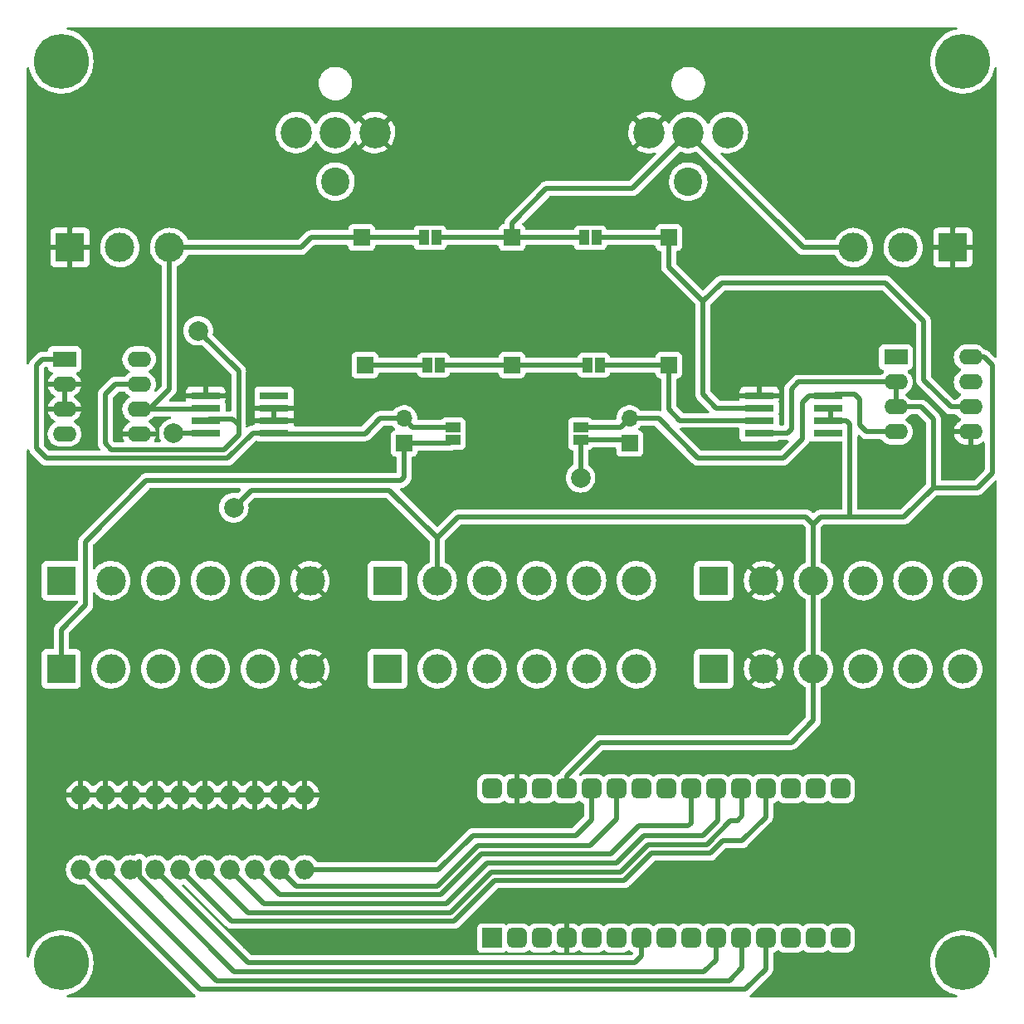
<source format=gbr>
G04 #@! TF.GenerationSoftware,KiCad,Pcbnew,(6.0.1)*
G04 #@! TF.CreationDate,2023-01-03T17:46:33+01:00*
G04 #@! TF.ProjectId,Universales_DMX_IO_Board,556e6976-6572-4736-916c-65735f444d58,rev?*
G04 #@! TF.SameCoordinates,Original*
G04 #@! TF.FileFunction,Copper,L1,Top*
G04 #@! TF.FilePolarity,Positive*
%FSLAX46Y46*%
G04 Gerber Fmt 4.6, Leading zero omitted, Abs format (unit mm)*
G04 Created by KiCad (PCBNEW (6.0.1)) date 2023-01-03 17:46:33*
%MOMM*%
%LPD*%
G01*
G04 APERTURE LIST*
G04 Aperture macros list*
%AMRoundRect*
0 Rectangle with rounded corners*
0 $1 Rounding radius*
0 $2 $3 $4 $5 $6 $7 $8 $9 X,Y pos of 4 corners*
0 Add a 4 corners polygon primitive as box body*
4,1,4,$2,$3,$4,$5,$6,$7,$8,$9,$2,$3,0*
0 Add four circle primitives for the rounded corners*
1,1,$1+$1,$2,$3*
1,1,$1+$1,$4,$5*
1,1,$1+$1,$6,$7*
1,1,$1+$1,$8,$9*
0 Add four rect primitives between the rounded corners*
20,1,$1+$1,$2,$3,$4,$5,0*
20,1,$1+$1,$4,$5,$6,$7,0*
20,1,$1+$1,$6,$7,$8,$9,0*
20,1,$1+$1,$8,$9,$2,$3,0*%
G04 Aperture macros list end*
G04 #@! TA.AperFunction,ComponentPad*
%ADD10C,5.600000*%
G04 #@! TD*
G04 #@! TA.AperFunction,ComponentPad*
%ADD11R,3.000000X3.000000*%
G04 #@! TD*
G04 #@! TA.AperFunction,ComponentPad*
%ADD12C,3.000000*%
G04 #@! TD*
G04 #@! TA.AperFunction,SMDPad,CuDef*
%ADD13R,3.000000X0.800000*%
G04 #@! TD*
G04 #@! TA.AperFunction,ComponentPad*
%ADD14C,3.200000*%
G04 #@! TD*
G04 #@! TA.AperFunction,ComponentPad*
%ADD15C,2.900000*%
G04 #@! TD*
G04 #@! TA.AperFunction,ComponentPad*
%ADD16R,2.000000X2.000000*%
G04 #@! TD*
G04 #@! TA.AperFunction,ComponentPad*
%ADD17RoundRect,0.500000X0.500000X-0.500000X0.500000X0.500000X-0.500000X0.500000X-0.500000X-0.500000X0*%
G04 #@! TD*
G04 #@! TA.AperFunction,ComponentPad*
%ADD18R,1.700000X1.700000*%
G04 #@! TD*
G04 #@! TA.AperFunction,ComponentPad*
%ADD19O,2.000000X2.000000*%
G04 #@! TD*
G04 #@! TA.AperFunction,ComponentPad*
%ADD20R,2.400000X1.600000*%
G04 #@! TD*
G04 #@! TA.AperFunction,ComponentPad*
%ADD21O,2.400000X1.600000*%
G04 #@! TD*
G04 #@! TA.AperFunction,SMDPad,CuDef*
%ADD22R,1.000000X1.500000*%
G04 #@! TD*
G04 #@! TA.AperFunction,SMDPad,CuDef*
%ADD23R,1.500000X1.000000*%
G04 #@! TD*
G04 #@! TA.AperFunction,ComponentPad*
%ADD24O,1.700000X1.700000*%
G04 #@! TD*
G04 #@! TA.AperFunction,ViaPad*
%ADD25C,2.000000*%
G04 #@! TD*
G04 #@! TA.AperFunction,Conductor*
%ADD26C,0.500000*%
G04 #@! TD*
G04 APERTURE END LIST*
D10*
X116000000Y-116000000D03*
X24000000Y-24000000D03*
X116000000Y-24000000D03*
X24000000Y-116000000D03*
D11*
X24920000Y-43000000D03*
D12*
X30000000Y-43000000D03*
X35080000Y-43000000D03*
D13*
X45750000Y-61905000D03*
X45750000Y-60635000D03*
X45750000Y-59365000D03*
X45750000Y-58095000D03*
X38750000Y-58095000D03*
X38750000Y-59365000D03*
X38750000Y-60635000D03*
X38750000Y-61905000D03*
D14*
X56000000Y-31277500D03*
X48000000Y-31277500D03*
X52000000Y-31277500D03*
D15*
X52000000Y-36277500D03*
D16*
X67950000Y-113462500D03*
D17*
X70490000Y-113462500D03*
X73030000Y-113462500D03*
X75570000Y-113462500D03*
X78110000Y-113462500D03*
X80650000Y-113462500D03*
X83190000Y-113462500D03*
X85730000Y-113462500D03*
X88270000Y-113462500D03*
X90810000Y-113462500D03*
X93350000Y-113462500D03*
X95890000Y-113462500D03*
X98430000Y-113462500D03*
X100970000Y-113462500D03*
X103510000Y-113462500D03*
X103510000Y-98222500D03*
X100970000Y-98222500D03*
X98430000Y-98222500D03*
X95890000Y-98222500D03*
X93350000Y-98222500D03*
X90810000Y-98222500D03*
X88270000Y-98222500D03*
X85730000Y-98222500D03*
X83190000Y-98222500D03*
X80650000Y-98222500D03*
X78110000Y-98222500D03*
X75570000Y-98222500D03*
X73030000Y-98222500D03*
X70490000Y-98222500D03*
X67950000Y-98222500D03*
D18*
X54650000Y-42000000D03*
X70000000Y-42000000D03*
D19*
X26000000Y-106500000D03*
X28540000Y-106500000D03*
X31080000Y-106500000D03*
X33620000Y-106500000D03*
X36160000Y-106500000D03*
X38700000Y-106500000D03*
X41240000Y-106500000D03*
X43780000Y-106500000D03*
X46320000Y-106500000D03*
X48860000Y-106500000D03*
X48860000Y-98880000D03*
X46320000Y-98880000D03*
X43780000Y-98880000D03*
X41240000Y-98880000D03*
X38700000Y-98880000D03*
X36160000Y-98880000D03*
X33620000Y-98880000D03*
X31080000Y-98880000D03*
X28540000Y-98880000D03*
X26000000Y-98880000D03*
D18*
X70000000Y-55000000D03*
D20*
X24350000Y-54400000D03*
D21*
X24350000Y-56940000D03*
X24350000Y-59480000D03*
X24350000Y-62020000D03*
X31970000Y-62020000D03*
X31970000Y-59480000D03*
X31970000Y-56940000D03*
X31970000Y-54400000D03*
D18*
X86000000Y-55000000D03*
X86000000Y-42000000D03*
X55000000Y-55000000D03*
D11*
X90600000Y-86000000D03*
D12*
X95680000Y-86000000D03*
X100760000Y-86000000D03*
X105840000Y-86000000D03*
X110920000Y-86000000D03*
X116000000Y-86000000D03*
D22*
X77700000Y-55000000D03*
X79000000Y-55000000D03*
D13*
X102250000Y-61905000D03*
X102250000Y-60635000D03*
X102250000Y-59365000D03*
X102250000Y-58095000D03*
X95250000Y-58095000D03*
X95250000Y-59365000D03*
X95250000Y-60635000D03*
X95250000Y-61905000D03*
D22*
X77350000Y-42000000D03*
X78650000Y-42000000D03*
D20*
X109175000Y-54200000D03*
D21*
X109175000Y-56740000D03*
X109175000Y-59280000D03*
X109175000Y-61820000D03*
X116795000Y-61820000D03*
X116795000Y-59280000D03*
X116795000Y-56740000D03*
X116795000Y-54200000D03*
D14*
X84000000Y-31277500D03*
X92000000Y-31277500D03*
X88000000Y-31277500D03*
D15*
X88000000Y-36277500D03*
D11*
X57300000Y-86000000D03*
D12*
X62380000Y-86000000D03*
X67460000Y-86000000D03*
X72540000Y-86000000D03*
X77620000Y-86000000D03*
X82700000Y-86000000D03*
D23*
X77000000Y-62650000D03*
X77000000Y-61350000D03*
D11*
X90600000Y-77000000D03*
D12*
X95680000Y-77000000D03*
X100760000Y-77000000D03*
X105840000Y-77000000D03*
X110920000Y-77000000D03*
X116000000Y-77000000D03*
D23*
X64000000Y-62650000D03*
X64000000Y-61350000D03*
D11*
X115000000Y-43000000D03*
D12*
X109920000Y-43000000D03*
X104840000Y-43000000D03*
D11*
X57300000Y-77000000D03*
D12*
X62380000Y-77000000D03*
X67460000Y-77000000D03*
X72540000Y-77000000D03*
X77620000Y-77000000D03*
X82700000Y-77000000D03*
D18*
X59000000Y-63000000D03*
D24*
X59000000Y-60460000D03*
D22*
X61000000Y-42000000D03*
X62300000Y-42000000D03*
D11*
X24000000Y-77000000D03*
D12*
X29080000Y-77000000D03*
X34160000Y-77000000D03*
X39240000Y-77000000D03*
X44320000Y-77000000D03*
X49400000Y-77000000D03*
D22*
X61350000Y-55000000D03*
X62650000Y-55000000D03*
D18*
X82000000Y-63000000D03*
D24*
X82000000Y-60460000D03*
D11*
X24000000Y-86000000D03*
D12*
X29080000Y-86000000D03*
X34160000Y-86000000D03*
X39240000Y-86000000D03*
X44320000Y-86000000D03*
X49400000Y-86000000D03*
D25*
X99400000Y-38800000D03*
X102400000Y-49200000D03*
X114000000Y-55400000D03*
X102400000Y-53600000D03*
X85800000Y-67000000D03*
X115800000Y-81600000D03*
X91800000Y-51400000D03*
X91800000Y-57000000D03*
X32600000Y-48400000D03*
X37400000Y-55600000D03*
X44800000Y-64800000D03*
X46800000Y-69600000D03*
X52000000Y-69600000D03*
X36600000Y-69600000D03*
X103400000Y-81600000D03*
X109400000Y-116000000D03*
X60800000Y-102600000D03*
X108500000Y-94000000D03*
X109400000Y-81600000D03*
X66500000Y-50000000D03*
X66500000Y-66500000D03*
X64000000Y-98000000D03*
X91000000Y-62500000D03*
X100500000Y-67000000D03*
X108000000Y-67000000D03*
X23500000Y-30500000D03*
X41000000Y-35500000D03*
X69600000Y-25400000D03*
X115000000Y-30500000D03*
X116500000Y-49500000D03*
X92000000Y-43000000D03*
X74000000Y-50000000D03*
X52000000Y-52000000D03*
X52000000Y-58750000D03*
X52000000Y-64400000D03*
X24500000Y-67000000D03*
X23250000Y-110000000D03*
X51250000Y-114000000D03*
X94000000Y-107000000D03*
X109400000Y-105000000D03*
X41616044Y-69557471D03*
X35500000Y-61950980D03*
X77000000Y-66500000D03*
X38000000Y-51500000D03*
D26*
X91395554Y-46604446D02*
X89500000Y-48500000D01*
X112000000Y-50500000D02*
X108104446Y-46604446D01*
X108104446Y-46604446D02*
X91395554Y-46604446D01*
X112000000Y-56500000D02*
X112000000Y-50500000D01*
X114780000Y-59280000D02*
X112000000Y-56500000D01*
X116795000Y-59280000D02*
X114780000Y-59280000D01*
X57520572Y-67760572D02*
X62380000Y-72620000D01*
X43412943Y-67760572D02*
X57520572Y-67760572D01*
X41616044Y-69557471D02*
X43412943Y-67760572D01*
X59000000Y-66456860D02*
X59000000Y-63000000D01*
X58656860Y-66800000D02*
X59000000Y-66456860D01*
X26500000Y-73000000D02*
X32700000Y-66800000D01*
X26500000Y-79500000D02*
X26500000Y-73000000D01*
X32700000Y-66800000D02*
X58656860Y-66800000D01*
X24000000Y-82000000D02*
X26500000Y-79500000D01*
X24000000Y-86000000D02*
X24000000Y-82000000D01*
X59000000Y-63000000D02*
X63650000Y-63000000D01*
X63650000Y-63000000D02*
X64000000Y-62650000D01*
X98095000Y-61905000D02*
X98500000Y-61500000D01*
X79000000Y-93500000D02*
X98500000Y-93500000D01*
X62380000Y-72620000D02*
X62380000Y-77000000D01*
X118200000Y-54200000D02*
X116795000Y-54200000D01*
X100760000Y-91240000D02*
X100760000Y-86000000D01*
X102500000Y-59365000D02*
X102500000Y-60635000D01*
X38954020Y-61950980D02*
X39000000Y-61905000D01*
X113000000Y-67500000D02*
X110000000Y-70500000D01*
X64500000Y-70500000D02*
X62380000Y-72620000D01*
X119000000Y-66000000D02*
X119000000Y-55000000D01*
X98500000Y-61500000D02*
X98500000Y-57500000D01*
X102500000Y-60635000D02*
X104135000Y-60635000D01*
X119000000Y-55000000D02*
X118200000Y-54200000D01*
X113000000Y-67500000D02*
X117500000Y-67500000D01*
X75570000Y-96930000D02*
X79000000Y-93500000D01*
X95500000Y-61905000D02*
X98095000Y-61905000D01*
X117500000Y-67500000D02*
X119000000Y-66000000D01*
X111780000Y-59280000D02*
X113000000Y-60500000D01*
X98500000Y-93500000D02*
X100760000Y-91240000D01*
X104500000Y-61000000D02*
X104500000Y-70500000D01*
X100760000Y-71240000D02*
X100760000Y-77000000D01*
X100020000Y-70500000D02*
X64500000Y-70500000D01*
X113000000Y-60500000D02*
X113000000Y-67500000D01*
X110000000Y-70500000D02*
X104500000Y-70500000D01*
X100760000Y-71240000D02*
X100020000Y-70500000D01*
X101500000Y-70500000D02*
X100760000Y-71240000D01*
X109175000Y-59280000D02*
X111780000Y-59280000D01*
X75570000Y-98222500D02*
X75570000Y-96930000D01*
X98500000Y-57500000D02*
X99260000Y-56740000D01*
X104135000Y-60635000D02*
X104500000Y-61000000D01*
X35500000Y-61950980D02*
X38954020Y-61950980D01*
X104500000Y-70500000D02*
X101500000Y-70500000D01*
X100760000Y-86000000D02*
X100760000Y-77000000D01*
X109175000Y-56740000D02*
X109175000Y-59280000D01*
X99260000Y-56740000D02*
X109175000Y-56740000D01*
X77000000Y-66500000D02*
X77000000Y-62650000D01*
X81650000Y-62650000D02*
X82000000Y-63000000D01*
X77000000Y-62650000D02*
X81650000Y-62650000D01*
X62650000Y-55000000D02*
X70000000Y-55000000D01*
X70000000Y-55000000D02*
X77700000Y-55000000D01*
X70000000Y-42000000D02*
X70000000Y-40500000D01*
X70000000Y-40500000D02*
X73500000Y-37000000D01*
X62300000Y-42000000D02*
X70000000Y-42000000D01*
X88000000Y-31277500D02*
X99722500Y-43000000D01*
X82277500Y-37000000D02*
X88000000Y-31277500D01*
X99722500Y-43000000D02*
X104840000Y-43000000D01*
X73500000Y-37000000D02*
X82277500Y-37000000D01*
X70000000Y-42000000D02*
X77350000Y-42000000D01*
X42113943Y-61113943D02*
X41500000Y-60500000D01*
X42113943Y-55613943D02*
X38000000Y-51500000D01*
X39135000Y-60500000D02*
X39000000Y-60635000D01*
X28500000Y-63000000D02*
X29100480Y-63600480D01*
X40627406Y-63600480D02*
X42113943Y-62113943D01*
X41500000Y-60500000D02*
X39135000Y-60500000D01*
X28500000Y-58000000D02*
X28500000Y-63000000D01*
X55000000Y-55000000D02*
X61350000Y-55000000D01*
X42113943Y-62113943D02*
X42113943Y-61113943D01*
X42113943Y-61113943D02*
X42113943Y-55613943D01*
X29100480Y-63600480D02*
X40627406Y-63600480D01*
X31970000Y-56940000D02*
X29560000Y-56940000D01*
X29560000Y-56940000D02*
X28500000Y-58000000D01*
X35080000Y-43000000D02*
X48500000Y-43000000D01*
X54650000Y-42000000D02*
X61000000Y-42000000D01*
X33020000Y-59480000D02*
X35080000Y-57420000D01*
X35080000Y-57420000D02*
X35080000Y-43000000D01*
X48500000Y-43000000D02*
X49500000Y-42000000D01*
X38885000Y-59480000D02*
X39000000Y-59365000D01*
X31970000Y-59480000D02*
X38885000Y-59480000D01*
X49500000Y-42000000D02*
X54650000Y-42000000D01*
X31970000Y-59480000D02*
X33020000Y-59480000D01*
X78650000Y-42000000D02*
X86000000Y-42000000D01*
X89500000Y-58000000D02*
X89500000Y-48500000D01*
X86000000Y-45000000D02*
X86000000Y-42000000D01*
X89500000Y-48500000D02*
X86000000Y-45000000D01*
X90865000Y-59365000D02*
X89500000Y-58000000D01*
X95500000Y-59365000D02*
X90865000Y-59365000D01*
X87135000Y-60635000D02*
X86000000Y-59500000D01*
X86000000Y-59500000D02*
X86000000Y-55000000D01*
X79000000Y-55000000D02*
X86000000Y-55000000D01*
X95500000Y-60635000D02*
X87135000Y-60635000D01*
X55000000Y-62000000D02*
X46095000Y-62000000D01*
X22500000Y-64500000D02*
X21500000Y-63500000D01*
X22100000Y-54400000D02*
X24350000Y-54400000D01*
X46000000Y-61905000D02*
X43595000Y-61905000D01*
X59000000Y-60460000D02*
X56540000Y-60460000D01*
X43595000Y-61905000D02*
X41000000Y-64500000D01*
X56540000Y-60460000D02*
X55000000Y-62000000D01*
X46095000Y-62000000D02*
X46000000Y-61905000D01*
X21500000Y-55000000D02*
X22100000Y-54400000D01*
X59890000Y-61350000D02*
X59000000Y-60460000D01*
X21500000Y-63500000D02*
X21500000Y-55000000D01*
X41000000Y-64500000D02*
X22500000Y-64500000D01*
X64000000Y-61350000D02*
X59890000Y-61350000D01*
X106202669Y-61820000D02*
X109175000Y-61820000D01*
X102500000Y-58095000D02*
X100320978Y-58095000D01*
X103000000Y-58000000D02*
X105000000Y-58000000D01*
X105000000Y-58000000D02*
X105500000Y-58500000D01*
X89000000Y-64500000D02*
X84960000Y-60460000D01*
X105500000Y-58500000D02*
X105500000Y-61117331D01*
X102905000Y-58095000D02*
X103000000Y-58000000D01*
X105500000Y-61117331D02*
X106202669Y-61820000D01*
X97662762Y-64500000D02*
X89000000Y-64500000D01*
X100320978Y-58095000D02*
X99626875Y-58789103D01*
X81110000Y-61350000D02*
X82000000Y-60460000D01*
X99626875Y-58789103D02*
X99626875Y-62535887D01*
X84960000Y-60460000D02*
X82000000Y-60460000D01*
X77000000Y-61350000D02*
X81110000Y-61350000D01*
X99626875Y-62535887D02*
X97662762Y-64500000D01*
X102500000Y-58095000D02*
X102905000Y-58095000D01*
X76500000Y-103000000D02*
X78110000Y-101390000D01*
X66000000Y-103000000D02*
X76500000Y-103000000D01*
X48860000Y-106500000D02*
X62500000Y-106500000D01*
X78110000Y-101390000D02*
X78110000Y-98222500D01*
X62500000Y-106500000D02*
X66000000Y-103000000D01*
X80650000Y-101350000D02*
X80650000Y-98222500D01*
X78000000Y-104000000D02*
X80650000Y-101350000D01*
X66500000Y-104000000D02*
X78000000Y-104000000D01*
X46320000Y-106500000D02*
X47969511Y-108149511D01*
X62350489Y-108149511D02*
X66500000Y-104000000D01*
X47969511Y-108149511D02*
X62350489Y-108149511D01*
X88270000Y-101730000D02*
X88270000Y-98222500D01*
X66872594Y-104899520D02*
X80100480Y-104899520D01*
X88000000Y-102000000D02*
X88270000Y-101730000D01*
X62723083Y-109049031D02*
X66872594Y-104899520D01*
X46329031Y-109049031D02*
X62723083Y-109049031D01*
X43780000Y-106500000D02*
X46329031Y-109049031D01*
X83000000Y-102000000D02*
X88000000Y-102000000D01*
X80100480Y-104899520D02*
X83000000Y-102000000D01*
X80700960Y-105799040D02*
X83500000Y-103000000D01*
X91000000Y-98412500D02*
X90810000Y-98222500D01*
X91000000Y-101500000D02*
X91000000Y-98412500D01*
X44688551Y-109948551D02*
X63350489Y-109948551D01*
X41240000Y-106500000D02*
X44688551Y-109948551D01*
X67500000Y-105799040D02*
X80700960Y-105799040D01*
X89500000Y-103000000D02*
X91000000Y-101500000D01*
X63350489Y-109948551D02*
X67500000Y-105799040D01*
X83500000Y-103000000D02*
X89500000Y-103000000D01*
X83872594Y-103899520D02*
X89872594Y-103899520D01*
X89872594Y-103899520D02*
X92272114Y-101500000D01*
X43048071Y-110848071D02*
X63723083Y-110848071D01*
X38700000Y-106500000D02*
X43048071Y-110848071D01*
X67872594Y-106698560D02*
X81073553Y-106698560D01*
X63723083Y-110848071D02*
X67872594Y-106698560D01*
X92272114Y-101500000D02*
X93000000Y-101500000D01*
X93000000Y-101500000D02*
X93500000Y-101000000D01*
X93500000Y-101000000D02*
X93500000Y-98372500D01*
X81073553Y-106698560D02*
X83872594Y-103899520D01*
X93500000Y-98372500D02*
X93350000Y-98222500D01*
X95890000Y-101110000D02*
X95890000Y-98222500D01*
X93477886Y-103522114D02*
X95890000Y-101110000D01*
X81446147Y-107598080D02*
X84245188Y-104799040D01*
X41407591Y-111747591D02*
X64095677Y-111747591D01*
X68245188Y-107598080D02*
X81446147Y-107598080D01*
X64095677Y-111747591D02*
X68245188Y-107598080D01*
X90245187Y-104799040D02*
X91522114Y-103522114D01*
X84245188Y-104799040D02*
X90245187Y-104799040D01*
X36160000Y-106500000D02*
X41407591Y-111747591D01*
X91522114Y-103522114D02*
X93477886Y-103522114D01*
X26000000Y-106500000D02*
X38198560Y-118698560D01*
X38198560Y-118698560D02*
X93801440Y-118698560D01*
X95890000Y-116610000D02*
X95890000Y-113462500D01*
X93801440Y-118698560D02*
X95890000Y-116610000D01*
X92200960Y-117799040D02*
X93500000Y-116500000D01*
X93500000Y-116500000D02*
X93500000Y-113612500D01*
X28540000Y-106500000D02*
X39839040Y-117799040D01*
X93500000Y-113612500D02*
X93350000Y-113462500D01*
X39839040Y-117799040D02*
X92200960Y-117799040D01*
X31080000Y-106500000D02*
X31970489Y-105609511D01*
X89600480Y-116899520D02*
X90810000Y-115690000D01*
X31970489Y-105609511D02*
X31970489Y-107183251D01*
X90810000Y-115690000D02*
X90810000Y-113462500D01*
X31970489Y-107183251D02*
X41686758Y-116899520D01*
X41686758Y-116899520D02*
X89600480Y-116899520D01*
X33620000Y-106500000D02*
X43120000Y-116000000D01*
X82500000Y-116000000D02*
X83190000Y-115310000D01*
X83190000Y-115310000D02*
X83190000Y-113462500D01*
X43120000Y-116000000D02*
X82500000Y-116000000D01*
G04 #@! TA.AperFunction,Conductor*
G36*
X119410032Y-66766815D02*
G01*
X119466868Y-66809362D01*
X119491679Y-66875882D01*
X119492000Y-66884871D01*
X119492000Y-115302279D01*
X119471998Y-115370400D01*
X119418342Y-115416893D01*
X119348068Y-115426997D01*
X119283488Y-115397503D01*
X119245104Y-115337777D01*
X119241656Y-115322641D01*
X119238801Y-115305209D01*
X119236066Y-115288505D01*
X119140297Y-114943173D01*
X119137243Y-114935497D01*
X119009052Y-114613369D01*
X119007793Y-114610205D01*
X118977768Y-114553498D01*
X118841702Y-114296513D01*
X118841698Y-114296506D01*
X118840103Y-114293494D01*
X118639190Y-113996746D01*
X118407403Y-113723432D01*
X118147454Y-113476750D01*
X117862384Y-113259585D01*
X117859472Y-113257828D01*
X117859467Y-113257825D01*
X117558443Y-113076236D01*
X117558437Y-113076233D01*
X117555528Y-113074478D01*
X117230475Y-112923593D01*
X117029314Y-112855504D01*
X116894255Y-112809789D01*
X116894250Y-112809788D01*
X116891028Y-112808697D01*
X116692681Y-112764724D01*
X116544493Y-112731871D01*
X116544487Y-112731870D01*
X116541158Y-112731132D01*
X116537769Y-112730758D01*
X116537764Y-112730757D01*
X116188338Y-112692180D01*
X116188333Y-112692180D01*
X116184957Y-112691807D01*
X116181558Y-112691801D01*
X116181557Y-112691801D01*
X116012080Y-112691505D01*
X115826592Y-112691182D01*
X115713413Y-112703277D01*
X115473639Y-112728901D01*
X115473631Y-112728902D01*
X115470256Y-112729263D01*
X115120117Y-112805606D01*
X114780271Y-112919317D01*
X114777178Y-112920739D01*
X114777177Y-112920740D01*
X114770974Y-112923593D01*
X114454694Y-113069066D01*
X114147193Y-113253101D01*
X114144467Y-113255163D01*
X114144465Y-113255164D01*
X114138620Y-113259585D01*
X113861367Y-113469270D01*
X113600559Y-113715043D01*
X113367819Y-113987546D01*
X113365900Y-113990358D01*
X113365897Y-113990363D01*
X113272624Y-114127097D01*
X113165871Y-114283591D01*
X112997077Y-114599714D01*
X112863411Y-114932218D01*
X112862491Y-114935492D01*
X112862489Y-114935497D01*
X112776476Y-115241500D01*
X112766437Y-115277213D01*
X112765875Y-115280570D01*
X112765875Y-115280571D01*
X112715315Y-115582710D01*
X112707290Y-115630663D01*
X112686661Y-115988434D01*
X112686833Y-115991829D01*
X112686833Y-115991830D01*
X112694016Y-116133629D01*
X112704792Y-116346340D01*
X112705329Y-116349695D01*
X112705330Y-116349701D01*
X112740686Y-116570435D01*
X112761470Y-116700195D01*
X112856033Y-117045859D01*
X112987374Y-117379288D01*
X113153957Y-117696582D01*
X113155858Y-117699411D01*
X113155864Y-117699421D01*
X113292769Y-117903155D01*
X113353834Y-117994029D01*
X113584665Y-118268150D01*
X113843751Y-118515738D01*
X114128061Y-118733897D01*
X114160056Y-118753350D01*
X114431355Y-118918303D01*
X114431360Y-118918306D01*
X114434270Y-118920075D01*
X114437358Y-118921521D01*
X114437357Y-118921521D01*
X114755710Y-119070649D01*
X114755720Y-119070653D01*
X114758794Y-119072093D01*
X114762012Y-119073195D01*
X114762015Y-119073196D01*
X115094615Y-119187071D01*
X115094623Y-119187073D01*
X115097838Y-119188174D01*
X115264510Y-119225735D01*
X115341489Y-119243083D01*
X115403545Y-119277571D01*
X115437105Y-119340136D01*
X115431512Y-119410912D01*
X115388543Y-119467428D01*
X115321839Y-119491742D01*
X115313788Y-119492000D01*
X94387567Y-119492000D01*
X94319446Y-119471998D01*
X94272953Y-119418342D01*
X94262849Y-119348068D01*
X94296094Y-119279347D01*
X94344568Y-119228177D01*
X94346946Y-119225735D01*
X96378911Y-117193770D01*
X96393323Y-117181384D01*
X96404918Y-117172851D01*
X96404923Y-117172846D01*
X96410818Y-117168508D01*
X96415557Y-117162930D01*
X96415560Y-117162927D01*
X96445035Y-117128232D01*
X96451965Y-117120716D01*
X96457660Y-117115021D01*
X96475281Y-117092749D01*
X96478072Y-117089345D01*
X96520591Y-117039297D01*
X96520592Y-117039295D01*
X96525333Y-117033715D01*
X96528661Y-117027199D01*
X96532028Y-117022150D01*
X96535195Y-117017021D01*
X96539734Y-117011284D01*
X96570655Y-116945125D01*
X96572561Y-116941225D01*
X96581502Y-116923715D01*
X96605769Y-116876192D01*
X96607508Y-116869083D01*
X96609604Y-116863449D01*
X96611523Y-116857679D01*
X96614622Y-116851050D01*
X96629491Y-116779565D01*
X96630461Y-116775282D01*
X96647808Y-116704390D01*
X96648500Y-116693236D01*
X96648535Y-116693238D01*
X96648775Y-116689266D01*
X96649152Y-116685045D01*
X96650641Y-116677885D01*
X96648546Y-116600458D01*
X96648500Y-116597050D01*
X96648500Y-115031359D01*
X96668502Y-114963238D01*
X96726079Y-114915035D01*
X96863179Y-114857966D01*
X96863186Y-114857962D01*
X96868873Y-114855595D01*
X96873992Y-114852168D01*
X96873996Y-114852166D01*
X97028099Y-114749004D01*
X97028104Y-114749000D01*
X97033223Y-114745573D01*
X97070905Y-114707891D01*
X97133217Y-114673865D01*
X97204032Y-114678930D01*
X97249095Y-114707891D01*
X97286777Y-114745573D01*
X97291896Y-114749000D01*
X97291901Y-114749004D01*
X97446004Y-114852166D01*
X97446008Y-114852168D01*
X97451127Y-114855595D01*
X97633716Y-114931600D01*
X97639752Y-114932817D01*
X97639755Y-114932818D01*
X97823004Y-114969767D01*
X97827592Y-114970692D01*
X97833672Y-114971000D01*
X99026328Y-114971000D01*
X99032408Y-114970692D01*
X99036996Y-114969767D01*
X99220245Y-114932818D01*
X99220248Y-114932817D01*
X99226284Y-114931600D01*
X99408873Y-114855595D01*
X99413992Y-114852168D01*
X99413996Y-114852166D01*
X99568099Y-114749004D01*
X99568104Y-114749000D01*
X99573223Y-114745573D01*
X99610905Y-114707891D01*
X99673217Y-114673865D01*
X99744032Y-114678930D01*
X99789095Y-114707891D01*
X99826777Y-114745573D01*
X99831896Y-114749000D01*
X99831901Y-114749004D01*
X99986004Y-114852166D01*
X99986008Y-114852168D01*
X99991127Y-114855595D01*
X100173716Y-114931600D01*
X100179752Y-114932817D01*
X100179755Y-114932818D01*
X100363004Y-114969767D01*
X100367592Y-114970692D01*
X100373672Y-114971000D01*
X101566328Y-114971000D01*
X101572408Y-114970692D01*
X101576996Y-114969767D01*
X101760245Y-114932818D01*
X101760248Y-114932817D01*
X101766284Y-114931600D01*
X101948873Y-114855595D01*
X101953992Y-114852168D01*
X101953996Y-114852166D01*
X102108099Y-114749004D01*
X102108104Y-114749000D01*
X102113223Y-114745573D01*
X102150905Y-114707891D01*
X102213217Y-114673865D01*
X102284032Y-114678930D01*
X102329095Y-114707891D01*
X102366777Y-114745573D01*
X102371896Y-114749000D01*
X102371901Y-114749004D01*
X102526004Y-114852166D01*
X102526008Y-114852168D01*
X102531127Y-114855595D01*
X102713716Y-114931600D01*
X102719752Y-114932817D01*
X102719755Y-114932818D01*
X102903004Y-114969767D01*
X102907592Y-114970692D01*
X102913672Y-114971000D01*
X104106328Y-114971000D01*
X104112408Y-114970692D01*
X104116996Y-114969767D01*
X104300245Y-114932818D01*
X104300248Y-114932817D01*
X104306284Y-114931600D01*
X104488873Y-114855595D01*
X104493992Y-114852168D01*
X104493996Y-114852166D01*
X104648099Y-114749004D01*
X104648104Y-114749000D01*
X104653223Y-114745573D01*
X104793073Y-114605723D01*
X104796500Y-114600604D01*
X104796504Y-114600599D01*
X104899666Y-114446496D01*
X104899668Y-114446492D01*
X104903095Y-114441373D01*
X104979100Y-114258784D01*
X105018192Y-114064908D01*
X105018500Y-114058828D01*
X105018500Y-112866172D01*
X105018192Y-112860092D01*
X105007059Y-112804879D01*
X104980318Y-112672255D01*
X104980317Y-112672252D01*
X104979100Y-112666216D01*
X104903095Y-112483627D01*
X104899668Y-112478508D01*
X104899666Y-112478504D01*
X104796504Y-112324401D01*
X104796500Y-112324396D01*
X104793073Y-112319277D01*
X104653223Y-112179427D01*
X104648104Y-112176000D01*
X104648099Y-112175996D01*
X104493996Y-112072834D01*
X104493992Y-112072832D01*
X104488873Y-112069405D01*
X104306284Y-111993400D01*
X104300248Y-111992183D01*
X104300245Y-111992182D01*
X104116996Y-111955233D01*
X104116995Y-111955233D01*
X104112408Y-111954308D01*
X104106328Y-111954000D01*
X102913672Y-111954000D01*
X102907592Y-111954308D01*
X102903005Y-111955233D01*
X102903004Y-111955233D01*
X102719755Y-111992182D01*
X102719752Y-111992183D01*
X102713716Y-111993400D01*
X102531127Y-112069405D01*
X102526008Y-112072832D01*
X102526004Y-112072834D01*
X102371901Y-112175996D01*
X102371896Y-112176000D01*
X102366777Y-112179427D01*
X102329095Y-112217109D01*
X102266783Y-112251135D01*
X102195968Y-112246070D01*
X102150905Y-112217109D01*
X102113223Y-112179427D01*
X102108104Y-112176000D01*
X102108099Y-112175996D01*
X101953996Y-112072834D01*
X101953992Y-112072832D01*
X101948873Y-112069405D01*
X101766284Y-111993400D01*
X101760248Y-111992183D01*
X101760245Y-111992182D01*
X101576996Y-111955233D01*
X101576995Y-111955233D01*
X101572408Y-111954308D01*
X101566328Y-111954000D01*
X100373672Y-111954000D01*
X100367592Y-111954308D01*
X100363005Y-111955233D01*
X100363004Y-111955233D01*
X100179755Y-111992182D01*
X100179752Y-111992183D01*
X100173716Y-111993400D01*
X99991127Y-112069405D01*
X99986008Y-112072832D01*
X99986004Y-112072834D01*
X99831901Y-112175996D01*
X99831896Y-112176000D01*
X99826777Y-112179427D01*
X99789095Y-112217109D01*
X99726783Y-112251135D01*
X99655968Y-112246070D01*
X99610905Y-112217109D01*
X99573223Y-112179427D01*
X99568104Y-112176000D01*
X99568099Y-112175996D01*
X99413996Y-112072834D01*
X99413992Y-112072832D01*
X99408873Y-112069405D01*
X99226284Y-111993400D01*
X99220248Y-111992183D01*
X99220245Y-111992182D01*
X99036996Y-111955233D01*
X99036995Y-111955233D01*
X99032408Y-111954308D01*
X99026328Y-111954000D01*
X97833672Y-111954000D01*
X97827592Y-111954308D01*
X97823005Y-111955233D01*
X97823004Y-111955233D01*
X97639755Y-111992182D01*
X97639752Y-111992183D01*
X97633716Y-111993400D01*
X97451127Y-112069405D01*
X97446008Y-112072832D01*
X97446004Y-112072834D01*
X97291901Y-112175996D01*
X97291896Y-112176000D01*
X97286777Y-112179427D01*
X97249095Y-112217109D01*
X97186783Y-112251135D01*
X97115968Y-112246070D01*
X97070905Y-112217109D01*
X97033223Y-112179427D01*
X97028104Y-112176000D01*
X97028099Y-112175996D01*
X96873996Y-112072834D01*
X96873992Y-112072832D01*
X96868873Y-112069405D01*
X96686284Y-111993400D01*
X96680248Y-111992183D01*
X96680245Y-111992182D01*
X96496996Y-111955233D01*
X96496995Y-111955233D01*
X96492408Y-111954308D01*
X96486328Y-111954000D01*
X95293672Y-111954000D01*
X95287592Y-111954308D01*
X95283005Y-111955233D01*
X95283004Y-111955233D01*
X95099755Y-111992182D01*
X95099752Y-111992183D01*
X95093716Y-111993400D01*
X94911127Y-112069405D01*
X94906008Y-112072832D01*
X94906004Y-112072834D01*
X94751901Y-112175996D01*
X94751896Y-112176000D01*
X94746777Y-112179427D01*
X94709095Y-112217109D01*
X94646783Y-112251135D01*
X94575968Y-112246070D01*
X94530905Y-112217109D01*
X94493223Y-112179427D01*
X94488104Y-112176000D01*
X94488099Y-112175996D01*
X94333996Y-112072834D01*
X94333992Y-112072832D01*
X94328873Y-112069405D01*
X94146284Y-111993400D01*
X94140248Y-111992183D01*
X94140245Y-111992182D01*
X93956996Y-111955233D01*
X93956995Y-111955233D01*
X93952408Y-111954308D01*
X93946328Y-111954000D01*
X92753672Y-111954000D01*
X92747592Y-111954308D01*
X92743005Y-111955233D01*
X92743004Y-111955233D01*
X92559755Y-111992182D01*
X92559752Y-111992183D01*
X92553716Y-111993400D01*
X92371127Y-112069405D01*
X92366008Y-112072832D01*
X92366004Y-112072834D01*
X92211901Y-112175996D01*
X92211896Y-112176000D01*
X92206777Y-112179427D01*
X92169095Y-112217109D01*
X92106783Y-112251135D01*
X92035968Y-112246070D01*
X91990905Y-112217109D01*
X91953223Y-112179427D01*
X91948104Y-112176000D01*
X91948099Y-112175996D01*
X91793996Y-112072834D01*
X91793992Y-112072832D01*
X91788873Y-112069405D01*
X91606284Y-111993400D01*
X91600248Y-111992183D01*
X91600245Y-111992182D01*
X91416996Y-111955233D01*
X91416995Y-111955233D01*
X91412408Y-111954308D01*
X91406328Y-111954000D01*
X90213672Y-111954000D01*
X90207592Y-111954308D01*
X90203005Y-111955233D01*
X90203004Y-111955233D01*
X90019755Y-111992182D01*
X90019752Y-111992183D01*
X90013716Y-111993400D01*
X89831127Y-112069405D01*
X89826008Y-112072832D01*
X89826004Y-112072834D01*
X89671901Y-112175996D01*
X89671896Y-112176000D01*
X89666777Y-112179427D01*
X89629095Y-112217109D01*
X89566783Y-112251135D01*
X89495968Y-112246070D01*
X89450905Y-112217109D01*
X89413223Y-112179427D01*
X89408104Y-112176000D01*
X89408099Y-112175996D01*
X89253996Y-112072834D01*
X89253992Y-112072832D01*
X89248873Y-112069405D01*
X89066284Y-111993400D01*
X89060248Y-111992183D01*
X89060245Y-111992182D01*
X88876996Y-111955233D01*
X88876995Y-111955233D01*
X88872408Y-111954308D01*
X88866328Y-111954000D01*
X87673672Y-111954000D01*
X87667592Y-111954308D01*
X87663005Y-111955233D01*
X87663004Y-111955233D01*
X87479755Y-111992182D01*
X87479752Y-111992183D01*
X87473716Y-111993400D01*
X87291127Y-112069405D01*
X87286008Y-112072832D01*
X87286004Y-112072834D01*
X87131901Y-112175996D01*
X87131896Y-112176000D01*
X87126777Y-112179427D01*
X87089095Y-112217109D01*
X87026783Y-112251135D01*
X86955968Y-112246070D01*
X86910905Y-112217109D01*
X86873223Y-112179427D01*
X86868104Y-112176000D01*
X86868099Y-112175996D01*
X86713996Y-112072834D01*
X86713992Y-112072832D01*
X86708873Y-112069405D01*
X86526284Y-111993400D01*
X86520248Y-111992183D01*
X86520245Y-111992182D01*
X86336996Y-111955233D01*
X86336995Y-111955233D01*
X86332408Y-111954308D01*
X86326328Y-111954000D01*
X85133672Y-111954000D01*
X85127592Y-111954308D01*
X85123005Y-111955233D01*
X85123004Y-111955233D01*
X84939755Y-111992182D01*
X84939752Y-111992183D01*
X84933716Y-111993400D01*
X84751127Y-112069405D01*
X84746008Y-112072832D01*
X84746004Y-112072834D01*
X84591901Y-112175996D01*
X84591896Y-112176000D01*
X84586777Y-112179427D01*
X84549095Y-112217109D01*
X84486783Y-112251135D01*
X84415968Y-112246070D01*
X84370905Y-112217109D01*
X84333223Y-112179427D01*
X84328104Y-112176000D01*
X84328099Y-112175996D01*
X84173996Y-112072834D01*
X84173992Y-112072832D01*
X84168873Y-112069405D01*
X83986284Y-111993400D01*
X83980248Y-111992183D01*
X83980245Y-111992182D01*
X83796996Y-111955233D01*
X83796995Y-111955233D01*
X83792408Y-111954308D01*
X83786328Y-111954000D01*
X82593672Y-111954000D01*
X82587592Y-111954308D01*
X82583005Y-111955233D01*
X82583004Y-111955233D01*
X82399755Y-111992182D01*
X82399752Y-111992183D01*
X82393716Y-111993400D01*
X82211127Y-112069405D01*
X82206008Y-112072832D01*
X82206004Y-112072834D01*
X82051901Y-112175996D01*
X82051896Y-112176000D01*
X82046777Y-112179427D01*
X82009095Y-112217109D01*
X81946783Y-112251135D01*
X81875968Y-112246070D01*
X81830905Y-112217109D01*
X81793223Y-112179427D01*
X81788104Y-112176000D01*
X81788099Y-112175996D01*
X81633996Y-112072834D01*
X81633992Y-112072832D01*
X81628873Y-112069405D01*
X81446284Y-111993400D01*
X81440248Y-111992183D01*
X81440245Y-111992182D01*
X81256996Y-111955233D01*
X81256995Y-111955233D01*
X81252408Y-111954308D01*
X81246328Y-111954000D01*
X80053672Y-111954000D01*
X80047592Y-111954308D01*
X80043005Y-111955233D01*
X80043004Y-111955233D01*
X79859755Y-111992182D01*
X79859752Y-111992183D01*
X79853716Y-111993400D01*
X79671127Y-112069405D01*
X79666008Y-112072832D01*
X79666004Y-112072834D01*
X79511901Y-112175996D01*
X79511896Y-112176000D01*
X79506777Y-112179427D01*
X79469095Y-112217109D01*
X79406783Y-112251135D01*
X79335968Y-112246070D01*
X79290905Y-112217109D01*
X79253223Y-112179427D01*
X79248104Y-112176000D01*
X79248099Y-112175996D01*
X79093996Y-112072834D01*
X79093992Y-112072832D01*
X79088873Y-112069405D01*
X78906284Y-111993400D01*
X78900248Y-111992183D01*
X78900245Y-111992182D01*
X78716996Y-111955233D01*
X78716995Y-111955233D01*
X78712408Y-111954308D01*
X78706328Y-111954000D01*
X77513672Y-111954000D01*
X77507592Y-111954308D01*
X77503005Y-111955233D01*
X77503004Y-111955233D01*
X77319755Y-111992182D01*
X77319752Y-111992183D01*
X77313716Y-111993400D01*
X77131127Y-112069405D01*
X77126008Y-112072832D01*
X77126004Y-112072834D01*
X76971901Y-112175996D01*
X76971896Y-112176000D01*
X76966777Y-112179427D01*
X76928741Y-112217463D01*
X76866429Y-112251489D01*
X76795614Y-112246424D01*
X76750551Y-112217463D01*
X76717266Y-112184178D01*
X76707779Y-112176385D01*
X76553759Y-112073278D01*
X76542943Y-112067478D01*
X76371833Y-111996252D01*
X76360091Y-111992662D01*
X76176945Y-111955733D01*
X76167733Y-111954577D01*
X76164681Y-111954500D01*
X75842115Y-111954500D01*
X75826876Y-111958975D01*
X75825671Y-111960365D01*
X75824000Y-111968048D01*
X75824000Y-114952385D01*
X75828475Y-114967624D01*
X75829865Y-114968829D01*
X75837548Y-114970500D01*
X76164681Y-114970500D01*
X76167733Y-114970423D01*
X76176945Y-114969267D01*
X76360091Y-114932338D01*
X76371833Y-114928748D01*
X76542943Y-114857522D01*
X76553759Y-114851722D01*
X76707779Y-114748615D01*
X76717266Y-114740822D01*
X76750551Y-114707537D01*
X76812863Y-114673511D01*
X76883678Y-114678576D01*
X76928741Y-114707537D01*
X76966777Y-114745573D01*
X76971896Y-114749000D01*
X76971901Y-114749004D01*
X77126004Y-114852166D01*
X77126008Y-114852168D01*
X77131127Y-114855595D01*
X77313716Y-114931600D01*
X77319752Y-114932817D01*
X77319755Y-114932818D01*
X77503004Y-114969767D01*
X77507592Y-114970692D01*
X77513672Y-114971000D01*
X78706328Y-114971000D01*
X78712408Y-114970692D01*
X78716996Y-114969767D01*
X78900245Y-114932818D01*
X78900248Y-114932817D01*
X78906284Y-114931600D01*
X79088873Y-114855595D01*
X79093992Y-114852168D01*
X79093996Y-114852166D01*
X79248099Y-114749004D01*
X79248104Y-114749000D01*
X79253223Y-114745573D01*
X79290905Y-114707891D01*
X79353217Y-114673865D01*
X79424032Y-114678930D01*
X79469095Y-114707891D01*
X79506777Y-114745573D01*
X79511896Y-114749000D01*
X79511901Y-114749004D01*
X79666004Y-114852166D01*
X79666008Y-114852168D01*
X79671127Y-114855595D01*
X79853716Y-114931600D01*
X79859752Y-114932817D01*
X79859755Y-114932818D01*
X80043004Y-114969767D01*
X80047592Y-114970692D01*
X80053672Y-114971000D01*
X81246328Y-114971000D01*
X81252408Y-114970692D01*
X81256996Y-114969767D01*
X81440245Y-114932818D01*
X81440248Y-114932817D01*
X81446284Y-114931600D01*
X81628873Y-114855595D01*
X81633992Y-114852168D01*
X81633996Y-114852166D01*
X81788099Y-114749004D01*
X81788104Y-114749000D01*
X81793223Y-114745573D01*
X81830905Y-114707891D01*
X81893217Y-114673865D01*
X81964032Y-114678930D01*
X82009095Y-114707891D01*
X82046777Y-114745573D01*
X82051896Y-114749000D01*
X82051901Y-114749004D01*
X82206004Y-114852166D01*
X82206008Y-114852168D01*
X82211127Y-114855595D01*
X82216818Y-114857964D01*
X82291977Y-114889250D01*
X82347180Y-114933895D01*
X82369482Y-115001297D01*
X82351804Y-115070058D01*
X82332650Y-115094669D01*
X82222724Y-115204595D01*
X82160412Y-115238621D01*
X82133629Y-115241500D01*
X43486371Y-115241500D01*
X43418250Y-115221498D01*
X43397276Y-115204595D01*
X42703315Y-114510634D01*
X66441500Y-114510634D01*
X66448255Y-114572816D01*
X66499385Y-114709205D01*
X66586739Y-114825761D01*
X66703295Y-114913115D01*
X66839684Y-114964245D01*
X66887727Y-114969464D01*
X66896555Y-114970423D01*
X66901866Y-114971000D01*
X68998134Y-114971000D01*
X69003446Y-114970423D01*
X69012273Y-114969464D01*
X69060316Y-114964245D01*
X69196705Y-114913115D01*
X69313261Y-114825761D01*
X69315384Y-114828594D01*
X69362868Y-114802707D01*
X69433680Y-114807820D01*
X69459662Y-114821142D01*
X69511127Y-114855595D01*
X69693716Y-114931600D01*
X69699752Y-114932817D01*
X69699755Y-114932818D01*
X69883004Y-114969767D01*
X69887592Y-114970692D01*
X69893672Y-114971000D01*
X71086328Y-114971000D01*
X71092408Y-114970692D01*
X71096996Y-114969767D01*
X71280245Y-114932818D01*
X71280248Y-114932817D01*
X71286284Y-114931600D01*
X71468873Y-114855595D01*
X71473992Y-114852168D01*
X71473996Y-114852166D01*
X71628099Y-114749004D01*
X71628104Y-114749000D01*
X71633223Y-114745573D01*
X71670905Y-114707891D01*
X71733217Y-114673865D01*
X71804032Y-114678930D01*
X71849095Y-114707891D01*
X71886777Y-114745573D01*
X71891896Y-114749000D01*
X71891901Y-114749004D01*
X72046004Y-114852166D01*
X72046008Y-114852168D01*
X72051127Y-114855595D01*
X72233716Y-114931600D01*
X72239752Y-114932817D01*
X72239755Y-114932818D01*
X72423004Y-114969767D01*
X72427592Y-114970692D01*
X72433672Y-114971000D01*
X73626328Y-114971000D01*
X73632408Y-114970692D01*
X73636996Y-114969767D01*
X73820245Y-114932818D01*
X73820248Y-114932817D01*
X73826284Y-114931600D01*
X74008873Y-114855595D01*
X74013992Y-114852168D01*
X74013996Y-114852166D01*
X74168099Y-114749004D01*
X74168104Y-114749000D01*
X74173223Y-114745573D01*
X74211259Y-114707537D01*
X74273571Y-114673511D01*
X74344386Y-114678576D01*
X74389449Y-114707537D01*
X74422734Y-114740822D01*
X74432221Y-114748615D01*
X74586241Y-114851722D01*
X74597057Y-114857522D01*
X74768167Y-114928748D01*
X74779909Y-114932338D01*
X74963055Y-114969267D01*
X74972267Y-114970423D01*
X74975319Y-114970500D01*
X75297885Y-114970500D01*
X75313124Y-114966025D01*
X75314329Y-114964635D01*
X75316000Y-114956952D01*
X75316000Y-111972615D01*
X75311525Y-111957376D01*
X75310135Y-111956171D01*
X75302452Y-111954500D01*
X74975319Y-111954500D01*
X74972267Y-111954577D01*
X74963055Y-111955733D01*
X74779909Y-111992662D01*
X74768167Y-111996252D01*
X74597057Y-112067478D01*
X74586241Y-112073278D01*
X74432221Y-112176385D01*
X74422734Y-112184178D01*
X74389449Y-112217463D01*
X74327137Y-112251489D01*
X74256322Y-112246424D01*
X74211259Y-112217463D01*
X74173223Y-112179427D01*
X74168104Y-112176000D01*
X74168099Y-112175996D01*
X74013996Y-112072834D01*
X74013992Y-112072832D01*
X74008873Y-112069405D01*
X73826284Y-111993400D01*
X73820248Y-111992183D01*
X73820245Y-111992182D01*
X73636996Y-111955233D01*
X73636995Y-111955233D01*
X73632408Y-111954308D01*
X73626328Y-111954000D01*
X72433672Y-111954000D01*
X72427592Y-111954308D01*
X72423005Y-111955233D01*
X72423004Y-111955233D01*
X72239755Y-111992182D01*
X72239752Y-111992183D01*
X72233716Y-111993400D01*
X72051127Y-112069405D01*
X72046008Y-112072832D01*
X72046004Y-112072834D01*
X71891901Y-112175996D01*
X71891896Y-112176000D01*
X71886777Y-112179427D01*
X71849095Y-112217109D01*
X71786783Y-112251135D01*
X71715968Y-112246070D01*
X71670905Y-112217109D01*
X71633223Y-112179427D01*
X71628104Y-112176000D01*
X71628099Y-112175996D01*
X71473996Y-112072834D01*
X71473992Y-112072832D01*
X71468873Y-112069405D01*
X71286284Y-111993400D01*
X71280248Y-111992183D01*
X71280245Y-111992182D01*
X71096996Y-111955233D01*
X71096995Y-111955233D01*
X71092408Y-111954308D01*
X71086328Y-111954000D01*
X69893672Y-111954000D01*
X69887592Y-111954308D01*
X69883005Y-111955233D01*
X69883004Y-111955233D01*
X69699755Y-111992182D01*
X69699752Y-111992183D01*
X69693716Y-111993400D01*
X69511127Y-112069405D01*
X69505342Y-112073278D01*
X69459661Y-112103858D01*
X69391926Y-112125132D01*
X69323443Y-112106408D01*
X69313673Y-112098690D01*
X69313261Y-112099239D01*
X69196705Y-112011885D01*
X69060316Y-111960755D01*
X69004440Y-111954685D01*
X69001531Y-111954369D01*
X68998134Y-111954000D01*
X66901866Y-111954000D01*
X66898469Y-111954369D01*
X66895560Y-111954685D01*
X66839684Y-111960755D01*
X66703295Y-112011885D01*
X66586739Y-112099239D01*
X66499385Y-112215795D01*
X66448255Y-112352184D01*
X66441500Y-112414366D01*
X66441500Y-114510634D01*
X42703315Y-114510634D01*
X36386865Y-108194184D01*
X36352839Y-108131872D01*
X36357904Y-108061057D01*
X36400451Y-108004221D01*
X36446549Y-107982570D01*
X36477401Y-107975164D01*
X36548309Y-107978712D01*
X36595907Y-108008588D01*
X40823821Y-112236502D01*
X40836207Y-112250914D01*
X40844740Y-112262509D01*
X40844745Y-112262514D01*
X40849083Y-112268409D01*
X40854661Y-112273148D01*
X40854664Y-112273151D01*
X40889359Y-112302626D01*
X40896875Y-112309556D01*
X40902570Y-112315251D01*
X40905452Y-112317531D01*
X40924842Y-112332872D01*
X40928246Y-112335663D01*
X40956940Y-112360040D01*
X40983876Y-112382924D01*
X40990392Y-112386252D01*
X40995441Y-112389619D01*
X41000570Y-112392786D01*
X41006307Y-112397325D01*
X41072466Y-112428246D01*
X41076360Y-112430149D01*
X41141399Y-112463360D01*
X41148507Y-112465099D01*
X41154150Y-112467198D01*
X41159913Y-112469115D01*
X41166541Y-112472213D01*
X41173703Y-112473703D01*
X41173704Y-112473703D01*
X41238003Y-112487077D01*
X41242287Y-112488047D01*
X41313201Y-112505399D01*
X41318803Y-112505747D01*
X41318806Y-112505747D01*
X41324355Y-112506091D01*
X41324353Y-112506127D01*
X41328346Y-112506366D01*
X41332538Y-112506740D01*
X41339706Y-112508231D01*
X41417111Y-112506137D01*
X41420519Y-112506091D01*
X64028607Y-112506091D01*
X64047557Y-112507524D01*
X64061792Y-112509690D01*
X64061796Y-112509690D01*
X64069026Y-112510790D01*
X64076318Y-112510197D01*
X64076321Y-112510197D01*
X64121695Y-112506506D01*
X64131910Y-112506091D01*
X64139970Y-112506091D01*
X64157357Y-112504064D01*
X64168184Y-112502802D01*
X64172559Y-112502369D01*
X64238016Y-112497045D01*
X64238019Y-112497044D01*
X64245314Y-112496451D01*
X64252278Y-112494195D01*
X64258237Y-112493004D01*
X64264092Y-112491620D01*
X64271358Y-112490773D01*
X64340004Y-112465856D01*
X64344132Y-112464439D01*
X64406613Y-112444198D01*
X64406615Y-112444197D01*
X64413576Y-112441942D01*
X64419831Y-112438146D01*
X64425305Y-112435640D01*
X64430735Y-112432921D01*
X64437614Y-112430424D01*
X64456895Y-112417783D01*
X64498653Y-112390405D01*
X64502357Y-112388068D01*
X64564784Y-112350186D01*
X64573161Y-112342788D01*
X64573185Y-112342815D01*
X64576177Y-112340162D01*
X64579410Y-112337459D01*
X64585529Y-112333447D01*
X64638805Y-112277208D01*
X64641183Y-112274766D01*
X68522464Y-108393485D01*
X68584776Y-108359459D01*
X68611559Y-108356580D01*
X81379077Y-108356580D01*
X81398027Y-108358013D01*
X81412262Y-108360179D01*
X81412266Y-108360179D01*
X81419496Y-108361279D01*
X81426788Y-108360686D01*
X81426791Y-108360686D01*
X81472165Y-108356995D01*
X81482380Y-108356580D01*
X81490440Y-108356580D01*
X81494074Y-108356156D01*
X81494080Y-108356156D01*
X81507105Y-108354637D01*
X81518667Y-108353289D01*
X81523015Y-108352859D01*
X81595783Y-108346940D01*
X81602744Y-108344685D01*
X81608684Y-108343498D01*
X81614559Y-108342109D01*
X81621828Y-108341262D01*
X81690477Y-108316344D01*
X81694605Y-108314927D01*
X81757083Y-108294687D01*
X81757085Y-108294686D01*
X81764046Y-108292431D01*
X81770301Y-108288635D01*
X81775775Y-108286129D01*
X81781205Y-108283410D01*
X81788084Y-108280913D01*
X81811747Y-108265399D01*
X81849123Y-108240894D01*
X81852827Y-108238557D01*
X81915254Y-108200675D01*
X81923631Y-108193277D01*
X81923655Y-108193304D01*
X81926647Y-108190651D01*
X81929881Y-108187947D01*
X81935999Y-108183936D01*
X81941028Y-108178628D01*
X81941031Y-108178625D01*
X81989275Y-108127698D01*
X81991652Y-108125257D01*
X84522464Y-105594445D01*
X84584776Y-105560419D01*
X84611559Y-105557540D01*
X90178117Y-105557540D01*
X90197067Y-105558973D01*
X90211302Y-105561139D01*
X90211306Y-105561139D01*
X90218536Y-105562239D01*
X90225828Y-105561646D01*
X90225831Y-105561646D01*
X90271205Y-105557955D01*
X90281420Y-105557540D01*
X90289480Y-105557540D01*
X90293114Y-105557116D01*
X90293120Y-105557116D01*
X90306145Y-105555597D01*
X90317707Y-105554249D01*
X90322055Y-105553819D01*
X90394823Y-105547900D01*
X90401784Y-105545645D01*
X90407724Y-105544458D01*
X90413599Y-105543069D01*
X90420868Y-105542222D01*
X90489517Y-105517304D01*
X90493645Y-105515887D01*
X90556123Y-105495647D01*
X90556125Y-105495646D01*
X90563086Y-105493391D01*
X90569341Y-105489595D01*
X90574815Y-105487089D01*
X90580245Y-105484370D01*
X90587124Y-105481873D01*
X90648163Y-105441854D01*
X90651867Y-105439517D01*
X90714294Y-105401635D01*
X90722671Y-105394237D01*
X90722695Y-105394264D01*
X90725687Y-105391611D01*
X90728920Y-105388908D01*
X90735039Y-105384896D01*
X90788315Y-105328657D01*
X90790692Y-105326216D01*
X91799390Y-104317519D01*
X91861702Y-104283493D01*
X91888485Y-104280614D01*
X93410816Y-104280614D01*
X93429766Y-104282047D01*
X93444001Y-104284213D01*
X93444005Y-104284213D01*
X93451235Y-104285313D01*
X93458527Y-104284720D01*
X93458530Y-104284720D01*
X93503904Y-104281029D01*
X93514119Y-104280614D01*
X93522179Y-104280614D01*
X93535469Y-104279065D01*
X93550393Y-104277325D01*
X93554768Y-104276892D01*
X93620225Y-104271568D01*
X93620228Y-104271567D01*
X93627523Y-104270974D01*
X93634487Y-104268718D01*
X93640446Y-104267527D01*
X93646301Y-104266143D01*
X93653567Y-104265296D01*
X93722213Y-104240379D01*
X93726341Y-104238962D01*
X93788822Y-104218721D01*
X93788824Y-104218720D01*
X93795785Y-104216465D01*
X93802040Y-104212669D01*
X93807514Y-104210163D01*
X93812944Y-104207444D01*
X93819823Y-104204947D01*
X93880862Y-104164928D01*
X93884566Y-104162591D01*
X93946993Y-104124709D01*
X93955370Y-104117311D01*
X93955394Y-104117338D01*
X93958386Y-104114685D01*
X93961619Y-104111982D01*
X93967738Y-104107970D01*
X94021014Y-104051731D01*
X94023392Y-104049289D01*
X96378911Y-101693770D01*
X96393323Y-101681384D01*
X96404918Y-101672851D01*
X96404923Y-101672846D01*
X96410818Y-101668508D01*
X96415557Y-101662930D01*
X96415560Y-101662927D01*
X96445035Y-101628232D01*
X96451965Y-101620716D01*
X96457660Y-101615021D01*
X96475281Y-101592749D01*
X96478072Y-101589345D01*
X96520591Y-101539297D01*
X96520592Y-101539295D01*
X96525333Y-101533715D01*
X96528661Y-101527199D01*
X96532028Y-101522150D01*
X96535195Y-101517021D01*
X96539734Y-101511284D01*
X96570655Y-101445125D01*
X96572561Y-101441225D01*
X96573807Y-101438785D01*
X96605769Y-101376192D01*
X96607508Y-101369084D01*
X96609607Y-101363441D01*
X96611524Y-101357678D01*
X96614622Y-101351050D01*
X96629487Y-101279583D01*
X96630457Y-101275299D01*
X96631091Y-101272710D01*
X96647808Y-101204390D01*
X96648500Y-101193236D01*
X96648536Y-101193238D01*
X96648775Y-101189245D01*
X96649149Y-101185053D01*
X96650640Y-101177885D01*
X96648546Y-101100479D01*
X96648500Y-101097072D01*
X96648500Y-99791359D01*
X96668502Y-99723238D01*
X96726079Y-99675035D01*
X96863179Y-99617966D01*
X96863186Y-99617962D01*
X96868873Y-99615595D01*
X96873992Y-99612168D01*
X96873996Y-99612166D01*
X97028099Y-99509004D01*
X97028104Y-99509000D01*
X97033223Y-99505573D01*
X97070905Y-99467891D01*
X97133217Y-99433865D01*
X97204032Y-99438930D01*
X97249095Y-99467891D01*
X97286777Y-99505573D01*
X97291896Y-99509000D01*
X97291901Y-99509004D01*
X97446004Y-99612166D01*
X97446008Y-99612168D01*
X97451127Y-99615595D01*
X97633716Y-99691600D01*
X97639752Y-99692817D01*
X97639755Y-99692818D01*
X97823004Y-99729767D01*
X97827592Y-99730692D01*
X97833672Y-99731000D01*
X99026328Y-99731000D01*
X99032408Y-99730692D01*
X99036996Y-99729767D01*
X99220245Y-99692818D01*
X99220248Y-99692817D01*
X99226284Y-99691600D01*
X99408873Y-99615595D01*
X99413992Y-99612168D01*
X99413996Y-99612166D01*
X99568099Y-99509004D01*
X99568104Y-99509000D01*
X99573223Y-99505573D01*
X99610905Y-99467891D01*
X99673217Y-99433865D01*
X99744032Y-99438930D01*
X99789095Y-99467891D01*
X99826777Y-99505573D01*
X99831896Y-99509000D01*
X99831901Y-99509004D01*
X99986004Y-99612166D01*
X99986008Y-99612168D01*
X99991127Y-99615595D01*
X100173716Y-99691600D01*
X100179752Y-99692817D01*
X100179755Y-99692818D01*
X100363004Y-99729767D01*
X100367592Y-99730692D01*
X100373672Y-99731000D01*
X101566328Y-99731000D01*
X101572408Y-99730692D01*
X101576996Y-99729767D01*
X101760245Y-99692818D01*
X101760248Y-99692817D01*
X101766284Y-99691600D01*
X101948873Y-99615595D01*
X101953992Y-99612168D01*
X101953996Y-99612166D01*
X102108099Y-99509004D01*
X102108104Y-99509000D01*
X102113223Y-99505573D01*
X102150905Y-99467891D01*
X102213217Y-99433865D01*
X102284032Y-99438930D01*
X102329095Y-99467891D01*
X102366777Y-99505573D01*
X102371896Y-99509000D01*
X102371901Y-99509004D01*
X102526004Y-99612166D01*
X102526008Y-99612168D01*
X102531127Y-99615595D01*
X102713716Y-99691600D01*
X102719752Y-99692817D01*
X102719755Y-99692818D01*
X102903004Y-99729767D01*
X102907592Y-99730692D01*
X102913672Y-99731000D01*
X104106328Y-99731000D01*
X104112408Y-99730692D01*
X104116996Y-99729767D01*
X104300245Y-99692818D01*
X104300248Y-99692817D01*
X104306284Y-99691600D01*
X104488873Y-99615595D01*
X104493992Y-99612168D01*
X104493996Y-99612166D01*
X104648099Y-99509004D01*
X104648104Y-99509000D01*
X104653223Y-99505573D01*
X104793073Y-99365723D01*
X104796500Y-99360604D01*
X104796504Y-99360599D01*
X104899666Y-99206496D01*
X104899668Y-99206492D01*
X104903095Y-99201373D01*
X104979100Y-99018784D01*
X105018192Y-98824908D01*
X105018500Y-98818828D01*
X105018500Y-97626172D01*
X105018192Y-97620092D01*
X105000993Y-97534795D01*
X104980318Y-97432255D01*
X104980317Y-97432252D01*
X104979100Y-97426216D01*
X104903095Y-97243627D01*
X104899668Y-97238508D01*
X104899666Y-97238504D01*
X104796504Y-97084401D01*
X104796500Y-97084396D01*
X104793073Y-97079277D01*
X104653223Y-96939427D01*
X104648104Y-96936000D01*
X104648099Y-96935996D01*
X104493996Y-96832834D01*
X104493992Y-96832832D01*
X104488873Y-96829405D01*
X104306284Y-96753400D01*
X104300248Y-96752183D01*
X104300245Y-96752182D01*
X104116996Y-96715233D01*
X104116995Y-96715233D01*
X104112408Y-96714308D01*
X104106328Y-96714000D01*
X102913672Y-96714000D01*
X102907592Y-96714308D01*
X102903005Y-96715233D01*
X102903004Y-96715233D01*
X102719755Y-96752182D01*
X102719752Y-96752183D01*
X102713716Y-96753400D01*
X102531127Y-96829405D01*
X102526008Y-96832832D01*
X102526004Y-96832834D01*
X102371901Y-96935996D01*
X102371896Y-96936000D01*
X102366777Y-96939427D01*
X102329095Y-96977109D01*
X102266783Y-97011135D01*
X102195968Y-97006070D01*
X102150905Y-96977109D01*
X102113223Y-96939427D01*
X102108104Y-96936000D01*
X102108099Y-96935996D01*
X101953996Y-96832834D01*
X101953992Y-96832832D01*
X101948873Y-96829405D01*
X101766284Y-96753400D01*
X101760248Y-96752183D01*
X101760245Y-96752182D01*
X101576996Y-96715233D01*
X101576995Y-96715233D01*
X101572408Y-96714308D01*
X101566328Y-96714000D01*
X100373672Y-96714000D01*
X100367592Y-96714308D01*
X100363005Y-96715233D01*
X100363004Y-96715233D01*
X100179755Y-96752182D01*
X100179752Y-96752183D01*
X100173716Y-96753400D01*
X99991127Y-96829405D01*
X99986008Y-96832832D01*
X99986004Y-96832834D01*
X99831901Y-96935996D01*
X99831896Y-96936000D01*
X99826777Y-96939427D01*
X99789095Y-96977109D01*
X99726783Y-97011135D01*
X99655968Y-97006070D01*
X99610905Y-96977109D01*
X99573223Y-96939427D01*
X99568104Y-96936000D01*
X99568099Y-96935996D01*
X99413996Y-96832834D01*
X99413992Y-96832832D01*
X99408873Y-96829405D01*
X99226284Y-96753400D01*
X99220248Y-96752183D01*
X99220245Y-96752182D01*
X99036996Y-96715233D01*
X99036995Y-96715233D01*
X99032408Y-96714308D01*
X99026328Y-96714000D01*
X97833672Y-96714000D01*
X97827592Y-96714308D01*
X97823005Y-96715233D01*
X97823004Y-96715233D01*
X97639755Y-96752182D01*
X97639752Y-96752183D01*
X97633716Y-96753400D01*
X97451127Y-96829405D01*
X97446008Y-96832832D01*
X97446004Y-96832834D01*
X97291901Y-96935996D01*
X97291896Y-96936000D01*
X97286777Y-96939427D01*
X97249095Y-96977109D01*
X97186783Y-97011135D01*
X97115968Y-97006070D01*
X97070905Y-96977109D01*
X97033223Y-96939427D01*
X97028104Y-96936000D01*
X97028099Y-96935996D01*
X96873996Y-96832834D01*
X96873992Y-96832832D01*
X96868873Y-96829405D01*
X96686284Y-96753400D01*
X96680248Y-96752183D01*
X96680245Y-96752182D01*
X96496996Y-96715233D01*
X96496995Y-96715233D01*
X96492408Y-96714308D01*
X96486328Y-96714000D01*
X95293672Y-96714000D01*
X95287592Y-96714308D01*
X95283005Y-96715233D01*
X95283004Y-96715233D01*
X95099755Y-96752182D01*
X95099752Y-96752183D01*
X95093716Y-96753400D01*
X94911127Y-96829405D01*
X94906008Y-96832832D01*
X94906004Y-96832834D01*
X94751901Y-96935996D01*
X94751896Y-96936000D01*
X94746777Y-96939427D01*
X94709095Y-96977109D01*
X94646783Y-97011135D01*
X94575968Y-97006070D01*
X94530905Y-96977109D01*
X94493223Y-96939427D01*
X94488104Y-96936000D01*
X94488099Y-96935996D01*
X94333996Y-96832834D01*
X94333992Y-96832832D01*
X94328873Y-96829405D01*
X94146284Y-96753400D01*
X94140248Y-96752183D01*
X94140245Y-96752182D01*
X93956996Y-96715233D01*
X93956995Y-96715233D01*
X93952408Y-96714308D01*
X93946328Y-96714000D01*
X92753672Y-96714000D01*
X92747592Y-96714308D01*
X92743005Y-96715233D01*
X92743004Y-96715233D01*
X92559755Y-96752182D01*
X92559752Y-96752183D01*
X92553716Y-96753400D01*
X92371127Y-96829405D01*
X92366008Y-96832832D01*
X92366004Y-96832834D01*
X92211901Y-96935996D01*
X92211896Y-96936000D01*
X92206777Y-96939427D01*
X92169095Y-96977109D01*
X92106783Y-97011135D01*
X92035968Y-97006070D01*
X91990905Y-96977109D01*
X91953223Y-96939427D01*
X91948104Y-96936000D01*
X91948099Y-96935996D01*
X91793996Y-96832834D01*
X91793992Y-96832832D01*
X91788873Y-96829405D01*
X91606284Y-96753400D01*
X91600248Y-96752183D01*
X91600245Y-96752182D01*
X91416996Y-96715233D01*
X91416995Y-96715233D01*
X91412408Y-96714308D01*
X91406328Y-96714000D01*
X90213672Y-96714000D01*
X90207592Y-96714308D01*
X90203005Y-96715233D01*
X90203004Y-96715233D01*
X90019755Y-96752182D01*
X90019752Y-96752183D01*
X90013716Y-96753400D01*
X89831127Y-96829405D01*
X89826008Y-96832832D01*
X89826004Y-96832834D01*
X89671901Y-96935996D01*
X89671896Y-96936000D01*
X89666777Y-96939427D01*
X89629095Y-96977109D01*
X89566783Y-97011135D01*
X89495968Y-97006070D01*
X89450905Y-96977109D01*
X89413223Y-96939427D01*
X89408104Y-96936000D01*
X89408099Y-96935996D01*
X89253996Y-96832834D01*
X89253992Y-96832832D01*
X89248873Y-96829405D01*
X89066284Y-96753400D01*
X89060248Y-96752183D01*
X89060245Y-96752182D01*
X88876996Y-96715233D01*
X88876995Y-96715233D01*
X88872408Y-96714308D01*
X88866328Y-96714000D01*
X87673672Y-96714000D01*
X87667592Y-96714308D01*
X87663005Y-96715233D01*
X87663004Y-96715233D01*
X87479755Y-96752182D01*
X87479752Y-96752183D01*
X87473716Y-96753400D01*
X87291127Y-96829405D01*
X87286008Y-96832832D01*
X87286004Y-96832834D01*
X87131901Y-96935996D01*
X87131896Y-96936000D01*
X87126777Y-96939427D01*
X87089095Y-96977109D01*
X87026783Y-97011135D01*
X86955968Y-97006070D01*
X86910905Y-96977109D01*
X86873223Y-96939427D01*
X86868104Y-96936000D01*
X86868099Y-96935996D01*
X86713996Y-96832834D01*
X86713992Y-96832832D01*
X86708873Y-96829405D01*
X86526284Y-96753400D01*
X86520248Y-96752183D01*
X86520245Y-96752182D01*
X86336996Y-96715233D01*
X86336995Y-96715233D01*
X86332408Y-96714308D01*
X86326328Y-96714000D01*
X85133672Y-96714000D01*
X85127592Y-96714308D01*
X85123005Y-96715233D01*
X85123004Y-96715233D01*
X84939755Y-96752182D01*
X84939752Y-96752183D01*
X84933716Y-96753400D01*
X84751127Y-96829405D01*
X84746008Y-96832832D01*
X84746004Y-96832834D01*
X84591901Y-96935996D01*
X84591896Y-96936000D01*
X84586777Y-96939427D01*
X84549095Y-96977109D01*
X84486783Y-97011135D01*
X84415968Y-97006070D01*
X84370905Y-96977109D01*
X84333223Y-96939427D01*
X84328104Y-96936000D01*
X84328099Y-96935996D01*
X84173996Y-96832834D01*
X84173992Y-96832832D01*
X84168873Y-96829405D01*
X83986284Y-96753400D01*
X83980248Y-96752183D01*
X83980245Y-96752182D01*
X83796996Y-96715233D01*
X83796995Y-96715233D01*
X83792408Y-96714308D01*
X83786328Y-96714000D01*
X82593672Y-96714000D01*
X82587592Y-96714308D01*
X82583005Y-96715233D01*
X82583004Y-96715233D01*
X82399755Y-96752182D01*
X82399752Y-96752183D01*
X82393716Y-96753400D01*
X82211127Y-96829405D01*
X82206008Y-96832832D01*
X82206004Y-96832834D01*
X82051901Y-96935996D01*
X82051896Y-96936000D01*
X82046777Y-96939427D01*
X82009095Y-96977109D01*
X81946783Y-97011135D01*
X81875968Y-97006070D01*
X81830905Y-96977109D01*
X81793223Y-96939427D01*
X81788104Y-96936000D01*
X81788099Y-96935996D01*
X81633996Y-96832834D01*
X81633992Y-96832832D01*
X81628873Y-96829405D01*
X81446284Y-96753400D01*
X81440248Y-96752183D01*
X81440245Y-96752182D01*
X81256996Y-96715233D01*
X81256995Y-96715233D01*
X81252408Y-96714308D01*
X81246328Y-96714000D01*
X80053672Y-96714000D01*
X80047592Y-96714308D01*
X80043005Y-96715233D01*
X80043004Y-96715233D01*
X79859755Y-96752182D01*
X79859752Y-96752183D01*
X79853716Y-96753400D01*
X79671127Y-96829405D01*
X79666008Y-96832832D01*
X79666004Y-96832834D01*
X79511901Y-96935996D01*
X79511896Y-96936000D01*
X79506777Y-96939427D01*
X79469095Y-96977109D01*
X79406783Y-97011135D01*
X79335968Y-97006070D01*
X79290905Y-96977109D01*
X79253223Y-96939427D01*
X79248104Y-96936000D01*
X79248099Y-96935996D01*
X79093996Y-96832834D01*
X79093992Y-96832832D01*
X79088873Y-96829405D01*
X78906284Y-96753400D01*
X78900248Y-96752183D01*
X78900245Y-96752182D01*
X78716996Y-96715233D01*
X78716995Y-96715233D01*
X78712408Y-96714308D01*
X78706328Y-96714000D01*
X77513672Y-96714000D01*
X77507592Y-96714308D01*
X77503005Y-96715233D01*
X77503004Y-96715233D01*
X77319755Y-96752182D01*
X77319752Y-96752183D01*
X77313716Y-96753400D01*
X77131127Y-96829405D01*
X77126008Y-96832832D01*
X77126004Y-96832834D01*
X77025658Y-96900010D01*
X76957924Y-96921284D01*
X76889440Y-96902561D01*
X76841951Y-96849785D01*
X76830534Y-96779712D01*
X76858813Y-96714591D01*
X76866470Y-96706211D01*
X79277276Y-94295405D01*
X79339588Y-94261379D01*
X79366371Y-94258500D01*
X98432930Y-94258500D01*
X98451880Y-94259933D01*
X98466115Y-94262099D01*
X98466119Y-94262099D01*
X98473349Y-94263199D01*
X98480641Y-94262606D01*
X98480644Y-94262606D01*
X98526018Y-94258915D01*
X98536233Y-94258500D01*
X98544293Y-94258500D01*
X98557583Y-94256951D01*
X98572507Y-94255211D01*
X98576882Y-94254778D01*
X98642339Y-94249454D01*
X98642342Y-94249453D01*
X98649637Y-94248860D01*
X98656601Y-94246604D01*
X98662560Y-94245413D01*
X98668415Y-94244029D01*
X98675681Y-94243182D01*
X98744327Y-94218265D01*
X98748455Y-94216848D01*
X98810936Y-94196607D01*
X98810938Y-94196606D01*
X98817899Y-94194351D01*
X98824154Y-94190555D01*
X98829628Y-94188049D01*
X98835058Y-94185330D01*
X98841937Y-94182833D01*
X98902976Y-94142814D01*
X98906680Y-94140477D01*
X98969107Y-94102595D01*
X98977484Y-94095197D01*
X98977508Y-94095224D01*
X98980500Y-94092571D01*
X98983733Y-94089868D01*
X98989852Y-94085856D01*
X99043128Y-94029617D01*
X99045506Y-94027175D01*
X101248911Y-91823770D01*
X101263323Y-91811384D01*
X101274918Y-91802851D01*
X101274923Y-91802846D01*
X101280818Y-91798508D01*
X101285557Y-91792930D01*
X101285560Y-91792927D01*
X101315035Y-91758232D01*
X101321965Y-91750716D01*
X101327661Y-91745020D01*
X101329924Y-91742159D01*
X101329929Y-91742154D01*
X101345285Y-91722744D01*
X101348074Y-91719342D01*
X101390596Y-91669291D01*
X101390597Y-91669290D01*
X101395333Y-91663715D01*
X101398661Y-91657198D01*
X101402027Y-91652150D01*
X101405190Y-91647028D01*
X101409735Y-91641284D01*
X101440664Y-91575105D01*
X101442563Y-91571221D01*
X101475769Y-91506192D01*
X101477510Y-91499077D01*
X101479613Y-91493422D01*
X101481522Y-91487683D01*
X101484622Y-91481050D01*
X101499491Y-91409565D01*
X101500461Y-91405282D01*
X101516473Y-91339844D01*
X101517808Y-91334390D01*
X101518500Y-91323236D01*
X101518535Y-91323238D01*
X101518775Y-91319266D01*
X101519152Y-91315045D01*
X101520641Y-91307885D01*
X101518546Y-91230458D01*
X101518500Y-91227050D01*
X101518500Y-87944028D01*
X101538502Y-87875907D01*
X101596281Y-87827620D01*
X101655136Y-87803241D01*
X101891582Y-87665073D01*
X102107089Y-87496094D01*
X102148809Y-87453043D01*
X102294686Y-87302509D01*
X102297669Y-87299431D01*
X102300202Y-87295983D01*
X102300206Y-87295978D01*
X102457257Y-87082178D01*
X102459795Y-87078723D01*
X102461841Y-87074955D01*
X102588418Y-86841830D01*
X102588419Y-86841828D01*
X102590468Y-86838054D01*
X102687269Y-86581877D01*
X102748407Y-86314933D01*
X102754384Y-86247969D01*
X102772531Y-86044627D01*
X102772532Y-86044616D01*
X102772751Y-86042161D01*
X102773193Y-86000000D01*
X102771756Y-85978918D01*
X103826917Y-85978918D01*
X103842682Y-86252320D01*
X103843507Y-86256525D01*
X103843508Y-86256533D01*
X103864698Y-86364539D01*
X103895405Y-86521053D01*
X103896792Y-86525103D01*
X103896793Y-86525108D01*
X103917605Y-86585895D01*
X103984112Y-86780144D01*
X104107160Y-87024799D01*
X104109586Y-87028328D01*
X104109589Y-87028334D01*
X104238741Y-87216250D01*
X104262274Y-87250490D01*
X104446582Y-87453043D01*
X104656675Y-87628707D01*
X104660316Y-87630991D01*
X104885024Y-87771951D01*
X104885028Y-87771953D01*
X104888664Y-87774234D01*
X104956544Y-87804883D01*
X105134345Y-87885164D01*
X105134349Y-87885166D01*
X105138257Y-87886930D01*
X105142377Y-87888150D01*
X105142376Y-87888150D01*
X105396723Y-87963491D01*
X105396727Y-87963492D01*
X105400836Y-87964709D01*
X105405070Y-87965357D01*
X105405075Y-87965358D01*
X105667298Y-88005483D01*
X105667300Y-88005483D01*
X105671540Y-88006132D01*
X105810912Y-88008322D01*
X105941071Y-88010367D01*
X105941077Y-88010367D01*
X105945362Y-88010434D01*
X106217235Y-87977534D01*
X106482127Y-87908041D01*
X106486087Y-87906401D01*
X106486092Y-87906399D01*
X106608632Y-87855641D01*
X106735136Y-87803241D01*
X106971582Y-87665073D01*
X107187089Y-87496094D01*
X107228809Y-87453043D01*
X107374686Y-87302509D01*
X107377669Y-87299431D01*
X107380202Y-87295983D01*
X107380206Y-87295978D01*
X107537257Y-87082178D01*
X107539795Y-87078723D01*
X107541841Y-87074955D01*
X107668418Y-86841830D01*
X107668419Y-86841828D01*
X107670468Y-86838054D01*
X107767269Y-86581877D01*
X107828407Y-86314933D01*
X107834384Y-86247969D01*
X107852531Y-86044627D01*
X107852532Y-86044616D01*
X107852751Y-86042161D01*
X107853193Y-86000000D01*
X107851756Y-85978918D01*
X108906917Y-85978918D01*
X108922682Y-86252320D01*
X108923507Y-86256525D01*
X108923508Y-86256533D01*
X108944698Y-86364539D01*
X108975405Y-86521053D01*
X108976792Y-86525103D01*
X108976793Y-86525108D01*
X108997605Y-86585895D01*
X109064112Y-86780144D01*
X109187160Y-87024799D01*
X109189586Y-87028328D01*
X109189589Y-87028334D01*
X109318741Y-87216250D01*
X109342274Y-87250490D01*
X109526582Y-87453043D01*
X109736675Y-87628707D01*
X109740316Y-87630991D01*
X109965024Y-87771951D01*
X109965028Y-87771953D01*
X109968664Y-87774234D01*
X110036544Y-87804883D01*
X110214345Y-87885164D01*
X110214349Y-87885166D01*
X110218257Y-87886930D01*
X110222377Y-87888150D01*
X110222376Y-87888150D01*
X110476723Y-87963491D01*
X110476727Y-87963492D01*
X110480836Y-87964709D01*
X110485070Y-87965357D01*
X110485075Y-87965358D01*
X110747298Y-88005483D01*
X110747300Y-88005483D01*
X110751540Y-88006132D01*
X110890912Y-88008322D01*
X111021071Y-88010367D01*
X111021077Y-88010367D01*
X111025362Y-88010434D01*
X111297235Y-87977534D01*
X111562127Y-87908041D01*
X111566087Y-87906401D01*
X111566092Y-87906399D01*
X111688632Y-87855641D01*
X111815136Y-87803241D01*
X112051582Y-87665073D01*
X112267089Y-87496094D01*
X112308809Y-87453043D01*
X112454686Y-87302509D01*
X112457669Y-87299431D01*
X112460202Y-87295983D01*
X112460206Y-87295978D01*
X112617257Y-87082178D01*
X112619795Y-87078723D01*
X112621841Y-87074955D01*
X112748418Y-86841830D01*
X112748419Y-86841828D01*
X112750468Y-86838054D01*
X112847269Y-86581877D01*
X112908407Y-86314933D01*
X112914384Y-86247969D01*
X112932531Y-86044627D01*
X112932532Y-86044616D01*
X112932751Y-86042161D01*
X112933193Y-86000000D01*
X112931756Y-85978918D01*
X113986917Y-85978918D01*
X114002682Y-86252320D01*
X114003507Y-86256525D01*
X114003508Y-86256533D01*
X114024698Y-86364539D01*
X114055405Y-86521053D01*
X114056792Y-86525103D01*
X114056793Y-86525108D01*
X114077605Y-86585895D01*
X114144112Y-86780144D01*
X114267160Y-87024799D01*
X114269586Y-87028328D01*
X114269589Y-87028334D01*
X114398741Y-87216250D01*
X114422274Y-87250490D01*
X114606582Y-87453043D01*
X114816675Y-87628707D01*
X114820316Y-87630991D01*
X115045024Y-87771951D01*
X115045028Y-87771953D01*
X115048664Y-87774234D01*
X115116544Y-87804883D01*
X115294345Y-87885164D01*
X115294349Y-87885166D01*
X115298257Y-87886930D01*
X115302377Y-87888150D01*
X115302376Y-87888150D01*
X115556723Y-87963491D01*
X115556727Y-87963492D01*
X115560836Y-87964709D01*
X115565070Y-87965357D01*
X115565075Y-87965358D01*
X115827298Y-88005483D01*
X115827300Y-88005483D01*
X115831540Y-88006132D01*
X115970912Y-88008322D01*
X116101071Y-88010367D01*
X116101077Y-88010367D01*
X116105362Y-88010434D01*
X116377235Y-87977534D01*
X116642127Y-87908041D01*
X116646087Y-87906401D01*
X116646092Y-87906399D01*
X116768632Y-87855641D01*
X116895136Y-87803241D01*
X117131582Y-87665073D01*
X117347089Y-87496094D01*
X117388809Y-87453043D01*
X117534686Y-87302509D01*
X117537669Y-87299431D01*
X117540202Y-87295983D01*
X117540206Y-87295978D01*
X117697257Y-87082178D01*
X117699795Y-87078723D01*
X117701841Y-87074955D01*
X117828418Y-86841830D01*
X117828419Y-86841828D01*
X117830468Y-86838054D01*
X117927269Y-86581877D01*
X117988407Y-86314933D01*
X117994384Y-86247969D01*
X118012531Y-86044627D01*
X118012532Y-86044616D01*
X118012751Y-86042161D01*
X118013193Y-86000000D01*
X118011465Y-85974648D01*
X117994859Y-85731055D01*
X117994858Y-85731049D01*
X117994567Y-85726778D01*
X117939032Y-85458612D01*
X117847617Y-85200465D01*
X117722013Y-84957112D01*
X117712040Y-84942921D01*
X117567008Y-84736562D01*
X117564545Y-84733057D01*
X117378125Y-84532445D01*
X117374810Y-84529731D01*
X117374806Y-84529728D01*
X117213304Y-84397540D01*
X117166205Y-84358990D01*
X116932704Y-84215901D01*
X116928768Y-84214173D01*
X116685873Y-84107549D01*
X116685869Y-84107548D01*
X116681945Y-84105825D01*
X116418566Y-84030800D01*
X116414324Y-84030196D01*
X116414318Y-84030195D01*
X116209387Y-84001029D01*
X116147443Y-83992213D01*
X116003589Y-83991460D01*
X115877877Y-83990802D01*
X115877871Y-83990802D01*
X115873591Y-83990780D01*
X115869347Y-83991339D01*
X115869343Y-83991339D01*
X115795741Y-84001029D01*
X115602078Y-84026525D01*
X115597938Y-84027658D01*
X115597936Y-84027658D01*
X115530037Y-84046233D01*
X115337928Y-84098788D01*
X115333980Y-84100472D01*
X115089982Y-84204546D01*
X115089978Y-84204548D01*
X115086030Y-84206232D01*
X115066125Y-84218145D01*
X114854725Y-84344664D01*
X114854721Y-84344667D01*
X114851043Y-84346868D01*
X114637318Y-84518094D01*
X114448808Y-84716742D01*
X114289002Y-84939136D01*
X114160857Y-85181161D01*
X114159385Y-85185184D01*
X114159383Y-85185188D01*
X114152314Y-85204506D01*
X114066743Y-85438337D01*
X114008404Y-85705907D01*
X113986917Y-85978918D01*
X112931756Y-85978918D01*
X112931465Y-85974648D01*
X112914859Y-85731055D01*
X112914858Y-85731049D01*
X112914567Y-85726778D01*
X112859032Y-85458612D01*
X112767617Y-85200465D01*
X112642013Y-84957112D01*
X112632040Y-84942921D01*
X112487008Y-84736562D01*
X112484545Y-84733057D01*
X112298125Y-84532445D01*
X112294810Y-84529731D01*
X112294806Y-84529728D01*
X112133304Y-84397540D01*
X112086205Y-84358990D01*
X111852704Y-84215901D01*
X111848768Y-84214173D01*
X111605873Y-84107549D01*
X111605869Y-84107548D01*
X111601945Y-84105825D01*
X111338566Y-84030800D01*
X111334324Y-84030196D01*
X111334318Y-84030195D01*
X111129387Y-84001029D01*
X111067443Y-83992213D01*
X110923589Y-83991460D01*
X110797877Y-83990802D01*
X110797871Y-83990802D01*
X110793591Y-83990780D01*
X110789347Y-83991339D01*
X110789343Y-83991339D01*
X110715741Y-84001029D01*
X110522078Y-84026525D01*
X110517938Y-84027658D01*
X110517936Y-84027658D01*
X110450037Y-84046233D01*
X110257928Y-84098788D01*
X110253980Y-84100472D01*
X110009982Y-84204546D01*
X110009978Y-84204548D01*
X110006030Y-84206232D01*
X109986125Y-84218145D01*
X109774725Y-84344664D01*
X109774721Y-84344667D01*
X109771043Y-84346868D01*
X109557318Y-84518094D01*
X109368808Y-84716742D01*
X109209002Y-84939136D01*
X109080857Y-85181161D01*
X109079385Y-85185184D01*
X109079383Y-85185188D01*
X109072314Y-85204506D01*
X108986743Y-85438337D01*
X108928404Y-85705907D01*
X108906917Y-85978918D01*
X107851756Y-85978918D01*
X107851465Y-85974648D01*
X107834859Y-85731055D01*
X107834858Y-85731049D01*
X107834567Y-85726778D01*
X107779032Y-85458612D01*
X107687617Y-85200465D01*
X107562013Y-84957112D01*
X107552040Y-84942921D01*
X107407008Y-84736562D01*
X107404545Y-84733057D01*
X107218125Y-84532445D01*
X107214810Y-84529731D01*
X107214806Y-84529728D01*
X107053304Y-84397540D01*
X107006205Y-84358990D01*
X106772704Y-84215901D01*
X106768768Y-84214173D01*
X106525873Y-84107549D01*
X106525869Y-84107548D01*
X106521945Y-84105825D01*
X106258566Y-84030800D01*
X106254324Y-84030196D01*
X106254318Y-84030195D01*
X106049387Y-84001029D01*
X105987443Y-83992213D01*
X105843589Y-83991460D01*
X105717877Y-83990802D01*
X105717871Y-83990802D01*
X105713591Y-83990780D01*
X105709347Y-83991339D01*
X105709343Y-83991339D01*
X105635741Y-84001029D01*
X105442078Y-84026525D01*
X105437938Y-84027658D01*
X105437936Y-84027658D01*
X105370037Y-84046233D01*
X105177928Y-84098788D01*
X105173980Y-84100472D01*
X104929982Y-84204546D01*
X104929978Y-84204548D01*
X104926030Y-84206232D01*
X104906125Y-84218145D01*
X104694725Y-84344664D01*
X104694721Y-84344667D01*
X104691043Y-84346868D01*
X104477318Y-84518094D01*
X104288808Y-84716742D01*
X104129002Y-84939136D01*
X104000857Y-85181161D01*
X103999385Y-85185184D01*
X103999383Y-85185188D01*
X103992314Y-85204506D01*
X103906743Y-85438337D01*
X103848404Y-85705907D01*
X103826917Y-85978918D01*
X102771756Y-85978918D01*
X102771465Y-85974648D01*
X102754859Y-85731055D01*
X102754858Y-85731049D01*
X102754567Y-85726778D01*
X102699032Y-85458612D01*
X102607617Y-85200465D01*
X102482013Y-84957112D01*
X102472040Y-84942921D01*
X102327008Y-84736562D01*
X102324545Y-84733057D01*
X102138125Y-84532445D01*
X102134810Y-84529731D01*
X102134806Y-84529728D01*
X101973304Y-84397540D01*
X101926205Y-84358990D01*
X101692704Y-84215901D01*
X101688768Y-84214173D01*
X101593854Y-84172508D01*
X101539518Y-84126812D01*
X101518500Y-84057135D01*
X101518500Y-78944028D01*
X101538502Y-78875907D01*
X101596281Y-78827620D01*
X101655136Y-78803241D01*
X101891582Y-78665073D01*
X102107089Y-78496094D01*
X102148809Y-78453043D01*
X102294686Y-78302509D01*
X102297669Y-78299431D01*
X102300202Y-78295983D01*
X102300206Y-78295978D01*
X102457257Y-78082178D01*
X102459795Y-78078723D01*
X102461841Y-78074955D01*
X102588418Y-77841830D01*
X102588419Y-77841828D01*
X102590468Y-77838054D01*
X102687269Y-77581877D01*
X102748407Y-77314933D01*
X102754384Y-77247969D01*
X102772531Y-77044627D01*
X102772532Y-77044616D01*
X102772751Y-77042161D01*
X102773193Y-77000000D01*
X102771756Y-76978918D01*
X103826917Y-76978918D01*
X103842682Y-77252320D01*
X103843507Y-77256525D01*
X103843508Y-77256533D01*
X103864698Y-77364539D01*
X103895405Y-77521053D01*
X103896792Y-77525103D01*
X103896793Y-77525108D01*
X103917605Y-77585895D01*
X103984112Y-77780144D01*
X104107160Y-78024799D01*
X104109586Y-78028328D01*
X104109589Y-78028334D01*
X104238741Y-78216250D01*
X104262274Y-78250490D01*
X104446582Y-78453043D01*
X104656675Y-78628707D01*
X104660316Y-78630991D01*
X104885024Y-78771951D01*
X104885028Y-78771953D01*
X104888664Y-78774234D01*
X104956544Y-78804883D01*
X105134345Y-78885164D01*
X105134349Y-78885166D01*
X105138257Y-78886930D01*
X105142377Y-78888150D01*
X105142376Y-78888150D01*
X105396723Y-78963491D01*
X105396727Y-78963492D01*
X105400836Y-78964709D01*
X105405070Y-78965357D01*
X105405075Y-78965358D01*
X105667298Y-79005483D01*
X105667300Y-79005483D01*
X105671540Y-79006132D01*
X105810912Y-79008322D01*
X105941071Y-79010367D01*
X105941077Y-79010367D01*
X105945362Y-79010434D01*
X106217235Y-78977534D01*
X106482127Y-78908041D01*
X106486087Y-78906401D01*
X106486092Y-78906399D01*
X106608632Y-78855641D01*
X106735136Y-78803241D01*
X106971582Y-78665073D01*
X107187089Y-78496094D01*
X107228809Y-78453043D01*
X107374686Y-78302509D01*
X107377669Y-78299431D01*
X107380202Y-78295983D01*
X107380206Y-78295978D01*
X107537257Y-78082178D01*
X107539795Y-78078723D01*
X107541841Y-78074955D01*
X107668418Y-77841830D01*
X107668419Y-77841828D01*
X107670468Y-77838054D01*
X107767269Y-77581877D01*
X107828407Y-77314933D01*
X107834384Y-77247969D01*
X107852531Y-77044627D01*
X107852532Y-77044616D01*
X107852751Y-77042161D01*
X107853193Y-77000000D01*
X107851756Y-76978918D01*
X108906917Y-76978918D01*
X108922682Y-77252320D01*
X108923507Y-77256525D01*
X108923508Y-77256533D01*
X108944698Y-77364539D01*
X108975405Y-77521053D01*
X108976792Y-77525103D01*
X108976793Y-77525108D01*
X108997605Y-77585895D01*
X109064112Y-77780144D01*
X109187160Y-78024799D01*
X109189586Y-78028328D01*
X109189589Y-78028334D01*
X109318741Y-78216250D01*
X109342274Y-78250490D01*
X109526582Y-78453043D01*
X109736675Y-78628707D01*
X109740316Y-78630991D01*
X109965024Y-78771951D01*
X109965028Y-78771953D01*
X109968664Y-78774234D01*
X110036544Y-78804883D01*
X110214345Y-78885164D01*
X110214349Y-78885166D01*
X110218257Y-78886930D01*
X110222377Y-78888150D01*
X110222376Y-78888150D01*
X110476723Y-78963491D01*
X110476727Y-78963492D01*
X110480836Y-78964709D01*
X110485070Y-78965357D01*
X110485075Y-78965358D01*
X110747298Y-79005483D01*
X110747300Y-79005483D01*
X110751540Y-79006132D01*
X110890912Y-79008322D01*
X111021071Y-79010367D01*
X111021077Y-79010367D01*
X111025362Y-79010434D01*
X111297235Y-78977534D01*
X111562127Y-78908041D01*
X111566087Y-78906401D01*
X111566092Y-78906399D01*
X111688632Y-78855641D01*
X111815136Y-78803241D01*
X112051582Y-78665073D01*
X112267089Y-78496094D01*
X112308809Y-78453043D01*
X112454686Y-78302509D01*
X112457669Y-78299431D01*
X112460202Y-78295983D01*
X112460206Y-78295978D01*
X112617257Y-78082178D01*
X112619795Y-78078723D01*
X112621841Y-78074955D01*
X112748418Y-77841830D01*
X112748419Y-77841828D01*
X112750468Y-77838054D01*
X112847269Y-77581877D01*
X112908407Y-77314933D01*
X112914384Y-77247969D01*
X112932531Y-77044627D01*
X112932532Y-77044616D01*
X112932751Y-77042161D01*
X112933193Y-77000000D01*
X112931756Y-76978918D01*
X113986917Y-76978918D01*
X114002682Y-77252320D01*
X114003507Y-77256525D01*
X114003508Y-77256533D01*
X114024698Y-77364539D01*
X114055405Y-77521053D01*
X114056792Y-77525103D01*
X114056793Y-77525108D01*
X114077605Y-77585895D01*
X114144112Y-77780144D01*
X114267160Y-78024799D01*
X114269586Y-78028328D01*
X114269589Y-78028334D01*
X114398741Y-78216250D01*
X114422274Y-78250490D01*
X114606582Y-78453043D01*
X114816675Y-78628707D01*
X114820316Y-78630991D01*
X115045024Y-78771951D01*
X115045028Y-78771953D01*
X115048664Y-78774234D01*
X115116544Y-78804883D01*
X115294345Y-78885164D01*
X115294349Y-78885166D01*
X115298257Y-78886930D01*
X115302377Y-78888150D01*
X115302376Y-78888150D01*
X115556723Y-78963491D01*
X115556727Y-78963492D01*
X115560836Y-78964709D01*
X115565070Y-78965357D01*
X115565075Y-78965358D01*
X115827298Y-79005483D01*
X115827300Y-79005483D01*
X115831540Y-79006132D01*
X115970912Y-79008322D01*
X116101071Y-79010367D01*
X116101077Y-79010367D01*
X116105362Y-79010434D01*
X116377235Y-78977534D01*
X116642127Y-78908041D01*
X116646087Y-78906401D01*
X116646092Y-78906399D01*
X116768632Y-78855641D01*
X116895136Y-78803241D01*
X117131582Y-78665073D01*
X117347089Y-78496094D01*
X117388809Y-78453043D01*
X117534686Y-78302509D01*
X117537669Y-78299431D01*
X117540202Y-78295983D01*
X117540206Y-78295978D01*
X117697257Y-78082178D01*
X117699795Y-78078723D01*
X117701841Y-78074955D01*
X117828418Y-77841830D01*
X117828419Y-77841828D01*
X117830468Y-77838054D01*
X117927269Y-77581877D01*
X117988407Y-77314933D01*
X117994384Y-77247969D01*
X118012531Y-77044627D01*
X118012532Y-77044616D01*
X118012751Y-77042161D01*
X118013193Y-77000000D01*
X118011465Y-76974648D01*
X117994859Y-76731055D01*
X117994858Y-76731049D01*
X117994567Y-76726778D01*
X117939032Y-76458612D01*
X117847617Y-76200465D01*
X117722013Y-75957112D01*
X117712040Y-75942921D01*
X117567008Y-75736562D01*
X117564545Y-75733057D01*
X117378125Y-75532445D01*
X117374810Y-75529731D01*
X117374806Y-75529728D01*
X117213304Y-75397540D01*
X117166205Y-75358990D01*
X116932704Y-75215901D01*
X116928768Y-75214173D01*
X116685873Y-75107549D01*
X116685869Y-75107548D01*
X116681945Y-75105825D01*
X116418566Y-75030800D01*
X116414324Y-75030196D01*
X116414318Y-75030195D01*
X116209387Y-75001029D01*
X116147443Y-74992213D01*
X116003589Y-74991460D01*
X115877877Y-74990802D01*
X115877871Y-74990802D01*
X115873591Y-74990780D01*
X115869347Y-74991339D01*
X115869343Y-74991339D01*
X115795741Y-75001029D01*
X115602078Y-75026525D01*
X115597938Y-75027658D01*
X115597936Y-75027658D01*
X115530037Y-75046233D01*
X115337928Y-75098788D01*
X115333980Y-75100472D01*
X115089982Y-75204546D01*
X115089978Y-75204548D01*
X115086030Y-75206232D01*
X115066125Y-75218145D01*
X114854725Y-75344664D01*
X114854721Y-75344667D01*
X114851043Y-75346868D01*
X114637318Y-75518094D01*
X114448808Y-75716742D01*
X114289002Y-75939136D01*
X114160857Y-76181161D01*
X114159385Y-76185184D01*
X114159383Y-76185188D01*
X114152314Y-76204506D01*
X114066743Y-76438337D01*
X114008404Y-76705907D01*
X113986917Y-76978918D01*
X112931756Y-76978918D01*
X112931465Y-76974648D01*
X112914859Y-76731055D01*
X112914858Y-76731049D01*
X112914567Y-76726778D01*
X112859032Y-76458612D01*
X112767617Y-76200465D01*
X112642013Y-75957112D01*
X112632040Y-75942921D01*
X112487008Y-75736562D01*
X112484545Y-75733057D01*
X112298125Y-75532445D01*
X112294810Y-75529731D01*
X112294806Y-75529728D01*
X112133304Y-75397540D01*
X112086205Y-75358990D01*
X111852704Y-75215901D01*
X111848768Y-75214173D01*
X111605873Y-75107549D01*
X111605869Y-75107548D01*
X111601945Y-75105825D01*
X111338566Y-75030800D01*
X111334324Y-75030196D01*
X111334318Y-75030195D01*
X111129387Y-75001029D01*
X111067443Y-74992213D01*
X110923589Y-74991460D01*
X110797877Y-74990802D01*
X110797871Y-74990802D01*
X110793591Y-74990780D01*
X110789347Y-74991339D01*
X110789343Y-74991339D01*
X110715741Y-75001029D01*
X110522078Y-75026525D01*
X110517938Y-75027658D01*
X110517936Y-75027658D01*
X110450037Y-75046233D01*
X110257928Y-75098788D01*
X110253980Y-75100472D01*
X110009982Y-75204546D01*
X110009978Y-75204548D01*
X110006030Y-75206232D01*
X109986125Y-75218145D01*
X109774725Y-75344664D01*
X109774721Y-75344667D01*
X109771043Y-75346868D01*
X109557318Y-75518094D01*
X109368808Y-75716742D01*
X109209002Y-75939136D01*
X109080857Y-76181161D01*
X109079385Y-76185184D01*
X109079383Y-76185188D01*
X109072314Y-76204506D01*
X108986743Y-76438337D01*
X108928404Y-76705907D01*
X108906917Y-76978918D01*
X107851756Y-76978918D01*
X107851465Y-76974648D01*
X107834859Y-76731055D01*
X107834858Y-76731049D01*
X107834567Y-76726778D01*
X107779032Y-76458612D01*
X107687617Y-76200465D01*
X107562013Y-75957112D01*
X107552040Y-75942921D01*
X107407008Y-75736562D01*
X107404545Y-75733057D01*
X107218125Y-75532445D01*
X107214810Y-75529731D01*
X107214806Y-75529728D01*
X107053304Y-75397540D01*
X107006205Y-75358990D01*
X106772704Y-75215901D01*
X106768768Y-75214173D01*
X106525873Y-75107549D01*
X106525869Y-75107548D01*
X106521945Y-75105825D01*
X106258566Y-75030800D01*
X106254324Y-75030196D01*
X106254318Y-75030195D01*
X106049387Y-75001029D01*
X105987443Y-74992213D01*
X105843589Y-74991460D01*
X105717877Y-74990802D01*
X105717871Y-74990802D01*
X105713591Y-74990780D01*
X105709347Y-74991339D01*
X105709343Y-74991339D01*
X105635741Y-75001029D01*
X105442078Y-75026525D01*
X105437938Y-75027658D01*
X105437936Y-75027658D01*
X105370037Y-75046233D01*
X105177928Y-75098788D01*
X105173980Y-75100472D01*
X104929982Y-75204546D01*
X104929978Y-75204548D01*
X104926030Y-75206232D01*
X104906125Y-75218145D01*
X104694725Y-75344664D01*
X104694721Y-75344667D01*
X104691043Y-75346868D01*
X104477318Y-75518094D01*
X104288808Y-75716742D01*
X104129002Y-75939136D01*
X104000857Y-76181161D01*
X103999385Y-76185184D01*
X103999383Y-76185188D01*
X103992314Y-76204506D01*
X103906743Y-76438337D01*
X103848404Y-76705907D01*
X103826917Y-76978918D01*
X102771756Y-76978918D01*
X102771465Y-76974648D01*
X102754859Y-76731055D01*
X102754858Y-76731049D01*
X102754567Y-76726778D01*
X102699032Y-76458612D01*
X102607617Y-76200465D01*
X102482013Y-75957112D01*
X102472040Y-75942921D01*
X102327008Y-75736562D01*
X102324545Y-75733057D01*
X102138125Y-75532445D01*
X102134810Y-75529731D01*
X102134806Y-75529728D01*
X101973304Y-75397540D01*
X101926205Y-75358990D01*
X101692704Y-75215901D01*
X101688768Y-75214173D01*
X101593854Y-75172508D01*
X101539518Y-75126812D01*
X101518500Y-75057135D01*
X101518500Y-71606371D01*
X101538502Y-71538250D01*
X101555405Y-71517276D01*
X101777276Y-71295405D01*
X101839588Y-71261379D01*
X101866371Y-71258500D01*
X104472165Y-71258500D01*
X104479966Y-71258742D01*
X104541298Y-71262547D01*
X104554260Y-71260320D01*
X104575596Y-71258500D01*
X109932930Y-71258500D01*
X109951880Y-71259933D01*
X109966115Y-71262099D01*
X109966119Y-71262099D01*
X109973349Y-71263199D01*
X109980641Y-71262606D01*
X109980644Y-71262606D01*
X110026018Y-71258915D01*
X110036233Y-71258500D01*
X110044293Y-71258500D01*
X110057583Y-71256951D01*
X110072507Y-71255211D01*
X110076882Y-71254778D01*
X110142339Y-71249454D01*
X110142342Y-71249453D01*
X110149637Y-71248860D01*
X110156601Y-71246604D01*
X110162560Y-71245413D01*
X110168415Y-71244029D01*
X110175681Y-71243182D01*
X110244327Y-71218265D01*
X110248455Y-71216848D01*
X110310936Y-71196607D01*
X110310938Y-71196606D01*
X110317899Y-71194351D01*
X110324154Y-71190555D01*
X110329628Y-71188049D01*
X110335058Y-71185330D01*
X110341937Y-71182833D01*
X110402976Y-71142814D01*
X110406680Y-71140477D01*
X110469107Y-71102595D01*
X110477484Y-71095197D01*
X110477508Y-71095224D01*
X110480500Y-71092571D01*
X110483733Y-71089868D01*
X110489852Y-71085856D01*
X110543128Y-71029617D01*
X110545506Y-71027175D01*
X113277276Y-68295405D01*
X113339588Y-68261379D01*
X113366371Y-68258500D01*
X117432930Y-68258500D01*
X117451880Y-68259933D01*
X117466115Y-68262099D01*
X117466119Y-68262099D01*
X117473349Y-68263199D01*
X117480641Y-68262606D01*
X117480644Y-68262606D01*
X117526018Y-68258915D01*
X117536233Y-68258500D01*
X117544293Y-68258500D01*
X117557583Y-68256951D01*
X117572507Y-68255211D01*
X117576882Y-68254778D01*
X117642339Y-68249454D01*
X117642342Y-68249453D01*
X117649637Y-68248860D01*
X117656601Y-68246604D01*
X117662560Y-68245413D01*
X117668415Y-68244029D01*
X117675681Y-68243182D01*
X117744327Y-68218265D01*
X117748455Y-68216848D01*
X117810936Y-68196607D01*
X117810938Y-68196606D01*
X117817899Y-68194351D01*
X117824154Y-68190555D01*
X117829628Y-68188049D01*
X117835058Y-68185330D01*
X117841937Y-68182833D01*
X117902976Y-68142814D01*
X117906680Y-68140477D01*
X117969107Y-68102595D01*
X117977484Y-68095197D01*
X117977508Y-68095224D01*
X117980500Y-68092571D01*
X117983733Y-68089868D01*
X117989852Y-68085856D01*
X118043128Y-68029617D01*
X118045506Y-68027175D01*
X119276905Y-66795776D01*
X119339217Y-66761750D01*
X119410032Y-66766815D01*
G37*
G04 #@! TD.AperFunction*
G04 #@! TA.AperFunction,Conductor*
G36*
X57870612Y-61238502D02*
G01*
X57899402Y-61265595D01*
X57899987Y-61265088D01*
X58046250Y-61433938D01*
X58050230Y-61437242D01*
X58054981Y-61441187D01*
X58094616Y-61500090D01*
X58096113Y-61571071D01*
X58058997Y-61631593D01*
X58018724Y-61656112D01*
X57903295Y-61699385D01*
X57786739Y-61786739D01*
X57699385Y-61903295D01*
X57648255Y-62039684D01*
X57641500Y-62101866D01*
X57641500Y-63898134D01*
X57648255Y-63960316D01*
X57699385Y-64096705D01*
X57786739Y-64213261D01*
X57903295Y-64300615D01*
X58039684Y-64351745D01*
X58101866Y-64358500D01*
X58115500Y-64358500D01*
X58183621Y-64378502D01*
X58230114Y-64432158D01*
X58241500Y-64484500D01*
X58241500Y-65915500D01*
X58221498Y-65983621D01*
X58167842Y-66030114D01*
X58115500Y-66041500D01*
X32767070Y-66041500D01*
X32748120Y-66040067D01*
X32733885Y-66037901D01*
X32733881Y-66037901D01*
X32726651Y-66036801D01*
X32719359Y-66037394D01*
X32719356Y-66037394D01*
X32673982Y-66041085D01*
X32663767Y-66041500D01*
X32655707Y-66041500D01*
X32642417Y-66043049D01*
X32627493Y-66044789D01*
X32623118Y-66045222D01*
X32557661Y-66050546D01*
X32557658Y-66050547D01*
X32550363Y-66051140D01*
X32543399Y-66053396D01*
X32537440Y-66054587D01*
X32531585Y-66055971D01*
X32524319Y-66056818D01*
X32455673Y-66081735D01*
X32451545Y-66083152D01*
X32389064Y-66103393D01*
X32389062Y-66103394D01*
X32382101Y-66105649D01*
X32375846Y-66109445D01*
X32370372Y-66111951D01*
X32364942Y-66114670D01*
X32358063Y-66117167D01*
X32351943Y-66121180D01*
X32351942Y-66121180D01*
X32297024Y-66157186D01*
X32293320Y-66159523D01*
X32230893Y-66197405D01*
X32222516Y-66204803D01*
X32222492Y-66204776D01*
X32219500Y-66207429D01*
X32216267Y-66210132D01*
X32210148Y-66214144D01*
X32205116Y-66219456D01*
X32156872Y-66270383D01*
X32154494Y-66272825D01*
X26011089Y-72416230D01*
X25996677Y-72428616D01*
X25985082Y-72437149D01*
X25985077Y-72437154D01*
X25979182Y-72441492D01*
X25974443Y-72447070D01*
X25974440Y-72447073D01*
X25944965Y-72481768D01*
X25938035Y-72489284D01*
X25932340Y-72494979D01*
X25930060Y-72497861D01*
X25914719Y-72517251D01*
X25911928Y-72520655D01*
X25869409Y-72570703D01*
X25864667Y-72576285D01*
X25861339Y-72582801D01*
X25857972Y-72587850D01*
X25854805Y-72592979D01*
X25850266Y-72598716D01*
X25819345Y-72664875D01*
X25817442Y-72668769D01*
X25784231Y-72733808D01*
X25782492Y-72740916D01*
X25780393Y-72746559D01*
X25778476Y-72752322D01*
X25775378Y-72758950D01*
X25773888Y-72766112D01*
X25773888Y-72766113D01*
X25760514Y-72830412D01*
X25759544Y-72834696D01*
X25742192Y-72905610D01*
X25741500Y-72916764D01*
X25741464Y-72916762D01*
X25741225Y-72920755D01*
X25740851Y-72924947D01*
X25739360Y-72932115D01*
X25739558Y-72939432D01*
X25741454Y-73009521D01*
X25741500Y-73012928D01*
X25741500Y-74872077D01*
X25721498Y-74940198D01*
X25667842Y-74986691D01*
X25601892Y-74997340D01*
X25559098Y-74992691D01*
X25551531Y-74991869D01*
X25548134Y-74991500D01*
X22451866Y-74991500D01*
X22389684Y-74998255D01*
X22253295Y-75049385D01*
X22136739Y-75136739D01*
X22049385Y-75253295D01*
X21998255Y-75389684D01*
X21991500Y-75451866D01*
X21991500Y-78548134D01*
X21998255Y-78610316D01*
X22049385Y-78746705D01*
X22136739Y-78863261D01*
X22253295Y-78950615D01*
X22389684Y-79001745D01*
X22451866Y-79008500D01*
X25548134Y-79008500D01*
X25601892Y-79002660D01*
X25671775Y-79015188D01*
X25723790Y-79063509D01*
X25741500Y-79127923D01*
X25741500Y-79133629D01*
X25721498Y-79201750D01*
X25704595Y-79222724D01*
X23511089Y-81416230D01*
X23496677Y-81428616D01*
X23485082Y-81437149D01*
X23485077Y-81437154D01*
X23479182Y-81441492D01*
X23474443Y-81447070D01*
X23474440Y-81447073D01*
X23444965Y-81481768D01*
X23438035Y-81489284D01*
X23432340Y-81494979D01*
X23430060Y-81497861D01*
X23414719Y-81517251D01*
X23411928Y-81520655D01*
X23369409Y-81570703D01*
X23364667Y-81576285D01*
X23361339Y-81582801D01*
X23357972Y-81587850D01*
X23354805Y-81592979D01*
X23350266Y-81598716D01*
X23319345Y-81664875D01*
X23317442Y-81668769D01*
X23284231Y-81733808D01*
X23282492Y-81740916D01*
X23280393Y-81746559D01*
X23278476Y-81752322D01*
X23275378Y-81758950D01*
X23273888Y-81766112D01*
X23273888Y-81766113D01*
X23260514Y-81830412D01*
X23259544Y-81834696D01*
X23242192Y-81905610D01*
X23241500Y-81916764D01*
X23241464Y-81916762D01*
X23241225Y-81920755D01*
X23240851Y-81924947D01*
X23239360Y-81932115D01*
X23239558Y-81939432D01*
X23241454Y-82009521D01*
X23241500Y-82012928D01*
X23241500Y-83865500D01*
X23221498Y-83933621D01*
X23167842Y-83980114D01*
X23115500Y-83991500D01*
X22451866Y-83991500D01*
X22389684Y-83998255D01*
X22253295Y-84049385D01*
X22136739Y-84136739D01*
X22049385Y-84253295D01*
X21998255Y-84389684D01*
X21991500Y-84451866D01*
X21991500Y-87548134D01*
X21998255Y-87610316D01*
X22049385Y-87746705D01*
X22136739Y-87863261D01*
X22253295Y-87950615D01*
X22389684Y-88001745D01*
X22451866Y-88008500D01*
X25548134Y-88008500D01*
X25610316Y-88001745D01*
X25746705Y-87950615D01*
X25863261Y-87863261D01*
X25950615Y-87746705D01*
X26001745Y-87610316D01*
X26008500Y-87548134D01*
X26008500Y-85978918D01*
X27066917Y-85978918D01*
X27082682Y-86252320D01*
X27083507Y-86256525D01*
X27083508Y-86256533D01*
X27104698Y-86364539D01*
X27135405Y-86521053D01*
X27136792Y-86525103D01*
X27136793Y-86525108D01*
X27157605Y-86585895D01*
X27224112Y-86780144D01*
X27347160Y-87024799D01*
X27349586Y-87028328D01*
X27349589Y-87028334D01*
X27478741Y-87216250D01*
X27502274Y-87250490D01*
X27686582Y-87453043D01*
X27896675Y-87628707D01*
X27900316Y-87630991D01*
X28125024Y-87771951D01*
X28125028Y-87771953D01*
X28128664Y-87774234D01*
X28196544Y-87804883D01*
X28374345Y-87885164D01*
X28374349Y-87885166D01*
X28378257Y-87886930D01*
X28382377Y-87888150D01*
X28382376Y-87888150D01*
X28636723Y-87963491D01*
X28636727Y-87963492D01*
X28640836Y-87964709D01*
X28645070Y-87965357D01*
X28645075Y-87965358D01*
X28907298Y-88005483D01*
X28907300Y-88005483D01*
X28911540Y-88006132D01*
X29050912Y-88008322D01*
X29181071Y-88010367D01*
X29181077Y-88010367D01*
X29185362Y-88010434D01*
X29457235Y-87977534D01*
X29722127Y-87908041D01*
X29726087Y-87906401D01*
X29726092Y-87906399D01*
X29848631Y-87855641D01*
X29975136Y-87803241D01*
X30211582Y-87665073D01*
X30427089Y-87496094D01*
X30468809Y-87453043D01*
X30614686Y-87302509D01*
X30617669Y-87299431D01*
X30620202Y-87295983D01*
X30620206Y-87295978D01*
X30777257Y-87082178D01*
X30779795Y-87078723D01*
X30781841Y-87074955D01*
X30908418Y-86841830D01*
X30908419Y-86841828D01*
X30910468Y-86838054D01*
X31007269Y-86581877D01*
X31068407Y-86314933D01*
X31074384Y-86247969D01*
X31092531Y-86044627D01*
X31092532Y-86044616D01*
X31092751Y-86042161D01*
X31093193Y-86000000D01*
X31091756Y-85978918D01*
X32146917Y-85978918D01*
X32162682Y-86252320D01*
X32163507Y-86256525D01*
X32163508Y-86256533D01*
X32184698Y-86364539D01*
X32215405Y-86521053D01*
X32216792Y-86525103D01*
X32216793Y-86525108D01*
X32237605Y-86585895D01*
X32304112Y-86780144D01*
X32427160Y-87024799D01*
X32429586Y-87028328D01*
X32429589Y-87028334D01*
X32558741Y-87216250D01*
X32582274Y-87250490D01*
X32766582Y-87453043D01*
X32976675Y-87628707D01*
X32980316Y-87630991D01*
X33205024Y-87771951D01*
X33205028Y-87771953D01*
X33208664Y-87774234D01*
X33276544Y-87804883D01*
X33454345Y-87885164D01*
X33454349Y-87885166D01*
X33458257Y-87886930D01*
X33462377Y-87888150D01*
X33462376Y-87888150D01*
X33716723Y-87963491D01*
X33716727Y-87963492D01*
X33720836Y-87964709D01*
X33725070Y-87965357D01*
X33725075Y-87965358D01*
X33987298Y-88005483D01*
X33987300Y-88005483D01*
X33991540Y-88006132D01*
X34130912Y-88008322D01*
X34261071Y-88010367D01*
X34261077Y-88010367D01*
X34265362Y-88010434D01*
X34537235Y-87977534D01*
X34802127Y-87908041D01*
X34806087Y-87906401D01*
X34806092Y-87906399D01*
X34928631Y-87855641D01*
X35055136Y-87803241D01*
X35291582Y-87665073D01*
X35507089Y-87496094D01*
X35548809Y-87453043D01*
X35694686Y-87302509D01*
X35697669Y-87299431D01*
X35700202Y-87295983D01*
X35700206Y-87295978D01*
X35857257Y-87082178D01*
X35859795Y-87078723D01*
X35861841Y-87074955D01*
X35988418Y-86841830D01*
X35988419Y-86841828D01*
X35990468Y-86838054D01*
X36087269Y-86581877D01*
X36148407Y-86314933D01*
X36154384Y-86247969D01*
X36172531Y-86044627D01*
X36172532Y-86044616D01*
X36172751Y-86042161D01*
X36173193Y-86000000D01*
X36171756Y-85978918D01*
X37226917Y-85978918D01*
X37242682Y-86252320D01*
X37243507Y-86256525D01*
X37243508Y-86256533D01*
X37264698Y-86364539D01*
X37295405Y-86521053D01*
X37296792Y-86525103D01*
X37296793Y-86525108D01*
X37317605Y-86585895D01*
X37384112Y-86780144D01*
X37507160Y-87024799D01*
X37509586Y-87028328D01*
X37509589Y-87028334D01*
X37638741Y-87216250D01*
X37662274Y-87250490D01*
X37846582Y-87453043D01*
X38056675Y-87628707D01*
X38060316Y-87630991D01*
X38285024Y-87771951D01*
X38285028Y-87771953D01*
X38288664Y-87774234D01*
X38356544Y-87804883D01*
X38534345Y-87885164D01*
X38534349Y-87885166D01*
X38538257Y-87886930D01*
X38542377Y-87888150D01*
X38542376Y-87888150D01*
X38796723Y-87963491D01*
X38796727Y-87963492D01*
X38800836Y-87964709D01*
X38805070Y-87965357D01*
X38805075Y-87965358D01*
X39067298Y-88005483D01*
X39067300Y-88005483D01*
X39071540Y-88006132D01*
X39210912Y-88008322D01*
X39341071Y-88010367D01*
X39341077Y-88010367D01*
X39345362Y-88010434D01*
X39617235Y-87977534D01*
X39882127Y-87908041D01*
X39886087Y-87906401D01*
X39886092Y-87906399D01*
X40008631Y-87855641D01*
X40135136Y-87803241D01*
X40371582Y-87665073D01*
X40587089Y-87496094D01*
X40628809Y-87453043D01*
X40774686Y-87302509D01*
X40777669Y-87299431D01*
X40780202Y-87295983D01*
X40780206Y-87295978D01*
X40937257Y-87082178D01*
X40939795Y-87078723D01*
X40941841Y-87074955D01*
X41068418Y-86841830D01*
X41068419Y-86841828D01*
X41070468Y-86838054D01*
X41167269Y-86581877D01*
X41228407Y-86314933D01*
X41234384Y-86247969D01*
X41252531Y-86044627D01*
X41252532Y-86044616D01*
X41252751Y-86042161D01*
X41253193Y-86000000D01*
X41251756Y-85978918D01*
X42306917Y-85978918D01*
X42322682Y-86252320D01*
X42323507Y-86256525D01*
X42323508Y-86256533D01*
X42344698Y-86364539D01*
X42375405Y-86521053D01*
X42376792Y-86525103D01*
X42376793Y-86525108D01*
X42397605Y-86585895D01*
X42464112Y-86780144D01*
X42587160Y-87024799D01*
X42589586Y-87028328D01*
X42589589Y-87028334D01*
X42718741Y-87216250D01*
X42742274Y-87250490D01*
X42926582Y-87453043D01*
X43136675Y-87628707D01*
X43140316Y-87630991D01*
X43365024Y-87771951D01*
X43365028Y-87771953D01*
X43368664Y-87774234D01*
X43436544Y-87804883D01*
X43614345Y-87885164D01*
X43614349Y-87885166D01*
X43618257Y-87886930D01*
X43622377Y-87888150D01*
X43622376Y-87888150D01*
X43876723Y-87963491D01*
X43876727Y-87963492D01*
X43880836Y-87964709D01*
X43885070Y-87965357D01*
X43885075Y-87965358D01*
X44147298Y-88005483D01*
X44147300Y-88005483D01*
X44151540Y-88006132D01*
X44290912Y-88008322D01*
X44421071Y-88010367D01*
X44421077Y-88010367D01*
X44425362Y-88010434D01*
X44697235Y-87977534D01*
X44962127Y-87908041D01*
X44966087Y-87906401D01*
X44966092Y-87906399D01*
X45088631Y-87855641D01*
X45215136Y-87803241D01*
X45451582Y-87665073D01*
X45547767Y-87589654D01*
X48175618Y-87589654D01*
X48182673Y-87599627D01*
X48213679Y-87625551D01*
X48220598Y-87630579D01*
X48445272Y-87771515D01*
X48452807Y-87775556D01*
X48694520Y-87884694D01*
X48702551Y-87887680D01*
X48956832Y-87963002D01*
X48965184Y-87964869D01*
X49227340Y-88004984D01*
X49235874Y-88005700D01*
X49501045Y-88009867D01*
X49509596Y-88009418D01*
X49772883Y-87977557D01*
X49781284Y-87975955D01*
X50037824Y-87908653D01*
X50045926Y-87905926D01*
X50290949Y-87804434D01*
X50298617Y-87800628D01*
X50527598Y-87666822D01*
X50534679Y-87662009D01*
X50614655Y-87599301D01*
X50623125Y-87587442D01*
X50616608Y-87575818D01*
X50588924Y-87548134D01*
X55291500Y-87548134D01*
X55298255Y-87610316D01*
X55349385Y-87746705D01*
X55436739Y-87863261D01*
X55553295Y-87950615D01*
X55689684Y-88001745D01*
X55751866Y-88008500D01*
X58848134Y-88008500D01*
X58910316Y-88001745D01*
X59046705Y-87950615D01*
X59163261Y-87863261D01*
X59250615Y-87746705D01*
X59301745Y-87610316D01*
X59308500Y-87548134D01*
X59308500Y-85978918D01*
X60366917Y-85978918D01*
X60382682Y-86252320D01*
X60383507Y-86256525D01*
X60383508Y-86256533D01*
X60404698Y-86364539D01*
X60435405Y-86521053D01*
X60436792Y-86525103D01*
X60436793Y-86525108D01*
X60457605Y-86585895D01*
X60524112Y-86780144D01*
X60647160Y-87024799D01*
X60649586Y-87028328D01*
X60649589Y-87028334D01*
X60778741Y-87216250D01*
X60802274Y-87250490D01*
X60986582Y-87453043D01*
X61196675Y-87628707D01*
X61200316Y-87630991D01*
X61425024Y-87771951D01*
X61425028Y-87771953D01*
X61428664Y-87774234D01*
X61496544Y-87804883D01*
X61674345Y-87885164D01*
X61674349Y-87885166D01*
X61678257Y-87886930D01*
X61682377Y-87888150D01*
X61682376Y-87888150D01*
X61936723Y-87963491D01*
X61936727Y-87963492D01*
X61940836Y-87964709D01*
X61945070Y-87965357D01*
X61945075Y-87965358D01*
X62207298Y-88005483D01*
X62207300Y-88005483D01*
X62211540Y-88006132D01*
X62350912Y-88008322D01*
X62481071Y-88010367D01*
X62481077Y-88010367D01*
X62485362Y-88010434D01*
X62757235Y-87977534D01*
X63022127Y-87908041D01*
X63026087Y-87906401D01*
X63026092Y-87906399D01*
X63148632Y-87855641D01*
X63275136Y-87803241D01*
X63511582Y-87665073D01*
X63727089Y-87496094D01*
X63768809Y-87453043D01*
X63914686Y-87302509D01*
X63917669Y-87299431D01*
X63920202Y-87295983D01*
X63920206Y-87295978D01*
X64077257Y-87082178D01*
X64079795Y-87078723D01*
X64081841Y-87074955D01*
X64208418Y-86841830D01*
X64208419Y-86841828D01*
X64210468Y-86838054D01*
X64307269Y-86581877D01*
X64368407Y-86314933D01*
X64374384Y-86247969D01*
X64392531Y-86044627D01*
X64392532Y-86044616D01*
X64392751Y-86042161D01*
X64393193Y-86000000D01*
X64391756Y-85978918D01*
X65446917Y-85978918D01*
X65462682Y-86252320D01*
X65463507Y-86256525D01*
X65463508Y-86256533D01*
X65484698Y-86364539D01*
X65515405Y-86521053D01*
X65516792Y-86525103D01*
X65516793Y-86525108D01*
X65537605Y-86585895D01*
X65604112Y-86780144D01*
X65727160Y-87024799D01*
X65729586Y-87028328D01*
X65729589Y-87028334D01*
X65858741Y-87216250D01*
X65882274Y-87250490D01*
X66066582Y-87453043D01*
X66276675Y-87628707D01*
X66280316Y-87630991D01*
X66505024Y-87771951D01*
X66505028Y-87771953D01*
X66508664Y-87774234D01*
X66576544Y-87804883D01*
X66754345Y-87885164D01*
X66754349Y-87885166D01*
X66758257Y-87886930D01*
X66762377Y-87888150D01*
X66762376Y-87888150D01*
X67016723Y-87963491D01*
X67016727Y-87963492D01*
X67020836Y-87964709D01*
X67025070Y-87965357D01*
X67025075Y-87965358D01*
X67287298Y-88005483D01*
X67287300Y-88005483D01*
X67291540Y-88006132D01*
X67430912Y-88008322D01*
X67561071Y-88010367D01*
X67561077Y-88010367D01*
X67565362Y-88010434D01*
X67837235Y-87977534D01*
X68102127Y-87908041D01*
X68106087Y-87906401D01*
X68106092Y-87906399D01*
X68228632Y-87855641D01*
X68355136Y-87803241D01*
X68591582Y-87665073D01*
X68807089Y-87496094D01*
X68848809Y-87453043D01*
X68994686Y-87302509D01*
X68997669Y-87299431D01*
X69000202Y-87295983D01*
X69000206Y-87295978D01*
X69157257Y-87082178D01*
X69159795Y-87078723D01*
X69161841Y-87074955D01*
X69288418Y-86841830D01*
X69288419Y-86841828D01*
X69290468Y-86838054D01*
X69387269Y-86581877D01*
X69448407Y-86314933D01*
X69454384Y-86247969D01*
X69472531Y-86044627D01*
X69472532Y-86044616D01*
X69472751Y-86042161D01*
X69473193Y-86000000D01*
X69471756Y-85978918D01*
X70526917Y-85978918D01*
X70542682Y-86252320D01*
X70543507Y-86256525D01*
X70543508Y-86256533D01*
X70564698Y-86364539D01*
X70595405Y-86521053D01*
X70596792Y-86525103D01*
X70596793Y-86525108D01*
X70617605Y-86585895D01*
X70684112Y-86780144D01*
X70807160Y-87024799D01*
X70809586Y-87028328D01*
X70809589Y-87028334D01*
X70938741Y-87216250D01*
X70962274Y-87250490D01*
X71146582Y-87453043D01*
X71356675Y-87628707D01*
X71360316Y-87630991D01*
X71585024Y-87771951D01*
X71585028Y-87771953D01*
X71588664Y-87774234D01*
X71656544Y-87804883D01*
X71834345Y-87885164D01*
X71834349Y-87885166D01*
X71838257Y-87886930D01*
X71842377Y-87888150D01*
X71842376Y-87888150D01*
X72096723Y-87963491D01*
X72096727Y-87963492D01*
X72100836Y-87964709D01*
X72105070Y-87965357D01*
X72105075Y-87965358D01*
X72367298Y-88005483D01*
X72367300Y-88005483D01*
X72371540Y-88006132D01*
X72510912Y-88008322D01*
X72641071Y-88010367D01*
X72641077Y-88010367D01*
X72645362Y-88010434D01*
X72917235Y-87977534D01*
X73182127Y-87908041D01*
X73186087Y-87906401D01*
X73186092Y-87906399D01*
X73308632Y-87855641D01*
X73435136Y-87803241D01*
X73671582Y-87665073D01*
X73887089Y-87496094D01*
X73928809Y-87453043D01*
X74074686Y-87302509D01*
X74077669Y-87299431D01*
X74080202Y-87295983D01*
X74080206Y-87295978D01*
X74237257Y-87082178D01*
X74239795Y-87078723D01*
X74241841Y-87074955D01*
X74368418Y-86841830D01*
X74368419Y-86841828D01*
X74370468Y-86838054D01*
X74467269Y-86581877D01*
X74528407Y-86314933D01*
X74534384Y-86247969D01*
X74552531Y-86044627D01*
X74552532Y-86044616D01*
X74552751Y-86042161D01*
X74553193Y-86000000D01*
X74551756Y-85978918D01*
X75606917Y-85978918D01*
X75622682Y-86252320D01*
X75623507Y-86256525D01*
X75623508Y-86256533D01*
X75644698Y-86364539D01*
X75675405Y-86521053D01*
X75676792Y-86525103D01*
X75676793Y-86525108D01*
X75697605Y-86585895D01*
X75764112Y-86780144D01*
X75887160Y-87024799D01*
X75889586Y-87028328D01*
X75889589Y-87028334D01*
X76018741Y-87216250D01*
X76042274Y-87250490D01*
X76226582Y-87453043D01*
X76436675Y-87628707D01*
X76440316Y-87630991D01*
X76665024Y-87771951D01*
X76665028Y-87771953D01*
X76668664Y-87774234D01*
X76736544Y-87804883D01*
X76914345Y-87885164D01*
X76914349Y-87885166D01*
X76918257Y-87886930D01*
X76922377Y-87888150D01*
X76922376Y-87888150D01*
X77176723Y-87963491D01*
X77176727Y-87963492D01*
X77180836Y-87964709D01*
X77185070Y-87965357D01*
X77185075Y-87965358D01*
X77447298Y-88005483D01*
X77447300Y-88005483D01*
X77451540Y-88006132D01*
X77590912Y-88008322D01*
X77721071Y-88010367D01*
X77721077Y-88010367D01*
X77725362Y-88010434D01*
X77997235Y-87977534D01*
X78262127Y-87908041D01*
X78266087Y-87906401D01*
X78266092Y-87906399D01*
X78388632Y-87855641D01*
X78515136Y-87803241D01*
X78751582Y-87665073D01*
X78967089Y-87496094D01*
X79008809Y-87453043D01*
X79154686Y-87302509D01*
X79157669Y-87299431D01*
X79160202Y-87295983D01*
X79160206Y-87295978D01*
X79317257Y-87082178D01*
X79319795Y-87078723D01*
X79321841Y-87074955D01*
X79448418Y-86841830D01*
X79448419Y-86841828D01*
X79450468Y-86838054D01*
X79547269Y-86581877D01*
X79608407Y-86314933D01*
X79614384Y-86247969D01*
X79632531Y-86044627D01*
X79632532Y-86044616D01*
X79632751Y-86042161D01*
X79633193Y-86000000D01*
X79631756Y-85978918D01*
X80686917Y-85978918D01*
X80702682Y-86252320D01*
X80703507Y-86256525D01*
X80703508Y-86256533D01*
X80724698Y-86364539D01*
X80755405Y-86521053D01*
X80756792Y-86525103D01*
X80756793Y-86525108D01*
X80777605Y-86585895D01*
X80844112Y-86780144D01*
X80967160Y-87024799D01*
X80969586Y-87028328D01*
X80969589Y-87028334D01*
X81098741Y-87216250D01*
X81122274Y-87250490D01*
X81306582Y-87453043D01*
X81516675Y-87628707D01*
X81520316Y-87630991D01*
X81745024Y-87771951D01*
X81745028Y-87771953D01*
X81748664Y-87774234D01*
X81816544Y-87804883D01*
X81994345Y-87885164D01*
X81994349Y-87885166D01*
X81998257Y-87886930D01*
X82002377Y-87888150D01*
X82002376Y-87888150D01*
X82256723Y-87963491D01*
X82256727Y-87963492D01*
X82260836Y-87964709D01*
X82265070Y-87965357D01*
X82265075Y-87965358D01*
X82527298Y-88005483D01*
X82527300Y-88005483D01*
X82531540Y-88006132D01*
X82670912Y-88008322D01*
X82801071Y-88010367D01*
X82801077Y-88010367D01*
X82805362Y-88010434D01*
X83077235Y-87977534D01*
X83342127Y-87908041D01*
X83346087Y-87906401D01*
X83346092Y-87906399D01*
X83468632Y-87855641D01*
X83595136Y-87803241D01*
X83831582Y-87665073D01*
X83980720Y-87548134D01*
X88591500Y-87548134D01*
X88598255Y-87610316D01*
X88649385Y-87746705D01*
X88736739Y-87863261D01*
X88853295Y-87950615D01*
X88989684Y-88001745D01*
X89051866Y-88008500D01*
X92148134Y-88008500D01*
X92210316Y-88001745D01*
X92346705Y-87950615D01*
X92463261Y-87863261D01*
X92550615Y-87746705D01*
X92601745Y-87610316D01*
X92603990Y-87589654D01*
X94455618Y-87589654D01*
X94462673Y-87599627D01*
X94493679Y-87625551D01*
X94500598Y-87630579D01*
X94725272Y-87771515D01*
X94732807Y-87775556D01*
X94974520Y-87884694D01*
X94982551Y-87887680D01*
X95236832Y-87963002D01*
X95245184Y-87964869D01*
X95507340Y-88004984D01*
X95515874Y-88005700D01*
X95781045Y-88009867D01*
X95789596Y-88009418D01*
X96052883Y-87977557D01*
X96061284Y-87975955D01*
X96317824Y-87908653D01*
X96325926Y-87905926D01*
X96570949Y-87804434D01*
X96578617Y-87800628D01*
X96807598Y-87666822D01*
X96814679Y-87662009D01*
X96894655Y-87599301D01*
X96903125Y-87587442D01*
X96896608Y-87575818D01*
X95692812Y-86372022D01*
X95678868Y-86364408D01*
X95677035Y-86364539D01*
X95670420Y-86368790D01*
X94462910Y-87576300D01*
X94455618Y-87589654D01*
X92603990Y-87589654D01*
X92608500Y-87548134D01*
X92608500Y-85983204D01*
X93667665Y-85983204D01*
X93682932Y-86247969D01*
X93684005Y-86256470D01*
X93735065Y-86516722D01*
X93737276Y-86524974D01*
X93823184Y-86775894D01*
X93826499Y-86783779D01*
X93945664Y-87020713D01*
X93950020Y-87028079D01*
X94079347Y-87216250D01*
X94089601Y-87224594D01*
X94103342Y-87217448D01*
X95307978Y-86012812D01*
X95314356Y-86001132D01*
X96044408Y-86001132D01*
X96044539Y-86002965D01*
X96048790Y-86009580D01*
X97255730Y-87216520D01*
X97267939Y-87223187D01*
X97279439Y-87214497D01*
X97376831Y-87081913D01*
X97381418Y-87074685D01*
X97507962Y-86841621D01*
X97511530Y-86833827D01*
X97605271Y-86585750D01*
X97607748Y-86577544D01*
X97666954Y-86319038D01*
X97668294Y-86310577D01*
X97692031Y-86044616D01*
X97692277Y-86039677D01*
X97692666Y-86002485D01*
X97692523Y-85997519D01*
X97674362Y-85731123D01*
X97673201Y-85722649D01*
X97619419Y-85462944D01*
X97617120Y-85454709D01*
X97528588Y-85204705D01*
X97525191Y-85196854D01*
X97403550Y-84961178D01*
X97399122Y-84953866D01*
X97280031Y-84784417D01*
X97269509Y-84776037D01*
X97256121Y-84783089D01*
X96052022Y-85987188D01*
X96044408Y-86001132D01*
X95314356Y-86001132D01*
X95315592Y-85998868D01*
X95315461Y-85997035D01*
X95311210Y-85990420D01*
X94103814Y-84783024D01*
X94091804Y-84776466D01*
X94080064Y-84785434D01*
X93971935Y-84935911D01*
X93967418Y-84943196D01*
X93843325Y-85177567D01*
X93839839Y-85185395D01*
X93748700Y-85434446D01*
X93746311Y-85442670D01*
X93689812Y-85701795D01*
X93688563Y-85710250D01*
X93667754Y-85974653D01*
X93667665Y-85983204D01*
X92608500Y-85983204D01*
X92608500Y-84451866D01*
X92604224Y-84412500D01*
X94456584Y-84412500D01*
X94462980Y-84423770D01*
X95667188Y-85627978D01*
X95681132Y-85635592D01*
X95682965Y-85635461D01*
X95689580Y-85631210D01*
X96896604Y-84424186D01*
X96903795Y-84411017D01*
X96896473Y-84400780D01*
X96849233Y-84362115D01*
X96842261Y-84357160D01*
X96616122Y-84218582D01*
X96608552Y-84214624D01*
X96365704Y-84108022D01*
X96357644Y-84105120D01*
X96102592Y-84032467D01*
X96094214Y-84030685D01*
X95831656Y-83993318D01*
X95823111Y-83992691D01*
X95557908Y-83991302D01*
X95549374Y-83991839D01*
X95286433Y-84026456D01*
X95278035Y-84028149D01*
X95022238Y-84098127D01*
X95014143Y-84100946D01*
X94770199Y-84204997D01*
X94762577Y-84208881D01*
X94535013Y-84345075D01*
X94527981Y-84349962D01*
X94465053Y-84400377D01*
X94456584Y-84412500D01*
X92604224Y-84412500D01*
X92601745Y-84389684D01*
X92550615Y-84253295D01*
X92463261Y-84136739D01*
X92346705Y-84049385D01*
X92210316Y-83998255D01*
X92148134Y-83991500D01*
X89051866Y-83991500D01*
X88989684Y-83998255D01*
X88853295Y-84049385D01*
X88736739Y-84136739D01*
X88649385Y-84253295D01*
X88598255Y-84389684D01*
X88591500Y-84451866D01*
X88591500Y-87548134D01*
X83980720Y-87548134D01*
X84047089Y-87496094D01*
X84088809Y-87453043D01*
X84234686Y-87302509D01*
X84237669Y-87299431D01*
X84240202Y-87295983D01*
X84240206Y-87295978D01*
X84397257Y-87082178D01*
X84399795Y-87078723D01*
X84401841Y-87074955D01*
X84528418Y-86841830D01*
X84528419Y-86841828D01*
X84530468Y-86838054D01*
X84627269Y-86581877D01*
X84688407Y-86314933D01*
X84694384Y-86247969D01*
X84712531Y-86044627D01*
X84712532Y-86044616D01*
X84712751Y-86042161D01*
X84713193Y-86000000D01*
X84711465Y-85974648D01*
X84694859Y-85731055D01*
X84694858Y-85731049D01*
X84694567Y-85726778D01*
X84639032Y-85458612D01*
X84547617Y-85200465D01*
X84422013Y-84957112D01*
X84412040Y-84942921D01*
X84267008Y-84736562D01*
X84264545Y-84733057D01*
X84078125Y-84532445D01*
X84074810Y-84529731D01*
X84074806Y-84529728D01*
X83913304Y-84397540D01*
X83866205Y-84358990D01*
X83632704Y-84215901D01*
X83628768Y-84214173D01*
X83385873Y-84107549D01*
X83385869Y-84107548D01*
X83381945Y-84105825D01*
X83118566Y-84030800D01*
X83114324Y-84030196D01*
X83114318Y-84030195D01*
X82909387Y-84001029D01*
X82847443Y-83992213D01*
X82703589Y-83991460D01*
X82577877Y-83990802D01*
X82577871Y-83990802D01*
X82573591Y-83990780D01*
X82569347Y-83991339D01*
X82569343Y-83991339D01*
X82495741Y-84001029D01*
X82302078Y-84026525D01*
X82297938Y-84027658D01*
X82297936Y-84027658D01*
X82230037Y-84046233D01*
X82037928Y-84098788D01*
X82033980Y-84100472D01*
X81789982Y-84204546D01*
X81789978Y-84204548D01*
X81786030Y-84206232D01*
X81766125Y-84218145D01*
X81554725Y-84344664D01*
X81554721Y-84344667D01*
X81551043Y-84346868D01*
X81337318Y-84518094D01*
X81148808Y-84716742D01*
X80989002Y-84939136D01*
X80860857Y-85181161D01*
X80859385Y-85185184D01*
X80859383Y-85185188D01*
X80852314Y-85204506D01*
X80766743Y-85438337D01*
X80708404Y-85705907D01*
X80686917Y-85978918D01*
X79631756Y-85978918D01*
X79631465Y-85974648D01*
X79614859Y-85731055D01*
X79614858Y-85731049D01*
X79614567Y-85726778D01*
X79559032Y-85458612D01*
X79467617Y-85200465D01*
X79342013Y-84957112D01*
X79332040Y-84942921D01*
X79187008Y-84736562D01*
X79184545Y-84733057D01*
X78998125Y-84532445D01*
X78994810Y-84529731D01*
X78994806Y-84529728D01*
X78833304Y-84397540D01*
X78786205Y-84358990D01*
X78552704Y-84215901D01*
X78548768Y-84214173D01*
X78305873Y-84107549D01*
X78305869Y-84107548D01*
X78301945Y-84105825D01*
X78038566Y-84030800D01*
X78034324Y-84030196D01*
X78034318Y-84030195D01*
X77829387Y-84001029D01*
X77767443Y-83992213D01*
X77623589Y-83991460D01*
X77497877Y-83990802D01*
X77497871Y-83990802D01*
X77493591Y-83990780D01*
X77489347Y-83991339D01*
X77489343Y-83991339D01*
X77415741Y-84001029D01*
X77222078Y-84026525D01*
X77217938Y-84027658D01*
X77217936Y-84027658D01*
X77150037Y-84046233D01*
X76957928Y-84098788D01*
X76953980Y-84100472D01*
X76709982Y-84204546D01*
X76709978Y-84204548D01*
X76706030Y-84206232D01*
X76686125Y-84218145D01*
X76474725Y-84344664D01*
X76474721Y-84344667D01*
X76471043Y-84346868D01*
X76257318Y-84518094D01*
X76068808Y-84716742D01*
X75909002Y-84939136D01*
X75780857Y-85181161D01*
X75779385Y-85185184D01*
X75779383Y-85185188D01*
X75772314Y-85204506D01*
X75686743Y-85438337D01*
X75628404Y-85705907D01*
X75606917Y-85978918D01*
X74551756Y-85978918D01*
X74551465Y-85974648D01*
X74534859Y-85731055D01*
X74534858Y-85731049D01*
X74534567Y-85726778D01*
X74479032Y-85458612D01*
X74387617Y-85200465D01*
X74262013Y-84957112D01*
X74252040Y-84942921D01*
X74107008Y-84736562D01*
X74104545Y-84733057D01*
X73918125Y-84532445D01*
X73914810Y-84529731D01*
X73914806Y-84529728D01*
X73753304Y-84397540D01*
X73706205Y-84358990D01*
X73472704Y-84215901D01*
X73468768Y-84214173D01*
X73225873Y-84107549D01*
X73225869Y-84107548D01*
X73221945Y-84105825D01*
X72958566Y-84030800D01*
X72954324Y-84030196D01*
X72954318Y-84030195D01*
X72749387Y-84001029D01*
X72687443Y-83992213D01*
X72543589Y-83991460D01*
X72417877Y-83990802D01*
X72417871Y-83990802D01*
X72413591Y-83990780D01*
X72409347Y-83991339D01*
X72409343Y-83991339D01*
X72335741Y-84001029D01*
X72142078Y-84026525D01*
X72137938Y-84027658D01*
X72137936Y-84027658D01*
X72070037Y-84046233D01*
X71877928Y-84098788D01*
X71873980Y-84100472D01*
X71629982Y-84204546D01*
X71629978Y-84204548D01*
X71626030Y-84206232D01*
X71606125Y-84218145D01*
X71394725Y-84344664D01*
X71394721Y-84344667D01*
X71391043Y-84346868D01*
X71177318Y-84518094D01*
X70988808Y-84716742D01*
X70829002Y-84939136D01*
X70700857Y-85181161D01*
X70699385Y-85185184D01*
X70699383Y-85185188D01*
X70692314Y-85204506D01*
X70606743Y-85438337D01*
X70548404Y-85705907D01*
X70526917Y-85978918D01*
X69471756Y-85978918D01*
X69471465Y-85974648D01*
X69454859Y-85731055D01*
X69454858Y-85731049D01*
X69454567Y-85726778D01*
X69399032Y-85458612D01*
X69307617Y-85200465D01*
X69182013Y-84957112D01*
X69172040Y-84942921D01*
X69027008Y-84736562D01*
X69024545Y-84733057D01*
X68838125Y-84532445D01*
X68834810Y-84529731D01*
X68834806Y-84529728D01*
X68673304Y-84397540D01*
X68626205Y-84358990D01*
X68392704Y-84215901D01*
X68388768Y-84214173D01*
X68145873Y-84107549D01*
X68145869Y-84107548D01*
X68141945Y-84105825D01*
X67878566Y-84030800D01*
X67874324Y-84030196D01*
X67874318Y-84030195D01*
X67669387Y-84001029D01*
X67607443Y-83992213D01*
X67463589Y-83991460D01*
X67337877Y-83990802D01*
X67337871Y-83990802D01*
X67333591Y-83990780D01*
X67329347Y-83991339D01*
X67329343Y-83991339D01*
X67255741Y-84001029D01*
X67062078Y-84026525D01*
X67057938Y-84027658D01*
X67057936Y-84027658D01*
X66990037Y-84046233D01*
X66797928Y-84098788D01*
X66793980Y-84100472D01*
X66549982Y-84204546D01*
X66549978Y-84204548D01*
X66546030Y-84206232D01*
X66526125Y-84218145D01*
X66314725Y-84344664D01*
X66314721Y-84344667D01*
X66311043Y-84346868D01*
X66097318Y-84518094D01*
X65908808Y-84716742D01*
X65749002Y-84939136D01*
X65620857Y-85181161D01*
X65619385Y-85185184D01*
X65619383Y-85185188D01*
X65612314Y-85204506D01*
X65526743Y-85438337D01*
X65468404Y-85705907D01*
X65446917Y-85978918D01*
X64391756Y-85978918D01*
X64391465Y-85974648D01*
X64374859Y-85731055D01*
X64374858Y-85731049D01*
X64374567Y-85726778D01*
X64319032Y-85458612D01*
X64227617Y-85200465D01*
X64102013Y-84957112D01*
X64092040Y-84942921D01*
X63947008Y-84736562D01*
X63944545Y-84733057D01*
X63758125Y-84532445D01*
X63754810Y-84529731D01*
X63754806Y-84529728D01*
X63593304Y-84397540D01*
X63546205Y-84358990D01*
X63312704Y-84215901D01*
X63308768Y-84214173D01*
X63065873Y-84107549D01*
X63065869Y-84107548D01*
X63061945Y-84105825D01*
X62798566Y-84030800D01*
X62794324Y-84030196D01*
X62794318Y-84030195D01*
X62589387Y-84001029D01*
X62527443Y-83992213D01*
X62383589Y-83991460D01*
X62257877Y-83990802D01*
X62257871Y-83990802D01*
X62253591Y-83990780D01*
X62249347Y-83991339D01*
X62249343Y-83991339D01*
X62175741Y-84001029D01*
X61982078Y-84026525D01*
X61977938Y-84027658D01*
X61977936Y-84027658D01*
X61910037Y-84046233D01*
X61717928Y-84098788D01*
X61713980Y-84100472D01*
X61469982Y-84204546D01*
X61469978Y-84204548D01*
X61466030Y-84206232D01*
X61446125Y-84218145D01*
X61234725Y-84344664D01*
X61234721Y-84344667D01*
X61231043Y-84346868D01*
X61017318Y-84518094D01*
X60828808Y-84716742D01*
X60669002Y-84939136D01*
X60540857Y-85181161D01*
X60539385Y-85185184D01*
X60539383Y-85185188D01*
X60532314Y-85204506D01*
X60446743Y-85438337D01*
X60388404Y-85705907D01*
X60366917Y-85978918D01*
X59308500Y-85978918D01*
X59308500Y-84451866D01*
X59301745Y-84389684D01*
X59250615Y-84253295D01*
X59163261Y-84136739D01*
X59046705Y-84049385D01*
X58910316Y-83998255D01*
X58848134Y-83991500D01*
X55751866Y-83991500D01*
X55689684Y-83998255D01*
X55553295Y-84049385D01*
X55436739Y-84136739D01*
X55349385Y-84253295D01*
X55298255Y-84389684D01*
X55291500Y-84451866D01*
X55291500Y-87548134D01*
X50588924Y-87548134D01*
X49412812Y-86372022D01*
X49398868Y-86364408D01*
X49397035Y-86364539D01*
X49390420Y-86368790D01*
X48182910Y-87576300D01*
X48175618Y-87589654D01*
X45547767Y-87589654D01*
X45667089Y-87496094D01*
X45708809Y-87453043D01*
X45854686Y-87302509D01*
X45857669Y-87299431D01*
X45860202Y-87295983D01*
X45860206Y-87295978D01*
X46017257Y-87082178D01*
X46019795Y-87078723D01*
X46021841Y-87074955D01*
X46148418Y-86841830D01*
X46148419Y-86841828D01*
X46150468Y-86838054D01*
X46247269Y-86581877D01*
X46308407Y-86314933D01*
X46314384Y-86247969D01*
X46332531Y-86044627D01*
X46332532Y-86044616D01*
X46332751Y-86042161D01*
X46333193Y-86000000D01*
X46332048Y-85983204D01*
X47387665Y-85983204D01*
X47402932Y-86247969D01*
X47404005Y-86256470D01*
X47455065Y-86516722D01*
X47457276Y-86524974D01*
X47543184Y-86775894D01*
X47546499Y-86783779D01*
X47665664Y-87020713D01*
X47670020Y-87028079D01*
X47799347Y-87216250D01*
X47809601Y-87224594D01*
X47823342Y-87217448D01*
X49027978Y-86012812D01*
X49034356Y-86001132D01*
X49764408Y-86001132D01*
X49764539Y-86002965D01*
X49768790Y-86009580D01*
X50975730Y-87216520D01*
X50987939Y-87223187D01*
X50999439Y-87214497D01*
X51096831Y-87081913D01*
X51101418Y-87074685D01*
X51227962Y-86841621D01*
X51231530Y-86833827D01*
X51325271Y-86585750D01*
X51327748Y-86577544D01*
X51386954Y-86319038D01*
X51388294Y-86310577D01*
X51412031Y-86044616D01*
X51412277Y-86039677D01*
X51412666Y-86002485D01*
X51412523Y-85997519D01*
X51394362Y-85731123D01*
X51393201Y-85722649D01*
X51339419Y-85462944D01*
X51337120Y-85454709D01*
X51248588Y-85204705D01*
X51245191Y-85196854D01*
X51123550Y-84961178D01*
X51119122Y-84953866D01*
X51000031Y-84784417D01*
X50989509Y-84776037D01*
X50976121Y-84783089D01*
X49772022Y-85987188D01*
X49764408Y-86001132D01*
X49034356Y-86001132D01*
X49035592Y-85998868D01*
X49035461Y-85997035D01*
X49031210Y-85990420D01*
X47823814Y-84783024D01*
X47811804Y-84776466D01*
X47800064Y-84785434D01*
X47691935Y-84935911D01*
X47687418Y-84943196D01*
X47563325Y-85177567D01*
X47559839Y-85185395D01*
X47468700Y-85434446D01*
X47466311Y-85442670D01*
X47409812Y-85701795D01*
X47408563Y-85710250D01*
X47387754Y-85974653D01*
X47387665Y-85983204D01*
X46332048Y-85983204D01*
X46331465Y-85974648D01*
X46314859Y-85731055D01*
X46314858Y-85731049D01*
X46314567Y-85726778D01*
X46259032Y-85458612D01*
X46167617Y-85200465D01*
X46042013Y-84957112D01*
X46032040Y-84942921D01*
X45887008Y-84736562D01*
X45884545Y-84733057D01*
X45698125Y-84532445D01*
X45694810Y-84529731D01*
X45694806Y-84529728D01*
X45551582Y-84412500D01*
X48176584Y-84412500D01*
X48182980Y-84423770D01*
X49387188Y-85627978D01*
X49401132Y-85635592D01*
X49402965Y-85635461D01*
X49409580Y-85631210D01*
X50616604Y-84424186D01*
X50623795Y-84411017D01*
X50616473Y-84400780D01*
X50569233Y-84362115D01*
X50562261Y-84357160D01*
X50336122Y-84218582D01*
X50328552Y-84214624D01*
X50085704Y-84108022D01*
X50077644Y-84105120D01*
X49822592Y-84032467D01*
X49814214Y-84030685D01*
X49551656Y-83993318D01*
X49543111Y-83992691D01*
X49277908Y-83991302D01*
X49269374Y-83991839D01*
X49006433Y-84026456D01*
X48998035Y-84028149D01*
X48742238Y-84098127D01*
X48734143Y-84100946D01*
X48490199Y-84204997D01*
X48482577Y-84208881D01*
X48255013Y-84345075D01*
X48247981Y-84349962D01*
X48185053Y-84400377D01*
X48176584Y-84412500D01*
X45551582Y-84412500D01*
X45533304Y-84397540D01*
X45486205Y-84358990D01*
X45252704Y-84215901D01*
X45248768Y-84214173D01*
X45005873Y-84107549D01*
X45005869Y-84107548D01*
X45001945Y-84105825D01*
X44738566Y-84030800D01*
X44734324Y-84030196D01*
X44734318Y-84030195D01*
X44529387Y-84001029D01*
X44467443Y-83992213D01*
X44323589Y-83991460D01*
X44197877Y-83990802D01*
X44197871Y-83990802D01*
X44193591Y-83990780D01*
X44189347Y-83991339D01*
X44189343Y-83991339D01*
X44115741Y-84001029D01*
X43922078Y-84026525D01*
X43917938Y-84027658D01*
X43917936Y-84027658D01*
X43850037Y-84046233D01*
X43657928Y-84098788D01*
X43653980Y-84100472D01*
X43409982Y-84204546D01*
X43409978Y-84204548D01*
X43406030Y-84206232D01*
X43386125Y-84218145D01*
X43174725Y-84344664D01*
X43174721Y-84344667D01*
X43171043Y-84346868D01*
X42957318Y-84518094D01*
X42768808Y-84716742D01*
X42609002Y-84939136D01*
X42480857Y-85181161D01*
X42479385Y-85185184D01*
X42479383Y-85185188D01*
X42472314Y-85204506D01*
X42386743Y-85438337D01*
X42328404Y-85705907D01*
X42306917Y-85978918D01*
X41251756Y-85978918D01*
X41251465Y-85974648D01*
X41234859Y-85731055D01*
X41234858Y-85731049D01*
X41234567Y-85726778D01*
X41179032Y-85458612D01*
X41087617Y-85200465D01*
X40962013Y-84957112D01*
X40952040Y-84942921D01*
X40807008Y-84736562D01*
X40804545Y-84733057D01*
X40618125Y-84532445D01*
X40614810Y-84529731D01*
X40614806Y-84529728D01*
X40453304Y-84397540D01*
X40406205Y-84358990D01*
X40172704Y-84215901D01*
X40168768Y-84214173D01*
X39925873Y-84107549D01*
X39925869Y-84107548D01*
X39921945Y-84105825D01*
X39658566Y-84030800D01*
X39654324Y-84030196D01*
X39654318Y-84030195D01*
X39449387Y-84001029D01*
X39387443Y-83992213D01*
X39243589Y-83991460D01*
X39117877Y-83990802D01*
X39117871Y-83990802D01*
X39113591Y-83990780D01*
X39109347Y-83991339D01*
X39109343Y-83991339D01*
X39035741Y-84001029D01*
X38842078Y-84026525D01*
X38837938Y-84027658D01*
X38837936Y-84027658D01*
X38770037Y-84046233D01*
X38577928Y-84098788D01*
X38573980Y-84100472D01*
X38329982Y-84204546D01*
X38329978Y-84204548D01*
X38326030Y-84206232D01*
X38306125Y-84218145D01*
X38094725Y-84344664D01*
X38094721Y-84344667D01*
X38091043Y-84346868D01*
X37877318Y-84518094D01*
X37688808Y-84716742D01*
X37529002Y-84939136D01*
X37400857Y-85181161D01*
X37399385Y-85185184D01*
X37399383Y-85185188D01*
X37392314Y-85204506D01*
X37306743Y-85438337D01*
X37248404Y-85705907D01*
X37226917Y-85978918D01*
X36171756Y-85978918D01*
X36171465Y-85974648D01*
X36154859Y-85731055D01*
X36154858Y-85731049D01*
X36154567Y-85726778D01*
X36099032Y-85458612D01*
X36007617Y-85200465D01*
X35882013Y-84957112D01*
X35872040Y-84942921D01*
X35727008Y-84736562D01*
X35724545Y-84733057D01*
X35538125Y-84532445D01*
X35534810Y-84529731D01*
X35534806Y-84529728D01*
X35373304Y-84397540D01*
X35326205Y-84358990D01*
X35092704Y-84215901D01*
X35088768Y-84214173D01*
X34845873Y-84107549D01*
X34845869Y-84107548D01*
X34841945Y-84105825D01*
X34578566Y-84030800D01*
X34574324Y-84030196D01*
X34574318Y-84030195D01*
X34369387Y-84001029D01*
X34307443Y-83992213D01*
X34163589Y-83991460D01*
X34037877Y-83990802D01*
X34037871Y-83990802D01*
X34033591Y-83990780D01*
X34029347Y-83991339D01*
X34029343Y-83991339D01*
X33955741Y-84001029D01*
X33762078Y-84026525D01*
X33757938Y-84027658D01*
X33757936Y-84027658D01*
X33690037Y-84046233D01*
X33497928Y-84098788D01*
X33493980Y-84100472D01*
X33249982Y-84204546D01*
X33249978Y-84204548D01*
X33246030Y-84206232D01*
X33226125Y-84218145D01*
X33014725Y-84344664D01*
X33014721Y-84344667D01*
X33011043Y-84346868D01*
X32797318Y-84518094D01*
X32608808Y-84716742D01*
X32449002Y-84939136D01*
X32320857Y-85181161D01*
X32319385Y-85185184D01*
X32319383Y-85185188D01*
X32312314Y-85204506D01*
X32226743Y-85438337D01*
X32168404Y-85705907D01*
X32146917Y-85978918D01*
X31091756Y-85978918D01*
X31091465Y-85974648D01*
X31074859Y-85731055D01*
X31074858Y-85731049D01*
X31074567Y-85726778D01*
X31019032Y-85458612D01*
X30927617Y-85200465D01*
X30802013Y-84957112D01*
X30792040Y-84942921D01*
X30647008Y-84736562D01*
X30644545Y-84733057D01*
X30458125Y-84532445D01*
X30454810Y-84529731D01*
X30454806Y-84529728D01*
X30293304Y-84397540D01*
X30246205Y-84358990D01*
X30012704Y-84215901D01*
X30008768Y-84214173D01*
X29765873Y-84107549D01*
X29765869Y-84107548D01*
X29761945Y-84105825D01*
X29498566Y-84030800D01*
X29494324Y-84030196D01*
X29494318Y-84030195D01*
X29289387Y-84001029D01*
X29227443Y-83992213D01*
X29083589Y-83991460D01*
X28957877Y-83990802D01*
X28957871Y-83990802D01*
X28953591Y-83990780D01*
X28949347Y-83991339D01*
X28949343Y-83991339D01*
X28875741Y-84001029D01*
X28682078Y-84026525D01*
X28677938Y-84027658D01*
X28677936Y-84027658D01*
X28610037Y-84046233D01*
X28417928Y-84098788D01*
X28413980Y-84100472D01*
X28169982Y-84204546D01*
X28169978Y-84204548D01*
X28166030Y-84206232D01*
X28146125Y-84218145D01*
X27934725Y-84344664D01*
X27934721Y-84344667D01*
X27931043Y-84346868D01*
X27717318Y-84518094D01*
X27528808Y-84716742D01*
X27369002Y-84939136D01*
X27240857Y-85181161D01*
X27239385Y-85185184D01*
X27239383Y-85185188D01*
X27232314Y-85204506D01*
X27146743Y-85438337D01*
X27088404Y-85705907D01*
X27066917Y-85978918D01*
X26008500Y-85978918D01*
X26008500Y-84451866D01*
X26001745Y-84389684D01*
X25950615Y-84253295D01*
X25863261Y-84136739D01*
X25746705Y-84049385D01*
X25610316Y-83998255D01*
X25548134Y-83991500D01*
X24884500Y-83991500D01*
X24816379Y-83971498D01*
X24769886Y-83917842D01*
X24758500Y-83865500D01*
X24758500Y-82366371D01*
X24778502Y-82298250D01*
X24795405Y-82277276D01*
X26988911Y-80083770D01*
X27003323Y-80071384D01*
X27014918Y-80062851D01*
X27014923Y-80062846D01*
X27020818Y-80058508D01*
X27025557Y-80052930D01*
X27025560Y-80052927D01*
X27055035Y-80018232D01*
X27061965Y-80010716D01*
X27067660Y-80005021D01*
X27085281Y-79982749D01*
X27088072Y-79979345D01*
X27130591Y-79929297D01*
X27130592Y-79929295D01*
X27135333Y-79923715D01*
X27138661Y-79917199D01*
X27142028Y-79912150D01*
X27145195Y-79907021D01*
X27149734Y-79901284D01*
X27180655Y-79835125D01*
X27182561Y-79831225D01*
X27215769Y-79766192D01*
X27217508Y-79759084D01*
X27219607Y-79753441D01*
X27221524Y-79747678D01*
X27224622Y-79741050D01*
X27239487Y-79669583D01*
X27240457Y-79665299D01*
X27256473Y-79599845D01*
X27257808Y-79594390D01*
X27258500Y-79583236D01*
X27258536Y-79583238D01*
X27258775Y-79579245D01*
X27259149Y-79575053D01*
X27260640Y-79567885D01*
X27258546Y-79490479D01*
X27258500Y-79487072D01*
X27258500Y-78301583D01*
X27278502Y-78233462D01*
X27332158Y-78186969D01*
X27402432Y-78176865D01*
X27467012Y-78206359D01*
X27488340Y-78230216D01*
X27502274Y-78250490D01*
X27686582Y-78453043D01*
X27896675Y-78628707D01*
X27900316Y-78630991D01*
X28125024Y-78771951D01*
X28125028Y-78771953D01*
X28128664Y-78774234D01*
X28196544Y-78804883D01*
X28374345Y-78885164D01*
X28374349Y-78885166D01*
X28378257Y-78886930D01*
X28382377Y-78888150D01*
X28382376Y-78888150D01*
X28636723Y-78963491D01*
X28636727Y-78963492D01*
X28640836Y-78964709D01*
X28645070Y-78965357D01*
X28645075Y-78965358D01*
X28907298Y-79005483D01*
X28907300Y-79005483D01*
X28911540Y-79006132D01*
X29050912Y-79008322D01*
X29181071Y-79010367D01*
X29181077Y-79010367D01*
X29185362Y-79010434D01*
X29457235Y-78977534D01*
X29722127Y-78908041D01*
X29726087Y-78906401D01*
X29726092Y-78906399D01*
X29848631Y-78855641D01*
X29975136Y-78803241D01*
X30211582Y-78665073D01*
X30427089Y-78496094D01*
X30468809Y-78453043D01*
X30614686Y-78302509D01*
X30617669Y-78299431D01*
X30620202Y-78295983D01*
X30620206Y-78295978D01*
X30777257Y-78082178D01*
X30779795Y-78078723D01*
X30781841Y-78074955D01*
X30908418Y-77841830D01*
X30908419Y-77841828D01*
X30910468Y-77838054D01*
X31007269Y-77581877D01*
X31068407Y-77314933D01*
X31074384Y-77247969D01*
X31092531Y-77044627D01*
X31092532Y-77044616D01*
X31092751Y-77042161D01*
X31093193Y-77000000D01*
X31091756Y-76978918D01*
X32146917Y-76978918D01*
X32162682Y-77252320D01*
X32163507Y-77256525D01*
X32163508Y-77256533D01*
X32184698Y-77364539D01*
X32215405Y-77521053D01*
X32216792Y-77525103D01*
X32216793Y-77525108D01*
X32237605Y-77585895D01*
X32304112Y-77780144D01*
X32427160Y-78024799D01*
X32429586Y-78028328D01*
X32429589Y-78028334D01*
X32558741Y-78216250D01*
X32582274Y-78250490D01*
X32766582Y-78453043D01*
X32976675Y-78628707D01*
X32980316Y-78630991D01*
X33205024Y-78771951D01*
X33205028Y-78771953D01*
X33208664Y-78774234D01*
X33276544Y-78804883D01*
X33454345Y-78885164D01*
X33454349Y-78885166D01*
X33458257Y-78886930D01*
X33462377Y-78888150D01*
X33462376Y-78888150D01*
X33716723Y-78963491D01*
X33716727Y-78963492D01*
X33720836Y-78964709D01*
X33725070Y-78965357D01*
X33725075Y-78965358D01*
X33987298Y-79005483D01*
X33987300Y-79005483D01*
X33991540Y-79006132D01*
X34130912Y-79008322D01*
X34261071Y-79010367D01*
X34261077Y-79010367D01*
X34265362Y-79010434D01*
X34537235Y-78977534D01*
X34802127Y-78908041D01*
X34806087Y-78906401D01*
X34806092Y-78906399D01*
X34928631Y-78855641D01*
X35055136Y-78803241D01*
X35291582Y-78665073D01*
X35507089Y-78496094D01*
X35548809Y-78453043D01*
X35694686Y-78302509D01*
X35697669Y-78299431D01*
X35700202Y-78295983D01*
X35700206Y-78295978D01*
X35857257Y-78082178D01*
X35859795Y-78078723D01*
X35861841Y-78074955D01*
X35988418Y-77841830D01*
X35988419Y-77841828D01*
X35990468Y-77838054D01*
X36087269Y-77581877D01*
X36148407Y-77314933D01*
X36154384Y-77247969D01*
X36172531Y-77044627D01*
X36172532Y-77044616D01*
X36172751Y-77042161D01*
X36173193Y-77000000D01*
X36171756Y-76978918D01*
X37226917Y-76978918D01*
X37242682Y-77252320D01*
X37243507Y-77256525D01*
X37243508Y-77256533D01*
X37264698Y-77364539D01*
X37295405Y-77521053D01*
X37296792Y-77525103D01*
X37296793Y-77525108D01*
X37317605Y-77585895D01*
X37384112Y-77780144D01*
X37507160Y-78024799D01*
X37509586Y-78028328D01*
X37509589Y-78028334D01*
X37638741Y-78216250D01*
X37662274Y-78250490D01*
X37846582Y-78453043D01*
X38056675Y-78628707D01*
X38060316Y-78630991D01*
X38285024Y-78771951D01*
X38285028Y-78771953D01*
X38288664Y-78774234D01*
X38356544Y-78804883D01*
X38534345Y-78885164D01*
X38534349Y-78885166D01*
X38538257Y-78886930D01*
X38542377Y-78888150D01*
X38542376Y-78888150D01*
X38796723Y-78963491D01*
X38796727Y-78963492D01*
X38800836Y-78964709D01*
X38805070Y-78965357D01*
X38805075Y-78965358D01*
X39067298Y-79005483D01*
X39067300Y-79005483D01*
X39071540Y-79006132D01*
X39210912Y-79008322D01*
X39341071Y-79010367D01*
X39341077Y-79010367D01*
X39345362Y-79010434D01*
X39617235Y-78977534D01*
X39882127Y-78908041D01*
X39886087Y-78906401D01*
X39886092Y-78906399D01*
X40008631Y-78855641D01*
X40135136Y-78803241D01*
X40371582Y-78665073D01*
X40587089Y-78496094D01*
X40628809Y-78453043D01*
X40774686Y-78302509D01*
X40777669Y-78299431D01*
X40780202Y-78295983D01*
X40780206Y-78295978D01*
X40937257Y-78082178D01*
X40939795Y-78078723D01*
X40941841Y-78074955D01*
X41068418Y-77841830D01*
X41068419Y-77841828D01*
X41070468Y-77838054D01*
X41167269Y-77581877D01*
X41228407Y-77314933D01*
X41234384Y-77247969D01*
X41252531Y-77044627D01*
X41252532Y-77044616D01*
X41252751Y-77042161D01*
X41253193Y-77000000D01*
X41251756Y-76978918D01*
X42306917Y-76978918D01*
X42322682Y-77252320D01*
X42323507Y-77256525D01*
X42323508Y-77256533D01*
X42344698Y-77364539D01*
X42375405Y-77521053D01*
X42376792Y-77525103D01*
X42376793Y-77525108D01*
X42397605Y-77585895D01*
X42464112Y-77780144D01*
X42587160Y-78024799D01*
X42589586Y-78028328D01*
X42589589Y-78028334D01*
X42718741Y-78216250D01*
X42742274Y-78250490D01*
X42926582Y-78453043D01*
X43136675Y-78628707D01*
X43140316Y-78630991D01*
X43365024Y-78771951D01*
X43365028Y-78771953D01*
X43368664Y-78774234D01*
X43436544Y-78804883D01*
X43614345Y-78885164D01*
X43614349Y-78885166D01*
X43618257Y-78886930D01*
X43622377Y-78888150D01*
X43622376Y-78888150D01*
X43876723Y-78963491D01*
X43876727Y-78963492D01*
X43880836Y-78964709D01*
X43885070Y-78965357D01*
X43885075Y-78965358D01*
X44147298Y-79005483D01*
X44147300Y-79005483D01*
X44151540Y-79006132D01*
X44290912Y-79008322D01*
X44421071Y-79010367D01*
X44421077Y-79010367D01*
X44425362Y-79010434D01*
X44697235Y-78977534D01*
X44962127Y-78908041D01*
X44966087Y-78906401D01*
X44966092Y-78906399D01*
X45088631Y-78855641D01*
X45215136Y-78803241D01*
X45451582Y-78665073D01*
X45547767Y-78589654D01*
X48175618Y-78589654D01*
X48182673Y-78599627D01*
X48213679Y-78625551D01*
X48220598Y-78630579D01*
X48445272Y-78771515D01*
X48452807Y-78775556D01*
X48694520Y-78884694D01*
X48702551Y-78887680D01*
X48956832Y-78963002D01*
X48965184Y-78964869D01*
X49227340Y-79004984D01*
X49235874Y-79005700D01*
X49501045Y-79009867D01*
X49509596Y-79009418D01*
X49772883Y-78977557D01*
X49781284Y-78975955D01*
X50037824Y-78908653D01*
X50045926Y-78905926D01*
X50290949Y-78804434D01*
X50298617Y-78800628D01*
X50527598Y-78666822D01*
X50534679Y-78662009D01*
X50614655Y-78599301D01*
X50623125Y-78587442D01*
X50616608Y-78575818D01*
X50588924Y-78548134D01*
X55291500Y-78548134D01*
X55298255Y-78610316D01*
X55349385Y-78746705D01*
X55436739Y-78863261D01*
X55553295Y-78950615D01*
X55689684Y-79001745D01*
X55751866Y-79008500D01*
X58848134Y-79008500D01*
X58910316Y-79001745D01*
X59046705Y-78950615D01*
X59163261Y-78863261D01*
X59250615Y-78746705D01*
X59301745Y-78610316D01*
X59308500Y-78548134D01*
X59308500Y-75451866D01*
X59301745Y-75389684D01*
X59250615Y-75253295D01*
X59163261Y-75136739D01*
X59046705Y-75049385D01*
X58910316Y-74998255D01*
X58848134Y-74991500D01*
X55751866Y-74991500D01*
X55689684Y-74998255D01*
X55553295Y-75049385D01*
X55436739Y-75136739D01*
X55349385Y-75253295D01*
X55298255Y-75389684D01*
X55291500Y-75451866D01*
X55291500Y-78548134D01*
X50588924Y-78548134D01*
X49412812Y-77372022D01*
X49398868Y-77364408D01*
X49397035Y-77364539D01*
X49390420Y-77368790D01*
X48182910Y-78576300D01*
X48175618Y-78589654D01*
X45547767Y-78589654D01*
X45667089Y-78496094D01*
X45708809Y-78453043D01*
X45854686Y-78302509D01*
X45857669Y-78299431D01*
X45860202Y-78295983D01*
X45860206Y-78295978D01*
X46017257Y-78082178D01*
X46019795Y-78078723D01*
X46021841Y-78074955D01*
X46148418Y-77841830D01*
X46148419Y-77841828D01*
X46150468Y-77838054D01*
X46247269Y-77581877D01*
X46308407Y-77314933D01*
X46314384Y-77247969D01*
X46332531Y-77044627D01*
X46332532Y-77044616D01*
X46332751Y-77042161D01*
X46333193Y-77000000D01*
X46332048Y-76983204D01*
X47387665Y-76983204D01*
X47402932Y-77247969D01*
X47404005Y-77256470D01*
X47455065Y-77516722D01*
X47457276Y-77524974D01*
X47543184Y-77775894D01*
X47546499Y-77783779D01*
X47665664Y-78020713D01*
X47670020Y-78028079D01*
X47799347Y-78216250D01*
X47809601Y-78224594D01*
X47823342Y-78217448D01*
X49027978Y-77012812D01*
X49034356Y-77001132D01*
X49764408Y-77001132D01*
X49764539Y-77002965D01*
X49768790Y-77009580D01*
X50975730Y-78216520D01*
X50987939Y-78223187D01*
X50999439Y-78214497D01*
X51096831Y-78081913D01*
X51101418Y-78074685D01*
X51227962Y-77841621D01*
X51231530Y-77833827D01*
X51325271Y-77585750D01*
X51327748Y-77577544D01*
X51386954Y-77319038D01*
X51388294Y-77310577D01*
X51412031Y-77044616D01*
X51412277Y-77039677D01*
X51412666Y-77002485D01*
X51412523Y-76997519D01*
X51394362Y-76731123D01*
X51393201Y-76722649D01*
X51339419Y-76462944D01*
X51337120Y-76454709D01*
X51248588Y-76204705D01*
X51245191Y-76196854D01*
X51123550Y-75961178D01*
X51119122Y-75953866D01*
X51000031Y-75784417D01*
X50989509Y-75776037D01*
X50976121Y-75783089D01*
X49772022Y-76987188D01*
X49764408Y-77001132D01*
X49034356Y-77001132D01*
X49035592Y-76998868D01*
X49035461Y-76997035D01*
X49031210Y-76990420D01*
X47823814Y-75783024D01*
X47811804Y-75776466D01*
X47800064Y-75785434D01*
X47691935Y-75935911D01*
X47687418Y-75943196D01*
X47563325Y-76177567D01*
X47559839Y-76185395D01*
X47468700Y-76434446D01*
X47466311Y-76442670D01*
X47409812Y-76701795D01*
X47408563Y-76710250D01*
X47387754Y-76974653D01*
X47387665Y-76983204D01*
X46332048Y-76983204D01*
X46331465Y-76974648D01*
X46314859Y-76731055D01*
X46314858Y-76731049D01*
X46314567Y-76726778D01*
X46259032Y-76458612D01*
X46167617Y-76200465D01*
X46042013Y-75957112D01*
X46032040Y-75942921D01*
X45887008Y-75736562D01*
X45884545Y-75733057D01*
X45698125Y-75532445D01*
X45694810Y-75529731D01*
X45694806Y-75529728D01*
X45551582Y-75412500D01*
X48176584Y-75412500D01*
X48182980Y-75423770D01*
X49387188Y-76627978D01*
X49401132Y-76635592D01*
X49402965Y-76635461D01*
X49409580Y-76631210D01*
X50616604Y-75424186D01*
X50623795Y-75411017D01*
X50616473Y-75400780D01*
X50569233Y-75362115D01*
X50562261Y-75357160D01*
X50336122Y-75218582D01*
X50328552Y-75214624D01*
X50085704Y-75108022D01*
X50077644Y-75105120D01*
X49822592Y-75032467D01*
X49814214Y-75030685D01*
X49551656Y-74993318D01*
X49543111Y-74992691D01*
X49277908Y-74991302D01*
X49269374Y-74991839D01*
X49006433Y-75026456D01*
X48998035Y-75028149D01*
X48742238Y-75098127D01*
X48734143Y-75100946D01*
X48490199Y-75204997D01*
X48482577Y-75208881D01*
X48255013Y-75345075D01*
X48247981Y-75349962D01*
X48185053Y-75400377D01*
X48176584Y-75412500D01*
X45551582Y-75412500D01*
X45533304Y-75397540D01*
X45486205Y-75358990D01*
X45252704Y-75215901D01*
X45248768Y-75214173D01*
X45005873Y-75107549D01*
X45005869Y-75107548D01*
X45001945Y-75105825D01*
X44738566Y-75030800D01*
X44734324Y-75030196D01*
X44734318Y-75030195D01*
X44529387Y-75001029D01*
X44467443Y-74992213D01*
X44323589Y-74991460D01*
X44197877Y-74990802D01*
X44197871Y-74990802D01*
X44193591Y-74990780D01*
X44189347Y-74991339D01*
X44189343Y-74991339D01*
X44115741Y-75001029D01*
X43922078Y-75026525D01*
X43917938Y-75027658D01*
X43917936Y-75027658D01*
X43850037Y-75046233D01*
X43657928Y-75098788D01*
X43653980Y-75100472D01*
X43409982Y-75204546D01*
X43409978Y-75204548D01*
X43406030Y-75206232D01*
X43386125Y-75218145D01*
X43174725Y-75344664D01*
X43174721Y-75344667D01*
X43171043Y-75346868D01*
X42957318Y-75518094D01*
X42768808Y-75716742D01*
X42609002Y-75939136D01*
X42480857Y-76181161D01*
X42479385Y-76185184D01*
X42479383Y-76185188D01*
X42472314Y-76204506D01*
X42386743Y-76438337D01*
X42328404Y-76705907D01*
X42306917Y-76978918D01*
X41251756Y-76978918D01*
X41251465Y-76974648D01*
X41234859Y-76731055D01*
X41234858Y-76731049D01*
X41234567Y-76726778D01*
X41179032Y-76458612D01*
X41087617Y-76200465D01*
X40962013Y-75957112D01*
X40952040Y-75942921D01*
X40807008Y-75736562D01*
X40804545Y-75733057D01*
X40618125Y-75532445D01*
X40614810Y-75529731D01*
X40614806Y-75529728D01*
X40453304Y-75397540D01*
X40406205Y-75358990D01*
X40172704Y-75215901D01*
X40168768Y-75214173D01*
X39925873Y-75107549D01*
X39925869Y-75107548D01*
X39921945Y-75105825D01*
X39658566Y-75030800D01*
X39654324Y-75030196D01*
X39654318Y-75030195D01*
X39449387Y-75001029D01*
X39387443Y-74992213D01*
X39243589Y-74991460D01*
X39117877Y-74990802D01*
X39117871Y-74990802D01*
X39113591Y-74990780D01*
X39109347Y-74991339D01*
X39109343Y-74991339D01*
X39035741Y-75001029D01*
X38842078Y-75026525D01*
X38837938Y-75027658D01*
X38837936Y-75027658D01*
X38770037Y-75046233D01*
X38577928Y-75098788D01*
X38573980Y-75100472D01*
X38329982Y-75204546D01*
X38329978Y-75204548D01*
X38326030Y-75206232D01*
X38306125Y-75218145D01*
X38094725Y-75344664D01*
X38094721Y-75344667D01*
X38091043Y-75346868D01*
X37877318Y-75518094D01*
X37688808Y-75716742D01*
X37529002Y-75939136D01*
X37400857Y-76181161D01*
X37399385Y-76185184D01*
X37399383Y-76185188D01*
X37392314Y-76204506D01*
X37306743Y-76438337D01*
X37248404Y-76705907D01*
X37226917Y-76978918D01*
X36171756Y-76978918D01*
X36171465Y-76974648D01*
X36154859Y-76731055D01*
X36154858Y-76731049D01*
X36154567Y-76726778D01*
X36099032Y-76458612D01*
X36007617Y-76200465D01*
X35882013Y-75957112D01*
X35872040Y-75942921D01*
X35727008Y-75736562D01*
X35724545Y-75733057D01*
X35538125Y-75532445D01*
X35534810Y-75529731D01*
X35534806Y-75529728D01*
X35373304Y-75397540D01*
X35326205Y-75358990D01*
X35092704Y-75215901D01*
X35088768Y-75214173D01*
X34845873Y-75107549D01*
X34845869Y-75107548D01*
X34841945Y-75105825D01*
X34578566Y-75030800D01*
X34574324Y-75030196D01*
X34574318Y-75030195D01*
X34369387Y-75001029D01*
X34307443Y-74992213D01*
X34163589Y-74991460D01*
X34037877Y-74990802D01*
X34037871Y-74990802D01*
X34033591Y-74990780D01*
X34029347Y-74991339D01*
X34029343Y-74991339D01*
X33955741Y-75001029D01*
X33762078Y-75026525D01*
X33757938Y-75027658D01*
X33757936Y-75027658D01*
X33690037Y-75046233D01*
X33497928Y-75098788D01*
X33493980Y-75100472D01*
X33249982Y-75204546D01*
X33249978Y-75204548D01*
X33246030Y-75206232D01*
X33226125Y-75218145D01*
X33014725Y-75344664D01*
X33014721Y-75344667D01*
X33011043Y-75346868D01*
X32797318Y-75518094D01*
X32608808Y-75716742D01*
X32449002Y-75939136D01*
X32320857Y-76181161D01*
X32319385Y-76185184D01*
X32319383Y-76185188D01*
X32312314Y-76204506D01*
X32226743Y-76438337D01*
X32168404Y-76705907D01*
X32146917Y-76978918D01*
X31091756Y-76978918D01*
X31091465Y-76974648D01*
X31074859Y-76731055D01*
X31074858Y-76731049D01*
X31074567Y-76726778D01*
X31019032Y-76458612D01*
X30927617Y-76200465D01*
X30802013Y-75957112D01*
X30792040Y-75942921D01*
X30647008Y-75736562D01*
X30644545Y-75733057D01*
X30458125Y-75532445D01*
X30454810Y-75529731D01*
X30454806Y-75529728D01*
X30293304Y-75397540D01*
X30246205Y-75358990D01*
X30012704Y-75215901D01*
X30008768Y-75214173D01*
X29765873Y-75107549D01*
X29765869Y-75107548D01*
X29761945Y-75105825D01*
X29498566Y-75030800D01*
X29494324Y-75030196D01*
X29494318Y-75030195D01*
X29289387Y-75001029D01*
X29227443Y-74992213D01*
X29083589Y-74991460D01*
X28957877Y-74990802D01*
X28957871Y-74990802D01*
X28953591Y-74990780D01*
X28949347Y-74991339D01*
X28949343Y-74991339D01*
X28875741Y-75001029D01*
X28682078Y-75026525D01*
X28677938Y-75027658D01*
X28677936Y-75027658D01*
X28610037Y-75046233D01*
X28417928Y-75098788D01*
X28413980Y-75100472D01*
X28169982Y-75204546D01*
X28169978Y-75204548D01*
X28166030Y-75206232D01*
X28146125Y-75218145D01*
X27934725Y-75344664D01*
X27934721Y-75344667D01*
X27931043Y-75346868D01*
X27717318Y-75518094D01*
X27528808Y-75716742D01*
X27526307Y-75720222D01*
X27526300Y-75720231D01*
X27486822Y-75775170D01*
X27430828Y-75818818D01*
X27360124Y-75825264D01*
X27297160Y-75792461D01*
X27261926Y-75730824D01*
X27258500Y-75701644D01*
X27258500Y-73366371D01*
X27278502Y-73298250D01*
X27295405Y-73277276D01*
X32977276Y-67595405D01*
X33039588Y-67561379D01*
X33066371Y-67558500D01*
X42238144Y-67558500D01*
X42306265Y-67578502D01*
X42352758Y-67632158D01*
X42362862Y-67702432D01*
X42333368Y-67767012D01*
X42327239Y-67773595D01*
X42051951Y-68048883D01*
X41989639Y-68082909D01*
X41933442Y-68082307D01*
X41857568Y-68064091D01*
X41857562Y-68064090D01*
X41852755Y-68062936D01*
X41616044Y-68044306D01*
X41379333Y-68062936D01*
X41374526Y-68064090D01*
X41374520Y-68064091D01*
X41230032Y-68098780D01*
X41148450Y-68118366D01*
X41143879Y-68120259D01*
X41143877Y-68120260D01*
X40933655Y-68207336D01*
X40933651Y-68207338D01*
X40929081Y-68209231D01*
X40924861Y-68211817D01*
X40730842Y-68330712D01*
X40730836Y-68330716D01*
X40726628Y-68333295D01*
X40546075Y-68487502D01*
X40391868Y-68668055D01*
X40389289Y-68672263D01*
X40389285Y-68672269D01*
X40270390Y-68866288D01*
X40267804Y-68870508D01*
X40176939Y-69089877D01*
X40121509Y-69320760D01*
X40102879Y-69557471D01*
X40121509Y-69794182D01*
X40122663Y-69798989D01*
X40122664Y-69798995D01*
X40154130Y-69930060D01*
X40176939Y-70025065D01*
X40267804Y-70244434D01*
X40270390Y-70248654D01*
X40389285Y-70442673D01*
X40389289Y-70442679D01*
X40391868Y-70446887D01*
X40546075Y-70627440D01*
X40726628Y-70781647D01*
X40730836Y-70784226D01*
X40730842Y-70784230D01*
X40924861Y-70903125D01*
X40929081Y-70905711D01*
X40933651Y-70907604D01*
X40933655Y-70907606D01*
X41143877Y-70994682D01*
X41148450Y-70996576D01*
X41228653Y-71015831D01*
X41374520Y-71050851D01*
X41374526Y-71050852D01*
X41379333Y-71052006D01*
X41616044Y-71070636D01*
X41852755Y-71052006D01*
X41857562Y-71050852D01*
X41857568Y-71050851D01*
X42003435Y-71015831D01*
X42083638Y-70996576D01*
X42088211Y-70994682D01*
X42298433Y-70907606D01*
X42298437Y-70907604D01*
X42303007Y-70905711D01*
X42307227Y-70903125D01*
X42501246Y-70784230D01*
X42501252Y-70784226D01*
X42505460Y-70781647D01*
X42686013Y-70627440D01*
X42840220Y-70446887D01*
X42842799Y-70442679D01*
X42842803Y-70442673D01*
X42961698Y-70248654D01*
X42964284Y-70244434D01*
X43055149Y-70025065D01*
X43077958Y-69930060D01*
X43109424Y-69798995D01*
X43109425Y-69798989D01*
X43110579Y-69794182D01*
X43129209Y-69557471D01*
X43110579Y-69320760D01*
X43109425Y-69315953D01*
X43109424Y-69315947D01*
X43091208Y-69240073D01*
X43094755Y-69169165D01*
X43124632Y-69121564D01*
X43690219Y-68555977D01*
X43752531Y-68521951D01*
X43779314Y-68519072D01*
X57154201Y-68519072D01*
X57222322Y-68539074D01*
X57243296Y-68555977D01*
X61584595Y-72897276D01*
X61618621Y-72959588D01*
X61621500Y-72986371D01*
X61621500Y-75056679D01*
X61601498Y-75124800D01*
X61544935Y-75172576D01*
X61469982Y-75204546D01*
X61469978Y-75204548D01*
X61466030Y-75206232D01*
X61446125Y-75218145D01*
X61234725Y-75344664D01*
X61234721Y-75344667D01*
X61231043Y-75346868D01*
X61017318Y-75518094D01*
X60828808Y-75716742D01*
X60669002Y-75939136D01*
X60540857Y-76181161D01*
X60539385Y-76185184D01*
X60539383Y-76185188D01*
X60532314Y-76204506D01*
X60446743Y-76438337D01*
X60388404Y-76705907D01*
X60366917Y-76978918D01*
X60382682Y-77252320D01*
X60383507Y-77256525D01*
X60383508Y-77256533D01*
X60404698Y-77364539D01*
X60435405Y-77521053D01*
X60436792Y-77525103D01*
X60436793Y-77525108D01*
X60457605Y-77585895D01*
X60524112Y-77780144D01*
X60647160Y-78024799D01*
X60649586Y-78028328D01*
X60649589Y-78028334D01*
X60778741Y-78216250D01*
X60802274Y-78250490D01*
X60986582Y-78453043D01*
X61196675Y-78628707D01*
X61200316Y-78630991D01*
X61425024Y-78771951D01*
X61425028Y-78771953D01*
X61428664Y-78774234D01*
X61496544Y-78804883D01*
X61674345Y-78885164D01*
X61674349Y-78885166D01*
X61678257Y-78886930D01*
X61682377Y-78888150D01*
X61682376Y-78888150D01*
X61936723Y-78963491D01*
X61936727Y-78963492D01*
X61940836Y-78964709D01*
X61945070Y-78965357D01*
X61945075Y-78965358D01*
X62207298Y-79005483D01*
X62207300Y-79005483D01*
X62211540Y-79006132D01*
X62350912Y-79008322D01*
X62481071Y-79010367D01*
X62481077Y-79010367D01*
X62485362Y-79010434D01*
X62757235Y-78977534D01*
X63022127Y-78908041D01*
X63026087Y-78906401D01*
X63026092Y-78906399D01*
X63148631Y-78855641D01*
X63275136Y-78803241D01*
X63511582Y-78665073D01*
X63727089Y-78496094D01*
X63768809Y-78453043D01*
X63914686Y-78302509D01*
X63917669Y-78299431D01*
X63920202Y-78295983D01*
X63920206Y-78295978D01*
X64077257Y-78082178D01*
X64079795Y-78078723D01*
X64081841Y-78074955D01*
X64208418Y-77841830D01*
X64208419Y-77841828D01*
X64210468Y-77838054D01*
X64307269Y-77581877D01*
X64368407Y-77314933D01*
X64374384Y-77247969D01*
X64392531Y-77044627D01*
X64392532Y-77044616D01*
X64392751Y-77042161D01*
X64393193Y-77000000D01*
X64391756Y-76978918D01*
X65446917Y-76978918D01*
X65462682Y-77252320D01*
X65463507Y-77256525D01*
X65463508Y-77256533D01*
X65484698Y-77364539D01*
X65515405Y-77521053D01*
X65516792Y-77525103D01*
X65516793Y-77525108D01*
X65537605Y-77585895D01*
X65604112Y-77780144D01*
X65727160Y-78024799D01*
X65729586Y-78028328D01*
X65729589Y-78028334D01*
X65858741Y-78216250D01*
X65882274Y-78250490D01*
X66066582Y-78453043D01*
X66276675Y-78628707D01*
X66280316Y-78630991D01*
X66505024Y-78771951D01*
X66505028Y-78771953D01*
X66508664Y-78774234D01*
X66576544Y-78804883D01*
X66754345Y-78885164D01*
X66754349Y-78885166D01*
X66758257Y-78886930D01*
X66762377Y-78888150D01*
X66762376Y-78888150D01*
X67016723Y-78963491D01*
X67016727Y-78963492D01*
X67020836Y-78964709D01*
X67025070Y-78965357D01*
X67025075Y-78965358D01*
X67287298Y-79005483D01*
X67287300Y-79005483D01*
X67291540Y-79006132D01*
X67430912Y-79008322D01*
X67561071Y-79010367D01*
X67561077Y-79010367D01*
X67565362Y-79010434D01*
X67837235Y-78977534D01*
X68102127Y-78908041D01*
X68106087Y-78906401D01*
X68106092Y-78906399D01*
X68228631Y-78855641D01*
X68355136Y-78803241D01*
X68591582Y-78665073D01*
X68807089Y-78496094D01*
X68848809Y-78453043D01*
X68994686Y-78302509D01*
X68997669Y-78299431D01*
X69000202Y-78295983D01*
X69000206Y-78295978D01*
X69157257Y-78082178D01*
X69159795Y-78078723D01*
X69161841Y-78074955D01*
X69288418Y-77841830D01*
X69288419Y-77841828D01*
X69290468Y-77838054D01*
X69387269Y-77581877D01*
X69448407Y-77314933D01*
X69454384Y-77247969D01*
X69472531Y-77044627D01*
X69472532Y-77044616D01*
X69472751Y-77042161D01*
X69473193Y-77000000D01*
X69471756Y-76978918D01*
X70526917Y-76978918D01*
X70542682Y-77252320D01*
X70543507Y-77256525D01*
X70543508Y-77256533D01*
X70564698Y-77364539D01*
X70595405Y-77521053D01*
X70596792Y-77525103D01*
X70596793Y-77525108D01*
X70617605Y-77585895D01*
X70684112Y-77780144D01*
X70807160Y-78024799D01*
X70809586Y-78028328D01*
X70809589Y-78028334D01*
X70938741Y-78216250D01*
X70962274Y-78250490D01*
X71146582Y-78453043D01*
X71356675Y-78628707D01*
X71360316Y-78630991D01*
X71585024Y-78771951D01*
X71585028Y-78771953D01*
X71588664Y-78774234D01*
X71656544Y-78804883D01*
X71834345Y-78885164D01*
X71834349Y-78885166D01*
X71838257Y-78886930D01*
X71842377Y-78888150D01*
X71842376Y-78888150D01*
X72096723Y-78963491D01*
X72096727Y-78963492D01*
X72100836Y-78964709D01*
X72105070Y-78965357D01*
X72105075Y-78965358D01*
X72367298Y-79005483D01*
X72367300Y-79005483D01*
X72371540Y-79006132D01*
X72510912Y-79008322D01*
X72641071Y-79010367D01*
X72641077Y-79010367D01*
X72645362Y-79010434D01*
X72917235Y-78977534D01*
X73182127Y-78908041D01*
X73186087Y-78906401D01*
X73186092Y-78906399D01*
X73308631Y-78855641D01*
X73435136Y-78803241D01*
X73671582Y-78665073D01*
X73887089Y-78496094D01*
X73928809Y-78453043D01*
X74074686Y-78302509D01*
X74077669Y-78299431D01*
X74080202Y-78295983D01*
X74080206Y-78295978D01*
X74237257Y-78082178D01*
X74239795Y-78078723D01*
X74241841Y-78074955D01*
X74368418Y-77841830D01*
X74368419Y-77841828D01*
X74370468Y-77838054D01*
X74467269Y-77581877D01*
X74528407Y-77314933D01*
X74534384Y-77247969D01*
X74552531Y-77044627D01*
X74552532Y-77044616D01*
X74552751Y-77042161D01*
X74553193Y-77000000D01*
X74551756Y-76978918D01*
X75606917Y-76978918D01*
X75622682Y-77252320D01*
X75623507Y-77256525D01*
X75623508Y-77256533D01*
X75644698Y-77364539D01*
X75675405Y-77521053D01*
X75676792Y-77525103D01*
X75676793Y-77525108D01*
X75697605Y-77585895D01*
X75764112Y-77780144D01*
X75887160Y-78024799D01*
X75889586Y-78028328D01*
X75889589Y-78028334D01*
X76018741Y-78216250D01*
X76042274Y-78250490D01*
X76226582Y-78453043D01*
X76436675Y-78628707D01*
X76440316Y-78630991D01*
X76665024Y-78771951D01*
X76665028Y-78771953D01*
X76668664Y-78774234D01*
X76736544Y-78804883D01*
X76914345Y-78885164D01*
X76914349Y-78885166D01*
X76918257Y-78886930D01*
X76922377Y-78888150D01*
X76922376Y-78888150D01*
X77176723Y-78963491D01*
X77176727Y-78963492D01*
X77180836Y-78964709D01*
X77185070Y-78965357D01*
X77185075Y-78965358D01*
X77447298Y-79005483D01*
X77447300Y-79005483D01*
X77451540Y-79006132D01*
X77590912Y-79008322D01*
X77721071Y-79010367D01*
X77721077Y-79010367D01*
X77725362Y-79010434D01*
X77997235Y-78977534D01*
X78262127Y-78908041D01*
X78266087Y-78906401D01*
X78266092Y-78906399D01*
X78388632Y-78855641D01*
X78515136Y-78803241D01*
X78751582Y-78665073D01*
X78967089Y-78496094D01*
X79008809Y-78453043D01*
X79154686Y-78302509D01*
X79157669Y-78299431D01*
X79160202Y-78295983D01*
X79160206Y-78295978D01*
X79317257Y-78082178D01*
X79319795Y-78078723D01*
X79321841Y-78074955D01*
X79448418Y-77841830D01*
X79448419Y-77841828D01*
X79450468Y-77838054D01*
X79547269Y-77581877D01*
X79608407Y-77314933D01*
X79614384Y-77247969D01*
X79632531Y-77044627D01*
X79632532Y-77044616D01*
X79632751Y-77042161D01*
X79633193Y-77000000D01*
X79631756Y-76978918D01*
X80686917Y-76978918D01*
X80702682Y-77252320D01*
X80703507Y-77256525D01*
X80703508Y-77256533D01*
X80724698Y-77364539D01*
X80755405Y-77521053D01*
X80756792Y-77525103D01*
X80756793Y-77525108D01*
X80777605Y-77585895D01*
X80844112Y-77780144D01*
X80967160Y-78024799D01*
X80969586Y-78028328D01*
X80969589Y-78028334D01*
X81098741Y-78216250D01*
X81122274Y-78250490D01*
X81306582Y-78453043D01*
X81516675Y-78628707D01*
X81520316Y-78630991D01*
X81745024Y-78771951D01*
X81745028Y-78771953D01*
X81748664Y-78774234D01*
X81816544Y-78804883D01*
X81994345Y-78885164D01*
X81994349Y-78885166D01*
X81998257Y-78886930D01*
X82002377Y-78888150D01*
X82002376Y-78888150D01*
X82256723Y-78963491D01*
X82256727Y-78963492D01*
X82260836Y-78964709D01*
X82265070Y-78965357D01*
X82265075Y-78965358D01*
X82527298Y-79005483D01*
X82527300Y-79005483D01*
X82531540Y-79006132D01*
X82670912Y-79008322D01*
X82801071Y-79010367D01*
X82801077Y-79010367D01*
X82805362Y-79010434D01*
X83077235Y-78977534D01*
X83342127Y-78908041D01*
X83346087Y-78906401D01*
X83346092Y-78906399D01*
X83468632Y-78855641D01*
X83595136Y-78803241D01*
X83831582Y-78665073D01*
X83980720Y-78548134D01*
X88591500Y-78548134D01*
X88598255Y-78610316D01*
X88649385Y-78746705D01*
X88736739Y-78863261D01*
X88853295Y-78950615D01*
X88989684Y-79001745D01*
X89051866Y-79008500D01*
X92148134Y-79008500D01*
X92210316Y-79001745D01*
X92346705Y-78950615D01*
X92463261Y-78863261D01*
X92550615Y-78746705D01*
X92601745Y-78610316D01*
X92603990Y-78589654D01*
X94455618Y-78589654D01*
X94462673Y-78599627D01*
X94493679Y-78625551D01*
X94500598Y-78630579D01*
X94725272Y-78771515D01*
X94732807Y-78775556D01*
X94974520Y-78884694D01*
X94982551Y-78887680D01*
X95236832Y-78963002D01*
X95245184Y-78964869D01*
X95507340Y-79004984D01*
X95515874Y-79005700D01*
X95781045Y-79009867D01*
X95789596Y-79009418D01*
X96052883Y-78977557D01*
X96061284Y-78975955D01*
X96317824Y-78908653D01*
X96325926Y-78905926D01*
X96570949Y-78804434D01*
X96578617Y-78800628D01*
X96807598Y-78666822D01*
X96814679Y-78662009D01*
X96894655Y-78599301D01*
X96903125Y-78587442D01*
X96896608Y-78575818D01*
X95692812Y-77372022D01*
X95678868Y-77364408D01*
X95677035Y-77364539D01*
X95670420Y-77368790D01*
X94462910Y-78576300D01*
X94455618Y-78589654D01*
X92603990Y-78589654D01*
X92608500Y-78548134D01*
X92608500Y-76983204D01*
X93667665Y-76983204D01*
X93682932Y-77247969D01*
X93684005Y-77256470D01*
X93735065Y-77516722D01*
X93737276Y-77524974D01*
X93823184Y-77775894D01*
X93826499Y-77783779D01*
X93945664Y-78020713D01*
X93950020Y-78028079D01*
X94079347Y-78216250D01*
X94089601Y-78224594D01*
X94103342Y-78217448D01*
X95307978Y-77012812D01*
X95314356Y-77001132D01*
X96044408Y-77001132D01*
X96044539Y-77002965D01*
X96048790Y-77009580D01*
X97255730Y-78216520D01*
X97267939Y-78223187D01*
X97279439Y-78214497D01*
X97376831Y-78081913D01*
X97381418Y-78074685D01*
X97507962Y-77841621D01*
X97511530Y-77833827D01*
X97605271Y-77585750D01*
X97607748Y-77577544D01*
X97666954Y-77319038D01*
X97668294Y-77310577D01*
X97692031Y-77044616D01*
X97692277Y-77039677D01*
X97692666Y-77002485D01*
X97692523Y-76997519D01*
X97674362Y-76731123D01*
X97673201Y-76722649D01*
X97619419Y-76462944D01*
X97617120Y-76454709D01*
X97528588Y-76204705D01*
X97525191Y-76196854D01*
X97403550Y-75961178D01*
X97399122Y-75953866D01*
X97280031Y-75784417D01*
X97269509Y-75776037D01*
X97256121Y-75783089D01*
X96052022Y-76987188D01*
X96044408Y-77001132D01*
X95314356Y-77001132D01*
X95315592Y-76998868D01*
X95315461Y-76997035D01*
X95311210Y-76990420D01*
X94103814Y-75783024D01*
X94091804Y-75776466D01*
X94080064Y-75785434D01*
X93971935Y-75935911D01*
X93967418Y-75943196D01*
X93843325Y-76177567D01*
X93839839Y-76185395D01*
X93748700Y-76434446D01*
X93746311Y-76442670D01*
X93689812Y-76701795D01*
X93688563Y-76710250D01*
X93667754Y-76974653D01*
X93667665Y-76983204D01*
X92608500Y-76983204D01*
X92608500Y-75451866D01*
X92604224Y-75412500D01*
X94456584Y-75412500D01*
X94462980Y-75423770D01*
X95667188Y-76627978D01*
X95681132Y-76635592D01*
X95682965Y-76635461D01*
X95689580Y-76631210D01*
X96896604Y-75424186D01*
X96903795Y-75411017D01*
X96896473Y-75400780D01*
X96849233Y-75362115D01*
X96842261Y-75357160D01*
X96616122Y-75218582D01*
X96608552Y-75214624D01*
X96365704Y-75108022D01*
X96357644Y-75105120D01*
X96102592Y-75032467D01*
X96094214Y-75030685D01*
X95831656Y-74993318D01*
X95823111Y-74992691D01*
X95557908Y-74991302D01*
X95549374Y-74991839D01*
X95286433Y-75026456D01*
X95278035Y-75028149D01*
X95022238Y-75098127D01*
X95014143Y-75100946D01*
X94770199Y-75204997D01*
X94762577Y-75208881D01*
X94535013Y-75345075D01*
X94527981Y-75349962D01*
X94465053Y-75400377D01*
X94456584Y-75412500D01*
X92604224Y-75412500D01*
X92601745Y-75389684D01*
X92550615Y-75253295D01*
X92463261Y-75136739D01*
X92346705Y-75049385D01*
X92210316Y-74998255D01*
X92148134Y-74991500D01*
X89051866Y-74991500D01*
X88989684Y-74998255D01*
X88853295Y-75049385D01*
X88736739Y-75136739D01*
X88649385Y-75253295D01*
X88598255Y-75389684D01*
X88591500Y-75451866D01*
X88591500Y-78548134D01*
X83980720Y-78548134D01*
X84047089Y-78496094D01*
X84088809Y-78453043D01*
X84234686Y-78302509D01*
X84237669Y-78299431D01*
X84240202Y-78295983D01*
X84240206Y-78295978D01*
X84397257Y-78082178D01*
X84399795Y-78078723D01*
X84401841Y-78074955D01*
X84528418Y-77841830D01*
X84528419Y-77841828D01*
X84530468Y-77838054D01*
X84627269Y-77581877D01*
X84688407Y-77314933D01*
X84694384Y-77247969D01*
X84712531Y-77044627D01*
X84712532Y-77044616D01*
X84712751Y-77042161D01*
X84713193Y-77000000D01*
X84711465Y-76974648D01*
X84694859Y-76731055D01*
X84694858Y-76731049D01*
X84694567Y-76726778D01*
X84639032Y-76458612D01*
X84547617Y-76200465D01*
X84422013Y-75957112D01*
X84412040Y-75942921D01*
X84267008Y-75736562D01*
X84264545Y-75733057D01*
X84078125Y-75532445D01*
X84074810Y-75529731D01*
X84074806Y-75529728D01*
X83913304Y-75397540D01*
X83866205Y-75358990D01*
X83632704Y-75215901D01*
X83628768Y-75214173D01*
X83385873Y-75107549D01*
X83385869Y-75107548D01*
X83381945Y-75105825D01*
X83118566Y-75030800D01*
X83114324Y-75030196D01*
X83114318Y-75030195D01*
X82909387Y-75001029D01*
X82847443Y-74992213D01*
X82703589Y-74991460D01*
X82577877Y-74990802D01*
X82577871Y-74990802D01*
X82573591Y-74990780D01*
X82569347Y-74991339D01*
X82569343Y-74991339D01*
X82495741Y-75001029D01*
X82302078Y-75026525D01*
X82297938Y-75027658D01*
X82297936Y-75027658D01*
X82230037Y-75046233D01*
X82037928Y-75098788D01*
X82033980Y-75100472D01*
X81789982Y-75204546D01*
X81789978Y-75204548D01*
X81786030Y-75206232D01*
X81766125Y-75218145D01*
X81554725Y-75344664D01*
X81554721Y-75344667D01*
X81551043Y-75346868D01*
X81337318Y-75518094D01*
X81148808Y-75716742D01*
X80989002Y-75939136D01*
X80860857Y-76181161D01*
X80859385Y-76185184D01*
X80859383Y-76185188D01*
X80852314Y-76204506D01*
X80766743Y-76438337D01*
X80708404Y-76705907D01*
X80686917Y-76978918D01*
X79631756Y-76978918D01*
X79631465Y-76974648D01*
X79614859Y-76731055D01*
X79614858Y-76731049D01*
X79614567Y-76726778D01*
X79559032Y-76458612D01*
X79467617Y-76200465D01*
X79342013Y-75957112D01*
X79332040Y-75942921D01*
X79187008Y-75736562D01*
X79184545Y-75733057D01*
X78998125Y-75532445D01*
X78994810Y-75529731D01*
X78994806Y-75529728D01*
X78833304Y-75397540D01*
X78786205Y-75358990D01*
X78552704Y-75215901D01*
X78548768Y-75214173D01*
X78305873Y-75107549D01*
X78305869Y-75107548D01*
X78301945Y-75105825D01*
X78038566Y-75030800D01*
X78034324Y-75030196D01*
X78034318Y-75030195D01*
X77829387Y-75001029D01*
X77767443Y-74992213D01*
X77623589Y-74991460D01*
X77497877Y-74990802D01*
X77497871Y-74990802D01*
X77493591Y-74990780D01*
X77489347Y-74991339D01*
X77489343Y-74991339D01*
X77415741Y-75001029D01*
X77222078Y-75026525D01*
X77217938Y-75027658D01*
X77217936Y-75027658D01*
X77150037Y-75046233D01*
X76957928Y-75098788D01*
X76953980Y-75100472D01*
X76709982Y-75204546D01*
X76709978Y-75204548D01*
X76706030Y-75206232D01*
X76686125Y-75218145D01*
X76474725Y-75344664D01*
X76474721Y-75344667D01*
X76471043Y-75346868D01*
X76257318Y-75518094D01*
X76068808Y-75716742D01*
X75909002Y-75939136D01*
X75780857Y-76181161D01*
X75779385Y-76185184D01*
X75779383Y-76185188D01*
X75772314Y-76204506D01*
X75686743Y-76438337D01*
X75628404Y-76705907D01*
X75606917Y-76978918D01*
X74551756Y-76978918D01*
X74551465Y-76974648D01*
X74534859Y-76731055D01*
X74534858Y-76731049D01*
X74534567Y-76726778D01*
X74479032Y-76458612D01*
X74387617Y-76200465D01*
X74262013Y-75957112D01*
X74252040Y-75942921D01*
X74107008Y-75736562D01*
X74104545Y-75733057D01*
X73918125Y-75532445D01*
X73914810Y-75529731D01*
X73914806Y-75529728D01*
X73753304Y-75397540D01*
X73706205Y-75358990D01*
X73472704Y-75215901D01*
X73468768Y-75214173D01*
X73225873Y-75107549D01*
X73225869Y-75107548D01*
X73221945Y-75105825D01*
X72958566Y-75030800D01*
X72954324Y-75030196D01*
X72954318Y-75030195D01*
X72749387Y-75001029D01*
X72687443Y-74992213D01*
X72543589Y-74991460D01*
X72417877Y-74990802D01*
X72417871Y-74990802D01*
X72413591Y-74990780D01*
X72409347Y-74991339D01*
X72409343Y-74991339D01*
X72335741Y-75001029D01*
X72142078Y-75026525D01*
X72137938Y-75027658D01*
X72137936Y-75027658D01*
X72070037Y-75046233D01*
X71877928Y-75098788D01*
X71873980Y-75100472D01*
X71629982Y-75204546D01*
X71629978Y-75204548D01*
X71626030Y-75206232D01*
X71606125Y-75218145D01*
X71394725Y-75344664D01*
X71394721Y-75344667D01*
X71391043Y-75346868D01*
X71177318Y-75518094D01*
X70988808Y-75716742D01*
X70829002Y-75939136D01*
X70700857Y-76181161D01*
X70699385Y-76185184D01*
X70699383Y-76185188D01*
X70692314Y-76204506D01*
X70606743Y-76438337D01*
X70548404Y-76705907D01*
X70526917Y-76978918D01*
X69471756Y-76978918D01*
X69471465Y-76974648D01*
X69454859Y-76731055D01*
X69454858Y-76731049D01*
X69454567Y-76726778D01*
X69399032Y-76458612D01*
X69307617Y-76200465D01*
X69182013Y-75957112D01*
X69172040Y-75942921D01*
X69027008Y-75736562D01*
X69024545Y-75733057D01*
X68838125Y-75532445D01*
X68834810Y-75529731D01*
X68834806Y-75529728D01*
X68673304Y-75397540D01*
X68626205Y-75358990D01*
X68392704Y-75215901D01*
X68388768Y-75214173D01*
X68145873Y-75107549D01*
X68145869Y-75107548D01*
X68141945Y-75105825D01*
X67878566Y-75030800D01*
X67874324Y-75030196D01*
X67874318Y-75030195D01*
X67669387Y-75001029D01*
X67607443Y-74992213D01*
X67463589Y-74991460D01*
X67337877Y-74990802D01*
X67337871Y-74990802D01*
X67333591Y-74990780D01*
X67329347Y-74991339D01*
X67329343Y-74991339D01*
X67255741Y-75001029D01*
X67062078Y-75026525D01*
X67057938Y-75027658D01*
X67057936Y-75027658D01*
X66990037Y-75046233D01*
X66797928Y-75098788D01*
X66793980Y-75100472D01*
X66549982Y-75204546D01*
X66549978Y-75204548D01*
X66546030Y-75206232D01*
X66526125Y-75218145D01*
X66314725Y-75344664D01*
X66314721Y-75344667D01*
X66311043Y-75346868D01*
X66097318Y-75518094D01*
X65908808Y-75716742D01*
X65749002Y-75939136D01*
X65620857Y-76181161D01*
X65619385Y-76185184D01*
X65619383Y-76185188D01*
X65612314Y-76204506D01*
X65526743Y-76438337D01*
X65468404Y-76705907D01*
X65446917Y-76978918D01*
X64391756Y-76978918D01*
X64391465Y-76974648D01*
X64374859Y-76731055D01*
X64374858Y-76731049D01*
X64374567Y-76726778D01*
X64319032Y-76458612D01*
X64227617Y-76200465D01*
X64102013Y-75957112D01*
X64092040Y-75942921D01*
X63947008Y-75736562D01*
X63944545Y-75733057D01*
X63758125Y-75532445D01*
X63754810Y-75529731D01*
X63754806Y-75529728D01*
X63593304Y-75397540D01*
X63546205Y-75358990D01*
X63312704Y-75215901D01*
X63308768Y-75214173D01*
X63213854Y-75172508D01*
X63159518Y-75126812D01*
X63138500Y-75057135D01*
X63138500Y-72986371D01*
X63158502Y-72918250D01*
X63175405Y-72897276D01*
X64777276Y-71295405D01*
X64839588Y-71261379D01*
X64866371Y-71258500D01*
X99653629Y-71258500D01*
X99721750Y-71278502D01*
X99742724Y-71295405D01*
X99964595Y-71517276D01*
X99998621Y-71579588D01*
X100001500Y-71606371D01*
X100001500Y-75056679D01*
X99981498Y-75124800D01*
X99924935Y-75172576D01*
X99849982Y-75204546D01*
X99849978Y-75204548D01*
X99846030Y-75206232D01*
X99826125Y-75218145D01*
X99614725Y-75344664D01*
X99614721Y-75344667D01*
X99611043Y-75346868D01*
X99397318Y-75518094D01*
X99208808Y-75716742D01*
X99049002Y-75939136D01*
X98920857Y-76181161D01*
X98919385Y-76185184D01*
X98919383Y-76185188D01*
X98912314Y-76204506D01*
X98826743Y-76438337D01*
X98768404Y-76705907D01*
X98746917Y-76978918D01*
X98762682Y-77252320D01*
X98763507Y-77256525D01*
X98763508Y-77256533D01*
X98784698Y-77364539D01*
X98815405Y-77521053D01*
X98816792Y-77525103D01*
X98816793Y-77525108D01*
X98837605Y-77585895D01*
X98904112Y-77780144D01*
X99027160Y-78024799D01*
X99029586Y-78028328D01*
X99029589Y-78028334D01*
X99158741Y-78216250D01*
X99182274Y-78250490D01*
X99366582Y-78453043D01*
X99576675Y-78628707D01*
X99580316Y-78630991D01*
X99805024Y-78771951D01*
X99805028Y-78771953D01*
X99808664Y-78774234D01*
X99927352Y-78827824D01*
X99981205Y-78874086D01*
X100001500Y-78942660D01*
X100001500Y-84056679D01*
X99981498Y-84124800D01*
X99924935Y-84172576D01*
X99849982Y-84204546D01*
X99849978Y-84204548D01*
X99846030Y-84206232D01*
X99826125Y-84218145D01*
X99614725Y-84344664D01*
X99614721Y-84344667D01*
X99611043Y-84346868D01*
X99397318Y-84518094D01*
X99208808Y-84716742D01*
X99049002Y-84939136D01*
X98920857Y-85181161D01*
X98919385Y-85185184D01*
X98919383Y-85185188D01*
X98912314Y-85204506D01*
X98826743Y-85438337D01*
X98768404Y-85705907D01*
X98746917Y-85978918D01*
X98762682Y-86252320D01*
X98763507Y-86256525D01*
X98763508Y-86256533D01*
X98784698Y-86364539D01*
X98815405Y-86521053D01*
X98816792Y-86525103D01*
X98816793Y-86525108D01*
X98837605Y-86585895D01*
X98904112Y-86780144D01*
X99027160Y-87024799D01*
X99029586Y-87028328D01*
X99029589Y-87028334D01*
X99158741Y-87216250D01*
X99182274Y-87250490D01*
X99366582Y-87453043D01*
X99576675Y-87628707D01*
X99580316Y-87630991D01*
X99805024Y-87771951D01*
X99805028Y-87771953D01*
X99808664Y-87774234D01*
X99927352Y-87827824D01*
X99981205Y-87874086D01*
X100001500Y-87942660D01*
X100001500Y-90873629D01*
X99981498Y-90941750D01*
X99964595Y-90962724D01*
X98222724Y-92704595D01*
X98160412Y-92738621D01*
X98133629Y-92741500D01*
X79067070Y-92741500D01*
X79048120Y-92740067D01*
X79033885Y-92737901D01*
X79033881Y-92737901D01*
X79026651Y-92736801D01*
X79019359Y-92737394D01*
X79019356Y-92737394D01*
X78973982Y-92741085D01*
X78963767Y-92741500D01*
X78955707Y-92741500D01*
X78952073Y-92741924D01*
X78952067Y-92741924D01*
X78939042Y-92743443D01*
X78927480Y-92744791D01*
X78923132Y-92745221D01*
X78901059Y-92747016D01*
X78857662Y-92750546D01*
X78857659Y-92750547D01*
X78850364Y-92751140D01*
X78843400Y-92753396D01*
X78837461Y-92754583D01*
X78831590Y-92755970D01*
X78824319Y-92756818D01*
X78817443Y-92759314D01*
X78817434Y-92759316D01*
X78755702Y-92781725D01*
X78751598Y-92783135D01*
X78682101Y-92805648D01*
X78675846Y-92809444D01*
X78670387Y-92811943D01*
X78664939Y-92814671D01*
X78658063Y-92817167D01*
X78597010Y-92857195D01*
X78593337Y-92859513D01*
X78530893Y-92897405D01*
X78522517Y-92904802D01*
X78522493Y-92904775D01*
X78519499Y-92907430D01*
X78516268Y-92910132D01*
X78510148Y-92914144D01*
X78505116Y-92919456D01*
X78456872Y-92970383D01*
X78454494Y-92972825D01*
X75081089Y-96346230D01*
X75066677Y-96358616D01*
X75055082Y-96367149D01*
X75055077Y-96367154D01*
X75049182Y-96371492D01*
X75044443Y-96377070D01*
X75044440Y-96377073D01*
X75014965Y-96411768D01*
X75008035Y-96419284D01*
X75002340Y-96424979D01*
X75000060Y-96427861D01*
X74984719Y-96447251D01*
X74981928Y-96450655D01*
X74939409Y-96500703D01*
X74934667Y-96506285D01*
X74931339Y-96512801D01*
X74927972Y-96517850D01*
X74924805Y-96522979D01*
X74920266Y-96528716D01*
X74889345Y-96594875D01*
X74887442Y-96598769D01*
X74854231Y-96663808D01*
X74852491Y-96670919D01*
X74849939Y-96677781D01*
X74849470Y-96677607D01*
X74845787Y-96688074D01*
X74845580Y-96688518D01*
X74798635Y-96741777D01*
X74773644Y-96753228D01*
X74773716Y-96753400D01*
X74591127Y-96829405D01*
X74586008Y-96832832D01*
X74586004Y-96832834D01*
X74431901Y-96935996D01*
X74431896Y-96936000D01*
X74426777Y-96939427D01*
X74389095Y-96977109D01*
X74326783Y-97011135D01*
X74255968Y-97006070D01*
X74210905Y-96977109D01*
X74173223Y-96939427D01*
X74168104Y-96936000D01*
X74168099Y-96935996D01*
X74013996Y-96832834D01*
X74013992Y-96832832D01*
X74008873Y-96829405D01*
X73826284Y-96753400D01*
X73820248Y-96752183D01*
X73820245Y-96752182D01*
X73636996Y-96715233D01*
X73636995Y-96715233D01*
X73632408Y-96714308D01*
X73626328Y-96714000D01*
X72433672Y-96714000D01*
X72427592Y-96714308D01*
X72423005Y-96715233D01*
X72423004Y-96715233D01*
X72239755Y-96752182D01*
X72239752Y-96752183D01*
X72233716Y-96753400D01*
X72051127Y-96829405D01*
X72046008Y-96832832D01*
X72046004Y-96832834D01*
X71891901Y-96935996D01*
X71891896Y-96936000D01*
X71886777Y-96939427D01*
X71848741Y-96977463D01*
X71786429Y-97011489D01*
X71715614Y-97006424D01*
X71670551Y-96977463D01*
X71637266Y-96944178D01*
X71627779Y-96936385D01*
X71473759Y-96833278D01*
X71462943Y-96827478D01*
X71291833Y-96756252D01*
X71280091Y-96752662D01*
X71096945Y-96715733D01*
X71087733Y-96714577D01*
X71084681Y-96714500D01*
X70762115Y-96714500D01*
X70746876Y-96718975D01*
X70745671Y-96720365D01*
X70744000Y-96728048D01*
X70744000Y-99712385D01*
X70748475Y-99727624D01*
X70749865Y-99728829D01*
X70757548Y-99730500D01*
X71084681Y-99730500D01*
X71087733Y-99730423D01*
X71096945Y-99729267D01*
X71280091Y-99692338D01*
X71291833Y-99688748D01*
X71462943Y-99617522D01*
X71473759Y-99611722D01*
X71627779Y-99508615D01*
X71637266Y-99500822D01*
X71670551Y-99467537D01*
X71732863Y-99433511D01*
X71803678Y-99438576D01*
X71848741Y-99467537D01*
X71886777Y-99505573D01*
X71891896Y-99509000D01*
X71891901Y-99509004D01*
X72046004Y-99612166D01*
X72046008Y-99612168D01*
X72051127Y-99615595D01*
X72233716Y-99691600D01*
X72239752Y-99692817D01*
X72239755Y-99692818D01*
X72423004Y-99729767D01*
X72427592Y-99730692D01*
X72433672Y-99731000D01*
X73626328Y-99731000D01*
X73632408Y-99730692D01*
X73636996Y-99729767D01*
X73820245Y-99692818D01*
X73820248Y-99692817D01*
X73826284Y-99691600D01*
X74008873Y-99615595D01*
X74013992Y-99612168D01*
X74013996Y-99612166D01*
X74168099Y-99509004D01*
X74168104Y-99509000D01*
X74173223Y-99505573D01*
X74210905Y-99467891D01*
X74273217Y-99433865D01*
X74344032Y-99438930D01*
X74389095Y-99467891D01*
X74426777Y-99505573D01*
X74431896Y-99509000D01*
X74431901Y-99509004D01*
X74586004Y-99612166D01*
X74586008Y-99612168D01*
X74591127Y-99615595D01*
X74773716Y-99691600D01*
X74779752Y-99692817D01*
X74779755Y-99692818D01*
X74963004Y-99729767D01*
X74967592Y-99730692D01*
X74973672Y-99731000D01*
X76166328Y-99731000D01*
X76172408Y-99730692D01*
X76176996Y-99729767D01*
X76360245Y-99692818D01*
X76360248Y-99692817D01*
X76366284Y-99691600D01*
X76548873Y-99615595D01*
X76553992Y-99612168D01*
X76553996Y-99612166D01*
X76708099Y-99509004D01*
X76708104Y-99509000D01*
X76713223Y-99505573D01*
X76750905Y-99467891D01*
X76813217Y-99433865D01*
X76884032Y-99438930D01*
X76929095Y-99467891D01*
X76966777Y-99505573D01*
X76971896Y-99509000D01*
X76971901Y-99509004D01*
X77126004Y-99612166D01*
X77126008Y-99612168D01*
X77131127Y-99615595D01*
X77136814Y-99617962D01*
X77136821Y-99617966D01*
X77273921Y-99675035D01*
X77329124Y-99719679D01*
X77351500Y-99791359D01*
X77351500Y-101023629D01*
X77331498Y-101091750D01*
X77314595Y-101112724D01*
X76222724Y-102204595D01*
X76160412Y-102238621D01*
X76133629Y-102241500D01*
X66067063Y-102241500D01*
X66048114Y-102240067D01*
X66047907Y-102240036D01*
X66026651Y-102236802D01*
X66019359Y-102237395D01*
X66019356Y-102237395D01*
X65973991Y-102241085D01*
X65963777Y-102241500D01*
X65955707Y-102241500D01*
X65952087Y-102241922D01*
X65952069Y-102241923D01*
X65927461Y-102244792D01*
X65923100Y-102245224D01*
X65897981Y-102247267D01*
X65857661Y-102250546D01*
X65857658Y-102250547D01*
X65850363Y-102251140D01*
X65843399Y-102253396D01*
X65837440Y-102254587D01*
X65831585Y-102255971D01*
X65824319Y-102256818D01*
X65755673Y-102281735D01*
X65751545Y-102283152D01*
X65689064Y-102303393D01*
X65689062Y-102303394D01*
X65682101Y-102305649D01*
X65675846Y-102309445D01*
X65670372Y-102311951D01*
X65664942Y-102314670D01*
X65658063Y-102317167D01*
X65597016Y-102357191D01*
X65593327Y-102359518D01*
X65573135Y-102371771D01*
X65535693Y-102394491D01*
X65535688Y-102394495D01*
X65530892Y-102397405D01*
X65522516Y-102404803D01*
X65522493Y-102404777D01*
X65519503Y-102407426D01*
X65516264Y-102410134D01*
X65510148Y-102414144D01*
X65505121Y-102419451D01*
X65505117Y-102419454D01*
X65456872Y-102470383D01*
X65454494Y-102472825D01*
X62222724Y-105704595D01*
X62160412Y-105738621D01*
X62133629Y-105741500D01*
X50234965Y-105741500D01*
X50166844Y-105721498D01*
X50127533Y-105681336D01*
X50084176Y-105610584D01*
X49940067Y-105441854D01*
X49933177Y-105433787D01*
X49929969Y-105430031D01*
X49749416Y-105275824D01*
X49745208Y-105273245D01*
X49745202Y-105273241D01*
X49551183Y-105154346D01*
X49546963Y-105151760D01*
X49542393Y-105149867D01*
X49542389Y-105149865D01*
X49332167Y-105062789D01*
X49332165Y-105062788D01*
X49327594Y-105060895D01*
X49194592Y-105028964D01*
X49101524Y-105006620D01*
X49101518Y-105006619D01*
X49096711Y-105005465D01*
X48860000Y-104986835D01*
X48623289Y-105005465D01*
X48618482Y-105006619D01*
X48618476Y-105006620D01*
X48525408Y-105028964D01*
X48392406Y-105060895D01*
X48387835Y-105062788D01*
X48387833Y-105062789D01*
X48177611Y-105149865D01*
X48177607Y-105149867D01*
X48173037Y-105151760D01*
X48168817Y-105154346D01*
X47974798Y-105273241D01*
X47974792Y-105273245D01*
X47970584Y-105275824D01*
X47790031Y-105430031D01*
X47786823Y-105433787D01*
X47786818Y-105433792D01*
X47685811Y-105552056D01*
X47626361Y-105590866D01*
X47555366Y-105591372D01*
X47494189Y-105552056D01*
X47393182Y-105433792D01*
X47393177Y-105433787D01*
X47389969Y-105430031D01*
X47209416Y-105275824D01*
X47205208Y-105273245D01*
X47205202Y-105273241D01*
X47011183Y-105154346D01*
X47006963Y-105151760D01*
X47002393Y-105149867D01*
X47002389Y-105149865D01*
X46792167Y-105062789D01*
X46792165Y-105062788D01*
X46787594Y-105060895D01*
X46654592Y-105028964D01*
X46561524Y-105006620D01*
X46561518Y-105006619D01*
X46556711Y-105005465D01*
X46320000Y-104986835D01*
X46083289Y-105005465D01*
X46078482Y-105006619D01*
X46078476Y-105006620D01*
X45985408Y-105028964D01*
X45852406Y-105060895D01*
X45847835Y-105062788D01*
X45847833Y-105062789D01*
X45637611Y-105149865D01*
X45637607Y-105149867D01*
X45633037Y-105151760D01*
X45628817Y-105154346D01*
X45434798Y-105273241D01*
X45434792Y-105273245D01*
X45430584Y-105275824D01*
X45250031Y-105430031D01*
X45246823Y-105433787D01*
X45246818Y-105433792D01*
X45145811Y-105552056D01*
X45086361Y-105590866D01*
X45015366Y-105591372D01*
X44954189Y-105552056D01*
X44853182Y-105433792D01*
X44853177Y-105433787D01*
X44849969Y-105430031D01*
X44669416Y-105275824D01*
X44665208Y-105273245D01*
X44665202Y-105273241D01*
X44471183Y-105154346D01*
X44466963Y-105151760D01*
X44462393Y-105149867D01*
X44462389Y-105149865D01*
X44252167Y-105062789D01*
X44252165Y-105062788D01*
X44247594Y-105060895D01*
X44114592Y-105028964D01*
X44021524Y-105006620D01*
X44021518Y-105006619D01*
X44016711Y-105005465D01*
X43780000Y-104986835D01*
X43543289Y-105005465D01*
X43538482Y-105006619D01*
X43538476Y-105006620D01*
X43445408Y-105028964D01*
X43312406Y-105060895D01*
X43307835Y-105062788D01*
X43307833Y-105062789D01*
X43097611Y-105149865D01*
X43097607Y-105149867D01*
X43093037Y-105151760D01*
X43088817Y-105154346D01*
X42894798Y-105273241D01*
X42894792Y-105273245D01*
X42890584Y-105275824D01*
X42710031Y-105430031D01*
X42706823Y-105433787D01*
X42706818Y-105433792D01*
X42605811Y-105552056D01*
X42546361Y-105590866D01*
X42475366Y-105591372D01*
X42414189Y-105552056D01*
X42313182Y-105433792D01*
X42313177Y-105433787D01*
X42309969Y-105430031D01*
X42129416Y-105275824D01*
X42125208Y-105273245D01*
X42125202Y-105273241D01*
X41931183Y-105154346D01*
X41926963Y-105151760D01*
X41922393Y-105149867D01*
X41922389Y-105149865D01*
X41712167Y-105062789D01*
X41712165Y-105062788D01*
X41707594Y-105060895D01*
X41574592Y-105028964D01*
X41481524Y-105006620D01*
X41481518Y-105006619D01*
X41476711Y-105005465D01*
X41240000Y-104986835D01*
X41003289Y-105005465D01*
X40998482Y-105006619D01*
X40998476Y-105006620D01*
X40905408Y-105028964D01*
X40772406Y-105060895D01*
X40767835Y-105062788D01*
X40767833Y-105062789D01*
X40557611Y-105149865D01*
X40557607Y-105149867D01*
X40553037Y-105151760D01*
X40548817Y-105154346D01*
X40354798Y-105273241D01*
X40354792Y-105273245D01*
X40350584Y-105275824D01*
X40170031Y-105430031D01*
X40166823Y-105433787D01*
X40166818Y-105433792D01*
X40065811Y-105552056D01*
X40006361Y-105590866D01*
X39935366Y-105591372D01*
X39874189Y-105552056D01*
X39773182Y-105433792D01*
X39773177Y-105433787D01*
X39769969Y-105430031D01*
X39589416Y-105275824D01*
X39585208Y-105273245D01*
X39585202Y-105273241D01*
X39391183Y-105154346D01*
X39386963Y-105151760D01*
X39382393Y-105149867D01*
X39382389Y-105149865D01*
X39172167Y-105062789D01*
X39172165Y-105062788D01*
X39167594Y-105060895D01*
X39034592Y-105028964D01*
X38941524Y-105006620D01*
X38941518Y-105006619D01*
X38936711Y-105005465D01*
X38700000Y-104986835D01*
X38463289Y-105005465D01*
X38458482Y-105006619D01*
X38458476Y-105006620D01*
X38365408Y-105028964D01*
X38232406Y-105060895D01*
X38227835Y-105062788D01*
X38227833Y-105062789D01*
X38017611Y-105149865D01*
X38017607Y-105149867D01*
X38013037Y-105151760D01*
X38008817Y-105154346D01*
X37814798Y-105273241D01*
X37814792Y-105273245D01*
X37810584Y-105275824D01*
X37630031Y-105430031D01*
X37626823Y-105433787D01*
X37626818Y-105433792D01*
X37525811Y-105552056D01*
X37466361Y-105590866D01*
X37395366Y-105591372D01*
X37334189Y-105552056D01*
X37233182Y-105433792D01*
X37233177Y-105433787D01*
X37229969Y-105430031D01*
X37049416Y-105275824D01*
X37045208Y-105273245D01*
X37045202Y-105273241D01*
X36851183Y-105154346D01*
X36846963Y-105151760D01*
X36842393Y-105149867D01*
X36842389Y-105149865D01*
X36632167Y-105062789D01*
X36632165Y-105062788D01*
X36627594Y-105060895D01*
X36494592Y-105028964D01*
X36401524Y-105006620D01*
X36401518Y-105006619D01*
X36396711Y-105005465D01*
X36160000Y-104986835D01*
X35923289Y-105005465D01*
X35918482Y-105006619D01*
X35918476Y-105006620D01*
X35825408Y-105028964D01*
X35692406Y-105060895D01*
X35687835Y-105062788D01*
X35687833Y-105062789D01*
X35477611Y-105149865D01*
X35477607Y-105149867D01*
X35473037Y-105151760D01*
X35468817Y-105154346D01*
X35274798Y-105273241D01*
X35274792Y-105273245D01*
X35270584Y-105275824D01*
X35090031Y-105430031D01*
X35086823Y-105433787D01*
X35086818Y-105433792D01*
X34985811Y-105552056D01*
X34926361Y-105590866D01*
X34855366Y-105591372D01*
X34794189Y-105552056D01*
X34693182Y-105433792D01*
X34693177Y-105433787D01*
X34689969Y-105430031D01*
X34509416Y-105275824D01*
X34505208Y-105273245D01*
X34505202Y-105273241D01*
X34311183Y-105154346D01*
X34306963Y-105151760D01*
X34302393Y-105149867D01*
X34302389Y-105149865D01*
X34092167Y-105062789D01*
X34092165Y-105062788D01*
X34087594Y-105060895D01*
X33954592Y-105028964D01*
X33861524Y-105006620D01*
X33861518Y-105006619D01*
X33856711Y-105005465D01*
X33620000Y-104986835D01*
X33383289Y-105005465D01*
X33378482Y-105006619D01*
X33378476Y-105006620D01*
X33285408Y-105028964D01*
X33152406Y-105060895D01*
X33147835Y-105062788D01*
X33147833Y-105062789D01*
X32937611Y-105149865D01*
X32937607Y-105149867D01*
X32933037Y-105151760D01*
X32928818Y-105154345D01*
X32928807Y-105154351D01*
X32785481Y-105242182D01*
X32716948Y-105260721D01*
X32649271Y-105239265D01*
X32608550Y-105194194D01*
X32601027Y-105180135D01*
X32601025Y-105180132D01*
X32597571Y-105173677D01*
X32580991Y-105154904D01*
X32570069Y-105140591D01*
X32560361Y-105125785D01*
X32556345Y-105119659D01*
X32520753Y-105085942D01*
X32512965Y-105077878D01*
X32485335Y-105046593D01*
X32480489Y-105041106D01*
X32463309Y-105028964D01*
X32460044Y-105026656D01*
X32446115Y-105015235D01*
X32433263Y-105003061D01*
X32433260Y-105003059D01*
X32427942Y-104998021D01*
X32385537Y-104973390D01*
X32376103Y-104967333D01*
X32342028Y-104943251D01*
X32342025Y-104943249D01*
X32336049Y-104939026D01*
X32312822Y-104929665D01*
X32296649Y-104921760D01*
X32274999Y-104909185D01*
X32254717Y-104903042D01*
X32228073Y-104894972D01*
X32217502Y-104891249D01*
X32178794Y-104875650D01*
X32178786Y-104875648D01*
X32172000Y-104872913D01*
X32147250Y-104869148D01*
X32129679Y-104865172D01*
X32105722Y-104857916D01*
X32098415Y-104857463D01*
X32098411Y-104857462D01*
X32064689Y-104855371D01*
X32056778Y-104854880D01*
X32045633Y-104853689D01*
X32035813Y-104852195D01*
X32004373Y-104847412D01*
X32004370Y-104847412D01*
X31997140Y-104846312D01*
X31989847Y-104846905D01*
X31989845Y-104846905D01*
X31977198Y-104847934D01*
X31972191Y-104848341D01*
X31954179Y-104848514D01*
X31951390Y-104848341D01*
X31936502Y-104847417D01*
X31936498Y-104847417D01*
X31929191Y-104846964D01*
X31921976Y-104848204D01*
X31921972Y-104848204D01*
X31880845Y-104855271D01*
X31869722Y-104856676D01*
X31828154Y-104860057D01*
X31828152Y-104860057D01*
X31820853Y-104860651D01*
X31797031Y-104868368D01*
X31779560Y-104872675D01*
X31754875Y-104876917D01*
X31709752Y-104896117D01*
X31699256Y-104900041D01*
X31659557Y-104912901D01*
X31659549Y-104912905D01*
X31652590Y-104915159D01*
X31646338Y-104918953D01*
X31646329Y-104918957D01*
X31631182Y-104928149D01*
X31615155Y-104936368D01*
X31592125Y-104946168D01*
X31586228Y-104950508D01*
X31586224Y-104950510D01*
X31552623Y-104975237D01*
X31543309Y-104981473D01*
X31533834Y-104987223D01*
X31501382Y-105006916D01*
X31500977Y-105006248D01*
X31438515Y-105028964D01*
X31401144Y-105025735D01*
X31364671Y-105016979D01*
X31321524Y-105006620D01*
X31321518Y-105006619D01*
X31316711Y-105005465D01*
X31080000Y-104986835D01*
X30843289Y-105005465D01*
X30838482Y-105006619D01*
X30838476Y-105006620D01*
X30745408Y-105028964D01*
X30612406Y-105060895D01*
X30607835Y-105062788D01*
X30607833Y-105062789D01*
X30397611Y-105149865D01*
X30397607Y-105149867D01*
X30393037Y-105151760D01*
X30388817Y-105154346D01*
X30194798Y-105273241D01*
X30194792Y-105273245D01*
X30190584Y-105275824D01*
X30010031Y-105430031D01*
X30006823Y-105433787D01*
X30006818Y-105433792D01*
X29905811Y-105552056D01*
X29846361Y-105590866D01*
X29775366Y-105591372D01*
X29714189Y-105552056D01*
X29613182Y-105433792D01*
X29613177Y-105433787D01*
X29609969Y-105430031D01*
X29429416Y-105275824D01*
X29425208Y-105273245D01*
X29425202Y-105273241D01*
X29231183Y-105154346D01*
X29226963Y-105151760D01*
X29222393Y-105149867D01*
X29222389Y-105149865D01*
X29012167Y-105062789D01*
X29012165Y-105062788D01*
X29007594Y-105060895D01*
X28874592Y-105028964D01*
X28781524Y-105006620D01*
X28781518Y-105006619D01*
X28776711Y-105005465D01*
X28540000Y-104986835D01*
X28303289Y-105005465D01*
X28298482Y-105006619D01*
X28298476Y-105006620D01*
X28205408Y-105028964D01*
X28072406Y-105060895D01*
X28067835Y-105062788D01*
X28067833Y-105062789D01*
X27857611Y-105149865D01*
X27857607Y-105149867D01*
X27853037Y-105151760D01*
X27848817Y-105154346D01*
X27654798Y-105273241D01*
X27654792Y-105273245D01*
X27650584Y-105275824D01*
X27470031Y-105430031D01*
X27466823Y-105433787D01*
X27466818Y-105433792D01*
X27365811Y-105552056D01*
X27306361Y-105590866D01*
X27235366Y-105591372D01*
X27174189Y-105552056D01*
X27073182Y-105433792D01*
X27073177Y-105433787D01*
X27069969Y-105430031D01*
X26889416Y-105275824D01*
X26885208Y-105273245D01*
X26885202Y-105273241D01*
X26691183Y-105154346D01*
X26686963Y-105151760D01*
X26682393Y-105149867D01*
X26682389Y-105149865D01*
X26472167Y-105062789D01*
X26472165Y-105062788D01*
X26467594Y-105060895D01*
X26334592Y-105028964D01*
X26241524Y-105006620D01*
X26241518Y-105006619D01*
X26236711Y-105005465D01*
X26000000Y-104986835D01*
X25763289Y-105005465D01*
X25758482Y-105006619D01*
X25758476Y-105006620D01*
X25665408Y-105028964D01*
X25532406Y-105060895D01*
X25527835Y-105062788D01*
X25527833Y-105062789D01*
X25317611Y-105149865D01*
X25317607Y-105149867D01*
X25313037Y-105151760D01*
X25308817Y-105154346D01*
X25114798Y-105273241D01*
X25114792Y-105273245D01*
X25110584Y-105275824D01*
X24930031Y-105430031D01*
X24926823Y-105433787D01*
X24919933Y-105441854D01*
X24775824Y-105610584D01*
X24773245Y-105614792D01*
X24773241Y-105614798D01*
X24707855Y-105721498D01*
X24651760Y-105813037D01*
X24560895Y-106032406D01*
X24505465Y-106263289D01*
X24486835Y-106500000D01*
X24505465Y-106736711D01*
X24560895Y-106967594D01*
X24651760Y-107186963D01*
X24654346Y-107191183D01*
X24773241Y-107385202D01*
X24773245Y-107385208D01*
X24775824Y-107389416D01*
X24930031Y-107569969D01*
X25110584Y-107724176D01*
X25114792Y-107726755D01*
X25114798Y-107726759D01*
X25308817Y-107845654D01*
X25313037Y-107848240D01*
X25317607Y-107850133D01*
X25317611Y-107850135D01*
X25526467Y-107936645D01*
X25532406Y-107939105D01*
X25612609Y-107958360D01*
X25758476Y-107993380D01*
X25758482Y-107993381D01*
X25763289Y-107994535D01*
X26000000Y-108013165D01*
X26236711Y-107994535D01*
X26241518Y-107993381D01*
X26241524Y-107993380D01*
X26317398Y-107975164D01*
X26388306Y-107978711D01*
X26435907Y-108008588D01*
X37614790Y-119187471D01*
X37627176Y-119201883D01*
X37635709Y-119213478D01*
X37635714Y-119213483D01*
X37640052Y-119219378D01*
X37645630Y-119224117D01*
X37645633Y-119224120D01*
X37680328Y-119253595D01*
X37687844Y-119260525D01*
X37693539Y-119266220D01*
X37696413Y-119268494D01*
X37699145Y-119270926D01*
X37698174Y-119272016D01*
X37735768Y-119325125D01*
X37738946Y-119396051D01*
X37703274Y-119457435D01*
X37640079Y-119489790D01*
X37616582Y-119492000D01*
X24683586Y-119492000D01*
X24615465Y-119471998D01*
X24568972Y-119418342D01*
X24558868Y-119348068D01*
X24588362Y-119283488D01*
X24648088Y-119245104D01*
X24657174Y-119242799D01*
X24868727Y-119197446D01*
X25208968Y-119084922D01*
X25535066Y-118936311D01*
X25629052Y-118880506D01*
X25840262Y-118755099D01*
X25840267Y-118755096D01*
X25843207Y-118753350D01*
X26129786Y-118538180D01*
X26391451Y-118293319D01*
X26625140Y-118021630D01*
X26737536Y-117858092D01*
X26826190Y-117729101D01*
X26826195Y-117729094D01*
X26828120Y-117726292D01*
X26829732Y-117723298D01*
X26829737Y-117723290D01*
X26996395Y-117413772D01*
X26998017Y-117410760D01*
X27117049Y-117117617D01*
X27131562Y-117081877D01*
X27131564Y-117081872D01*
X27132842Y-117078724D01*
X27143142Y-117042568D01*
X27199738Y-116843884D01*
X27231020Y-116734070D01*
X27238679Y-116689266D01*
X27290829Y-116384175D01*
X27290829Y-116384173D01*
X27291401Y-116380828D01*
X27293511Y-116346340D01*
X27313168Y-116024928D01*
X27313278Y-116023131D01*
X27313359Y-116000000D01*
X27293979Y-115642159D01*
X27236066Y-115288505D01*
X27140297Y-114943173D01*
X27137243Y-114935497D01*
X27009052Y-114613369D01*
X27007793Y-114610205D01*
X26977768Y-114553498D01*
X26841702Y-114296513D01*
X26841698Y-114296506D01*
X26840103Y-114293494D01*
X26639190Y-113996746D01*
X26407403Y-113723432D01*
X26147454Y-113476750D01*
X25862384Y-113259585D01*
X25859472Y-113257828D01*
X25859467Y-113257825D01*
X25558443Y-113076236D01*
X25558437Y-113076233D01*
X25555528Y-113074478D01*
X25230475Y-112923593D01*
X25029314Y-112855504D01*
X24894255Y-112809789D01*
X24894250Y-112809788D01*
X24891028Y-112808697D01*
X24692681Y-112764724D01*
X24544493Y-112731871D01*
X24544487Y-112731870D01*
X24541158Y-112731132D01*
X24537769Y-112730758D01*
X24537764Y-112730757D01*
X24188338Y-112692180D01*
X24188333Y-112692180D01*
X24184957Y-112691807D01*
X24181558Y-112691801D01*
X24181557Y-112691801D01*
X24012080Y-112691505D01*
X23826592Y-112691182D01*
X23713413Y-112703277D01*
X23473639Y-112728901D01*
X23473631Y-112728902D01*
X23470256Y-112729263D01*
X23120117Y-112805606D01*
X22780271Y-112919317D01*
X22777178Y-112920739D01*
X22777177Y-112920740D01*
X22770974Y-112923593D01*
X22454694Y-113069066D01*
X22147193Y-113253101D01*
X22144467Y-113255163D01*
X22144465Y-113255164D01*
X22138620Y-113259585D01*
X21861367Y-113469270D01*
X21600559Y-113715043D01*
X21367819Y-113987546D01*
X21365900Y-113990358D01*
X21365897Y-113990363D01*
X21272624Y-114127097D01*
X21165871Y-114283591D01*
X20997077Y-114599714D01*
X20863411Y-114932218D01*
X20862491Y-114935492D01*
X20862489Y-114935497D01*
X20776476Y-115241500D01*
X20766437Y-115277213D01*
X20765875Y-115280570D01*
X20765875Y-115280571D01*
X20758272Y-115326005D01*
X20727301Y-115389890D01*
X20666708Y-115426890D01*
X20595730Y-115425256D01*
X20536903Y-115385509D01*
X20508903Y-115320267D01*
X20508000Y-115305209D01*
X20508000Y-99147431D01*
X24513353Y-99147431D01*
X24560218Y-99342634D01*
X24563264Y-99352008D01*
X24650313Y-99562163D01*
X24654795Y-99570958D01*
X24773643Y-99764899D01*
X24779443Y-99772883D01*
X24927178Y-99945858D01*
X24934142Y-99952822D01*
X25107117Y-100100557D01*
X25115101Y-100106357D01*
X25309042Y-100225205D01*
X25317837Y-100229687D01*
X25527992Y-100316736D01*
X25537366Y-100319782D01*
X25728385Y-100365642D01*
X25742469Y-100364937D01*
X25746000Y-100356056D01*
X25746000Y-100351756D01*
X26254000Y-100351756D01*
X26257973Y-100365287D01*
X26267431Y-100366647D01*
X26462634Y-100319782D01*
X26472008Y-100316736D01*
X26682163Y-100229687D01*
X26690958Y-100225205D01*
X26884899Y-100106357D01*
X26892883Y-100100557D01*
X27065858Y-99952822D01*
X27072822Y-99945858D01*
X27174189Y-99827173D01*
X27233640Y-99788364D01*
X27304634Y-99787858D01*
X27365811Y-99827173D01*
X27467178Y-99945858D01*
X27474142Y-99952822D01*
X27647117Y-100100557D01*
X27655101Y-100106357D01*
X27849042Y-100225205D01*
X27857837Y-100229687D01*
X28067992Y-100316736D01*
X28077366Y-100319782D01*
X28268385Y-100365642D01*
X28282469Y-100364937D01*
X28286000Y-100356056D01*
X28286000Y-100351756D01*
X28794000Y-100351756D01*
X28797973Y-100365287D01*
X28807431Y-100366647D01*
X29002634Y-100319782D01*
X29012008Y-100316736D01*
X29222163Y-100229687D01*
X29230958Y-100225205D01*
X29424899Y-100106357D01*
X29432883Y-100100557D01*
X29605858Y-99952822D01*
X29612822Y-99945858D01*
X29714189Y-99827173D01*
X29773640Y-99788364D01*
X29844634Y-99787858D01*
X29905811Y-99827173D01*
X30007178Y-99945858D01*
X30014142Y-99952822D01*
X30187117Y-100100557D01*
X30195101Y-100106357D01*
X30389042Y-100225205D01*
X30397837Y-100229687D01*
X30607992Y-100316736D01*
X30617366Y-100319782D01*
X30808385Y-100365642D01*
X30822469Y-100364937D01*
X30826000Y-100356056D01*
X30826000Y-100351756D01*
X31334000Y-100351756D01*
X31337973Y-100365287D01*
X31347431Y-100366647D01*
X31542634Y-100319782D01*
X31552008Y-100316736D01*
X31762163Y-100229687D01*
X31770958Y-100225205D01*
X31964899Y-100106357D01*
X31972883Y-100100557D01*
X32145858Y-99952822D01*
X32152822Y-99945858D01*
X32254189Y-99827173D01*
X32313640Y-99788364D01*
X32384634Y-99787858D01*
X32445811Y-99827173D01*
X32547178Y-99945858D01*
X32554142Y-99952822D01*
X32727117Y-100100557D01*
X32735101Y-100106357D01*
X32929042Y-100225205D01*
X32937837Y-100229687D01*
X33147992Y-100316736D01*
X33157366Y-100319782D01*
X33348385Y-100365642D01*
X33362469Y-100364937D01*
X33366000Y-100356056D01*
X33366000Y-100351756D01*
X33874000Y-100351756D01*
X33877973Y-100365287D01*
X33887431Y-100366647D01*
X34082634Y-100319782D01*
X34092008Y-100316736D01*
X34302163Y-100229687D01*
X34310958Y-100225205D01*
X34504899Y-100106357D01*
X34512883Y-100100557D01*
X34685858Y-99952822D01*
X34692822Y-99945858D01*
X34794189Y-99827173D01*
X34853640Y-99788364D01*
X34924634Y-99787858D01*
X34985811Y-99827173D01*
X35087178Y-99945858D01*
X35094142Y-99952822D01*
X35267117Y-100100557D01*
X35275101Y-100106357D01*
X35469042Y-100225205D01*
X35477837Y-100229687D01*
X35687992Y-100316736D01*
X35697366Y-100319782D01*
X35888385Y-100365642D01*
X35902469Y-100364937D01*
X35906000Y-100356056D01*
X35906000Y-100351756D01*
X36414000Y-100351756D01*
X36417973Y-100365287D01*
X36427431Y-100366647D01*
X36622634Y-100319782D01*
X36632008Y-100316736D01*
X36842163Y-100229687D01*
X36850958Y-100225205D01*
X37044899Y-100106357D01*
X37052883Y-100100557D01*
X37225858Y-99952822D01*
X37232822Y-99945858D01*
X37334189Y-99827173D01*
X37393640Y-99788364D01*
X37464634Y-99787858D01*
X37525811Y-99827173D01*
X37627178Y-99945858D01*
X37634142Y-99952822D01*
X37807117Y-100100557D01*
X37815101Y-100106357D01*
X38009042Y-100225205D01*
X38017837Y-100229687D01*
X38227992Y-100316736D01*
X38237366Y-100319782D01*
X38428385Y-100365642D01*
X38442469Y-100364937D01*
X38446000Y-100356056D01*
X38446000Y-100351756D01*
X38954000Y-100351756D01*
X38957973Y-100365287D01*
X38967431Y-100366647D01*
X39162634Y-100319782D01*
X39172008Y-100316736D01*
X39382163Y-100229687D01*
X39390958Y-100225205D01*
X39584899Y-100106357D01*
X39592883Y-100100557D01*
X39765858Y-99952822D01*
X39772822Y-99945858D01*
X39874189Y-99827173D01*
X39933640Y-99788364D01*
X40004634Y-99787858D01*
X40065811Y-99827173D01*
X40167178Y-99945858D01*
X40174142Y-99952822D01*
X40347117Y-100100557D01*
X40355101Y-100106357D01*
X40549042Y-100225205D01*
X40557837Y-100229687D01*
X40767992Y-100316736D01*
X40777366Y-100319782D01*
X40968385Y-100365642D01*
X40982469Y-100364937D01*
X40986000Y-100356056D01*
X40986000Y-100351756D01*
X41494000Y-100351756D01*
X41497973Y-100365287D01*
X41507431Y-100366647D01*
X41702634Y-100319782D01*
X41712008Y-100316736D01*
X41922163Y-100229687D01*
X41930958Y-100225205D01*
X42124899Y-100106357D01*
X42132883Y-100100557D01*
X42305858Y-99952822D01*
X42312822Y-99945858D01*
X42414189Y-99827173D01*
X42473640Y-99788364D01*
X42544634Y-99787858D01*
X42605811Y-99827173D01*
X42707178Y-99945858D01*
X42714142Y-99952822D01*
X42887117Y-100100557D01*
X42895101Y-100106357D01*
X43089042Y-100225205D01*
X43097837Y-100229687D01*
X43307992Y-100316736D01*
X43317366Y-100319782D01*
X43508385Y-100365642D01*
X43522469Y-100364937D01*
X43526000Y-100356056D01*
X43526000Y-100351756D01*
X44034000Y-100351756D01*
X44037973Y-100365287D01*
X44047431Y-100366647D01*
X44242634Y-100319782D01*
X44252008Y-100316736D01*
X44462163Y-100229687D01*
X44470958Y-100225205D01*
X44664899Y-100106357D01*
X44672883Y-100100557D01*
X44845858Y-99952822D01*
X44852822Y-99945858D01*
X44954189Y-99827173D01*
X45013640Y-99788364D01*
X45084634Y-99787858D01*
X45145811Y-99827173D01*
X45247178Y-99945858D01*
X45254142Y-99952822D01*
X45427117Y-100100557D01*
X45435101Y-100106357D01*
X45629042Y-100225205D01*
X45637837Y-100229687D01*
X45847992Y-100316736D01*
X45857366Y-100319782D01*
X46048385Y-100365642D01*
X46062469Y-100364937D01*
X46066000Y-100356056D01*
X46066000Y-100351756D01*
X46574000Y-100351756D01*
X46577973Y-100365287D01*
X46587431Y-100366647D01*
X46782634Y-100319782D01*
X46792008Y-100316736D01*
X47002163Y-100229687D01*
X47010958Y-100225205D01*
X47204899Y-100106357D01*
X47212883Y-100100557D01*
X47385858Y-99952822D01*
X47392822Y-99945858D01*
X47494189Y-99827173D01*
X47553640Y-99788364D01*
X47624634Y-99787858D01*
X47685811Y-99827173D01*
X47787178Y-99945858D01*
X47794142Y-99952822D01*
X47967117Y-100100557D01*
X47975101Y-100106357D01*
X48169042Y-100225205D01*
X48177837Y-100229687D01*
X48387992Y-100316736D01*
X48397366Y-100319782D01*
X48588385Y-100365642D01*
X48602469Y-100364937D01*
X48606000Y-100356056D01*
X48606000Y-100351756D01*
X49114000Y-100351756D01*
X49117973Y-100365287D01*
X49127431Y-100366647D01*
X49322634Y-100319782D01*
X49332008Y-100316736D01*
X49542163Y-100229687D01*
X49550958Y-100225205D01*
X49744899Y-100106357D01*
X49752883Y-100100557D01*
X49925858Y-99952822D01*
X49932822Y-99945858D01*
X50080557Y-99772883D01*
X50086357Y-99764899D01*
X50205205Y-99570958D01*
X50209687Y-99562163D01*
X50296736Y-99352008D01*
X50299782Y-99342634D01*
X50345642Y-99151615D01*
X50344937Y-99137531D01*
X50336056Y-99134000D01*
X49132115Y-99134000D01*
X49116876Y-99138475D01*
X49115671Y-99139865D01*
X49114000Y-99147548D01*
X49114000Y-100351756D01*
X48606000Y-100351756D01*
X48606000Y-99152115D01*
X48601525Y-99136876D01*
X48600135Y-99135671D01*
X48592452Y-99134000D01*
X46592115Y-99134000D01*
X46576876Y-99138475D01*
X46575671Y-99139865D01*
X46574000Y-99147548D01*
X46574000Y-100351756D01*
X46066000Y-100351756D01*
X46066000Y-99152115D01*
X46061525Y-99136876D01*
X46060135Y-99135671D01*
X46052452Y-99134000D01*
X44052115Y-99134000D01*
X44036876Y-99138475D01*
X44035671Y-99139865D01*
X44034000Y-99147548D01*
X44034000Y-100351756D01*
X43526000Y-100351756D01*
X43526000Y-99152115D01*
X43521525Y-99136876D01*
X43520135Y-99135671D01*
X43512452Y-99134000D01*
X41512115Y-99134000D01*
X41496876Y-99138475D01*
X41495671Y-99139865D01*
X41494000Y-99147548D01*
X41494000Y-100351756D01*
X40986000Y-100351756D01*
X40986000Y-99152115D01*
X40981525Y-99136876D01*
X40980135Y-99135671D01*
X40972452Y-99134000D01*
X38972115Y-99134000D01*
X38956876Y-99138475D01*
X38955671Y-99139865D01*
X38954000Y-99147548D01*
X38954000Y-100351756D01*
X38446000Y-100351756D01*
X38446000Y-99152115D01*
X38441525Y-99136876D01*
X38440135Y-99135671D01*
X38432452Y-99134000D01*
X36432115Y-99134000D01*
X36416876Y-99138475D01*
X36415671Y-99139865D01*
X36414000Y-99147548D01*
X36414000Y-100351756D01*
X35906000Y-100351756D01*
X35906000Y-99152115D01*
X35901525Y-99136876D01*
X35900135Y-99135671D01*
X35892452Y-99134000D01*
X33892115Y-99134000D01*
X33876876Y-99138475D01*
X33875671Y-99139865D01*
X33874000Y-99147548D01*
X33874000Y-100351756D01*
X33366000Y-100351756D01*
X33366000Y-99152115D01*
X33361525Y-99136876D01*
X33360135Y-99135671D01*
X33352452Y-99134000D01*
X31352115Y-99134000D01*
X31336876Y-99138475D01*
X31335671Y-99139865D01*
X31334000Y-99147548D01*
X31334000Y-100351756D01*
X30826000Y-100351756D01*
X30826000Y-99152115D01*
X30821525Y-99136876D01*
X30820135Y-99135671D01*
X30812452Y-99134000D01*
X28812115Y-99134000D01*
X28796876Y-99138475D01*
X28795671Y-99139865D01*
X28794000Y-99147548D01*
X28794000Y-100351756D01*
X28286000Y-100351756D01*
X28286000Y-99152115D01*
X28281525Y-99136876D01*
X28280135Y-99135671D01*
X28272452Y-99134000D01*
X26272115Y-99134000D01*
X26256876Y-99138475D01*
X26255671Y-99139865D01*
X26254000Y-99147548D01*
X26254000Y-100351756D01*
X25746000Y-100351756D01*
X25746000Y-99152115D01*
X25741525Y-99136876D01*
X25740135Y-99135671D01*
X25732452Y-99134000D01*
X24528244Y-99134000D01*
X24514713Y-99137973D01*
X24513353Y-99147431D01*
X20508000Y-99147431D01*
X20508000Y-98818828D01*
X66441500Y-98818828D01*
X66441808Y-98824908D01*
X66480900Y-99018784D01*
X66556905Y-99201373D01*
X66560332Y-99206492D01*
X66560334Y-99206496D01*
X66663496Y-99360599D01*
X66663500Y-99360604D01*
X66666927Y-99365723D01*
X66806777Y-99505573D01*
X66811896Y-99509000D01*
X66811901Y-99509004D01*
X66966004Y-99612166D01*
X66966008Y-9961216
... [166308 chars truncated]
</source>
